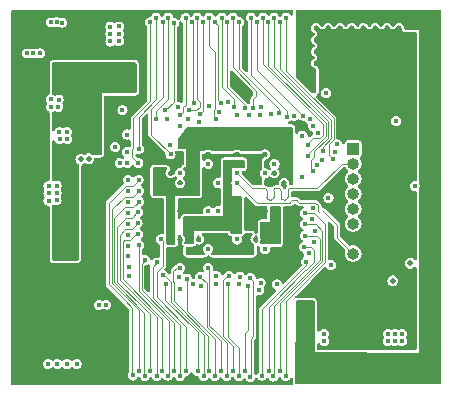
<source format=gbr>
%TF.GenerationSoftware,KiCad,Pcbnew,8.0.4-8.0.4-0~ubuntu20.04.1*%
%TF.CreationDate,2024-10-25T22:34:00+02:00*%
%TF.ProjectId,home_auto,686f6d65-5f61-4757-946f-2e6b69636164,rev?*%
%TF.SameCoordinates,Original*%
%TF.FileFunction,Copper,L4,Inr*%
%TF.FilePolarity,Positive*%
%FSLAX46Y46*%
G04 Gerber Fmt 4.6, Leading zero omitted, Abs format (unit mm)*
G04 Created by KiCad (PCBNEW 8.0.4-8.0.4-0~ubuntu20.04.1) date 2024-10-25 22:34:00*
%MOMM*%
%LPD*%
G01*
G04 APERTURE LIST*
%TA.AperFunction,ComponentPad*%
%ADD10O,1.000000X1.000000*%
%TD*%
%TA.AperFunction,ComponentPad*%
%ADD11R,1.000000X1.000000*%
%TD*%
%TA.AperFunction,ViaPad*%
%ADD12C,0.450000*%
%TD*%
%TA.AperFunction,ViaPad*%
%ADD13C,0.500000*%
%TD*%
%TA.AperFunction,Conductor*%
%ADD14C,0.090000*%
%TD*%
G04 APERTURE END LIST*
D10*
%TO.N,/FPGA_machX05/FTDI/NX_TCK*%
%TO.C,J13*%
X102650000Y-103540000D03*
%TO.N,GND*%
X102650000Y-102270000D03*
%TO.N,/FPGA_machX05/FTDI/NX_TMS*%
X102650000Y-101000000D03*
%TO.N,/FPGA_machX05/FTDI/JTAG_EN*%
X102650000Y-99730000D03*
%TO.N,unconnected-(J13-Pin_4-Pad4)*%
X102650000Y-98460000D03*
%TO.N,/FPGA_machX05/FTDI/NX_TDI*%
X102650000Y-97190000D03*
%TO.N,/FPGA_machX05/FTDI/NX_TDO*%
X102650000Y-95920000D03*
D11*
%TO.N,+3V3_BANK*%
X102650000Y-94650000D03*
%TD*%
D12*
%TO.N,+3V3_BANK*%
X83110000Y-91400000D03*
%TO.N,GND*%
X98670000Y-106750000D03*
X106510000Y-89430000D03*
X106510000Y-88430000D03*
X106510000Y-87430000D03*
X106510000Y-86430000D03*
X106510000Y-85430000D03*
X106510000Y-84430000D03*
X105510000Y-89430000D03*
X105510000Y-88430000D03*
X105510000Y-87430000D03*
X105510000Y-86430000D03*
X105510000Y-85430000D03*
X105510000Y-84430000D03*
X104510000Y-108430000D03*
X104510000Y-89430000D03*
X104510000Y-88430000D03*
X104510000Y-87430000D03*
X104510000Y-86430000D03*
X104510000Y-85430000D03*
X104510000Y-84430000D03*
X103510000Y-89430000D03*
X103510000Y-88430000D03*
X103510000Y-87430000D03*
X103510000Y-86430000D03*
X103510000Y-85430000D03*
X103510000Y-84430000D03*
X102510000Y-88430000D03*
X102510000Y-87430000D03*
X102510000Y-86430000D03*
X102510000Y-85430000D03*
X102510000Y-84430000D03*
X101510000Y-87430000D03*
X101510000Y-86430000D03*
X101510000Y-85430000D03*
X101510000Y-84430000D03*
X100510000Y-86430000D03*
X100510000Y-85430000D03*
X100510000Y-84430000D03*
X99510000Y-87430000D03*
X99510000Y-86430000D03*
X99510000Y-85430000D03*
X99510000Y-84430000D03*
X82510000Y-109430000D03*
X82510000Y-90430000D03*
X81510000Y-109430000D03*
X81510000Y-108430000D03*
%TO.N,+3V3_BANK*%
X100370000Y-89950000D03*
%TO.N,GND*%
X82650000Y-96660000D03*
X75350000Y-98260000D03*
X87960000Y-89660000D03*
X88930000Y-113920000D03*
%TO.N,/FPGA_machX05/FPGA_GPIO/PWM38*%
X96940000Y-113890000D03*
%TO.N,/FPGA_machX05/FPGA_GPIO/PWM32*%
X95490000Y-113460000D03*
%TO.N,/FPGA_machX05/FPGA_GPIO/PWM30*%
X94950000Y-113860000D03*
%TO.N,GND*%
X94470000Y-113450000D03*
%TO.N,+1V8*%
X82736153Y-88016743D03*
X82030000Y-89286743D03*
X82030000Y-88030000D03*
X82030000Y-88658480D03*
X82736153Y-89273486D03*
X82736153Y-88645223D03*
X78640000Y-103180667D03*
X78640000Y-102551798D03*
X78640000Y-101930000D03*
X78640000Y-101302435D03*
X78640000Y-100673564D03*
%TO.N,+3V3*%
X82090000Y-84313257D03*
X82090000Y-85570000D03*
X82090000Y-84941737D03*
X82796153Y-85556743D03*
X82796153Y-84928480D03*
X82796153Y-84300000D03*
X77698940Y-90488872D03*
X77685330Y-91110180D03*
X77056329Y-91108854D03*
X77070000Y-90480000D03*
%TO.N,+1V8_BANK*%
X76850000Y-97793236D03*
X76850000Y-99050000D03*
X76850000Y-98421618D03*
X77537928Y-99028382D03*
X77537928Y-98400000D03*
X77537928Y-97771618D03*
%TO.N,VCC_AUX*%
X81690000Y-107870000D03*
X81110000Y-107870000D03*
D13*
%TO.N,VCC_AUXA*%
X80250000Y-95510000D03*
X79590000Y-95540000D03*
D12*
%TO.N,+5V*%
X108790000Y-101550000D03*
X108790000Y-102290000D03*
X108790000Y-102940000D03*
X108790000Y-107040000D03*
X108790000Y-107600000D03*
X98830000Y-86250000D03*
X98830000Y-88470000D03*
X98830000Y-86990000D03*
X98830000Y-85510000D03*
X98830000Y-87730000D03*
X98830000Y-84770000D03*
X98730000Y-112480000D03*
X98730000Y-111740000D03*
X98730000Y-111000000D03*
X98730000Y-110260000D03*
X98730000Y-109520000D03*
X98730000Y-108780000D03*
%TO.N,+1V0*%
X106750000Y-110950000D03*
X106760000Y-110330000D03*
X106170000Y-110330000D03*
X106160000Y-110950000D03*
X105570000Y-110950000D03*
X105580000Y-110330000D03*
X100200000Y-110950000D03*
X100180000Y-110330000D03*
%TO.N,GND*%
X94000000Y-90000000D03*
X95180000Y-95140000D03*
X104975385Y-102325000D03*
X92780000Y-102340000D03*
X97579998Y-104735000D03*
X87980000Y-99930000D03*
X105900000Y-102930000D03*
X87180000Y-96730000D03*
X104975385Y-101720000D03*
X105900000Y-101720000D03*
X90380000Y-95140000D03*
X95180000Y-99930000D03*
X106824615Y-101115000D03*
X107749230Y-100510000D03*
X107749230Y-102325000D03*
X87980000Y-97530000D03*
X106824615Y-101720000D03*
X95980000Y-96740000D03*
X98015188Y-92389120D03*
X85225000Y-105250000D03*
X104975385Y-100510000D03*
X107749230Y-101115000D03*
X104050770Y-102325000D03*
X104050770Y-100510000D03*
X92780000Y-95135000D03*
X94380000Y-102330000D03*
X91180000Y-99140000D03*
X105900000Y-101115000D03*
X106824615Y-102930000D03*
X96780000Y-97530000D03*
X105900000Y-100510000D03*
X104050770Y-101720000D03*
X90380000Y-99130000D03*
X107749230Y-101720000D03*
X91180000Y-98340000D03*
X105900000Y-102325000D03*
X85075000Y-92375000D03*
X106824615Y-102325000D03*
X104050770Y-102930000D03*
X106824615Y-100510000D03*
X107749230Y-102930000D03*
X104050770Y-101115000D03*
X87980000Y-95130000D03*
X104975385Y-102930000D03*
X89580000Y-102340000D03*
X90380000Y-103130000D03*
X104975385Y-101115000D03*
X95134525Y-105256969D03*
X87980000Y-102340000D03*
%TO.N,+5V*%
X76130000Y-86580000D03*
X77050000Y-83960000D03*
X75570000Y-86580000D03*
X78010000Y-83970000D03*
X75020000Y-86580000D03*
X77530000Y-83950000D03*
X77610000Y-112869998D03*
X78420000Y-112869998D03*
X76800000Y-112869998D03*
X79230000Y-112869998D03*
D13*
%TO.N,Net-(PS1-BOOT)*%
X107474000Y-104362024D03*
%TO.N,Net-(PS1-SW)*%
X106000000Y-105825000D03*
D12*
%TO.N,+1V0*%
X106280000Y-92310000D03*
X95180000Y-96740000D03*
X91180000Y-99930000D03*
X82873860Y-95858413D03*
X82501000Y-94490000D03*
X90380000Y-99930000D03*
X87980000Y-96730000D03*
%TO.N,VCC_AUXA*%
X90380000Y-95940000D03*
X91180000Y-97530000D03*
%TO.N,VCC_AUX*%
X92780000Y-101530000D03*
X91980000Y-99130000D03*
X88780000Y-102340000D03*
X92780000Y-95930000D03*
X100550000Y-98800000D03*
%TO.N,VCC_ADC*%
X100740000Y-104500000D03*
X95180000Y-103140000D03*
%TO.N,Net-(PS1-EN)*%
X107850000Y-97800000D03*
%TO.N,/FPGA_machX05/FPGA_GPIO/PWM73*%
X96975000Y-83550000D03*
X100958608Y-95526399D03*
%TO.N,/FPGA_machX05/FPGA_GPIO/PWM22*%
X83490000Y-94950000D03*
%TO.N,/FPGA_machX05/FPGA_GPIO/PWM7*%
X86945122Y-113867887D03*
X84500000Y-102810000D03*
%TO.N,/FPGA_machX05/FPGA_GPIO/PWM35*%
X99400000Y-101600000D03*
%TO.N,/FPGA_machX05/FPGA_GPIO/PWM50*%
X97660000Y-91870000D03*
%TO.N,/FPGA_machX05/FPGA_GPIO/PWM48*%
X98981000Y-92133843D03*
%TO.N,/FPGA_machX05/FPGA_GPIO/PWM64*%
X88700000Y-92100000D03*
%TO.N,/FPGA_machX05/FPGA_GPIO/PWM30*%
X98650000Y-104220000D03*
%TO.N,/FPGA_machX05/FPGA_GPIO/PWM28*%
X87175000Y-94325000D03*
%TO.N,/FPGA_machX05/FPGA_GPIO/PWM58*%
X91310736Y-91523861D03*
%TO.N,/FPGA_machX05/FPGA_GPIO/PWM54*%
X92777033Y-91822015D03*
%TO.N,/FPGA_machX05/FPGA_GPIO/PWM0*%
X83625000Y-105450000D03*
%TO.N,/FPGA_machX05/FPGA_GPIO/PWM29*%
X86525000Y-83950000D03*
X87180000Y-95135000D03*
%TO.N,/FPGA_machX05/FPGA_GPIO/PWM6*%
X83590000Y-102860000D03*
%TO.N,/FPGA_machX05/FPGA_GPIO/PWM55*%
X93479892Y-91178240D03*
X91975000Y-83950000D03*
%TO.N,/FPGA_machX05/FPGA_GPIO/PWM53*%
X94175000Y-91250000D03*
X92442769Y-83550000D03*
%TO.N,/FPGA_machX05/FPGA_GPIO/PWM37*%
X99180000Y-100580000D03*
%TO.N,/FPGA_machX05/FPGA_GPIO/PWM66*%
X87975000Y-92725000D03*
%TO.N,/FPGA_machX05/FPGA_GPIO/PWM32*%
X98490000Y-102970000D03*
%TO.N,/FPGA_machX05/FPGA_GPIO/PWM39*%
X99234871Y-99681178D03*
%TO.N,/FPGA_machX05/FPGA_GPIO/PWM5*%
X88475006Y-113475000D03*
X86370000Y-102330000D03*
%TO.N,/FPGA_machX05/FPGA_GPIO/PWM20*%
X83502755Y-95870000D03*
%TO.N,/FPGA_machX05/FPGA_GPIO/PWM67*%
X88975000Y-83950000D03*
X89130415Y-90825247D03*
%TO.N,/FPGA_machX05/FPGA_GPIO/PWM3*%
X87475000Y-113500002D03*
X85024000Y-104080539D03*
%TO.N,/FPGA_machX05/FPGA_GPIO/PWM43*%
X95475000Y-83950000D03*
X98828237Y-95236495D03*
%TO.N,/FPGA_machX05/FPGA_GPIO/PWM27*%
X86738241Y-91397193D03*
X87475000Y-84010000D03*
%TO.N,/FPGA_machX05/FPGA_GPIO/PWM21*%
X84460000Y-95870000D03*
X85450000Y-83950000D03*
%TO.N,/FPGA_machX05/FPGA_GPIO/PWM8*%
X83550000Y-101920000D03*
%TO.N,/FPGA_machX05/FPGA_GPIO/PWM47*%
X98366642Y-91849944D03*
X94500000Y-83950000D03*
%TO.N,/FPGA_machX05/FPGA_GPIO/PWM25*%
X87000000Y-83550000D03*
X85975000Y-92150000D03*
%TO.N,/FPGA_machX05/FPGA_GPIO/PWM24*%
X83492410Y-93457402D03*
%TO.N,/FPGA_machX05/FPGA_GPIO/PWM26*%
X86908673Y-92115266D03*
%TO.N,/FPGA_machX05/FPGA_GPIO/PWM60*%
X90475000Y-91000000D03*
%TO.N,/FPGA_machX05/FPGA_GPIO/PWM61*%
X91014789Y-92100630D03*
X90475000Y-83550000D03*
%TO.N,/FPGA_machX05/FPGA_GPIO/PWM68*%
X87825000Y-91150000D03*
%TO.N,/FPGA_machX05/FPGA_GPIO/PWM33*%
X99350000Y-102530000D03*
%TO.N,/FPGA_machX05/FPGA_GPIO/PWM70*%
X101130818Y-94904183D03*
%TO.N,/FPGA_machX05/FPGA_GPIO/PWM23*%
X84488295Y-94682784D03*
X85975000Y-83550000D03*
%TO.N,/FPGA_machX05/FPGA_GPIO/PWM49*%
X93981676Y-83550000D03*
X97020916Y-91960334D03*
%TO.N,/FPGA_machX05/FPGA_GPIO/PWM40*%
X99977577Y-95572179D03*
%TO.N,/FPGA_machX05/FPGA_GPIO/PWM69*%
X88450001Y-83599998D03*
X87952216Y-91830019D03*
%TO.N,/FPGA_machX05/FPGA_GPIO/PWM51*%
X96368785Y-91657535D03*
X92950000Y-83950000D03*
%TO.N,/FPGA_machX05/FPGA_GPIO/PWM11*%
X84387504Y-100970000D03*
X86000000Y-113875000D03*
%TO.N,/FPGA_machX05/FTDI/NX_TDO*%
X92790000Y-96730000D03*
%TO.N,/FPGA_machX05/FPGA_GPIO/PWM9*%
X84438230Y-101890000D03*
X86475002Y-113449998D03*
%TO.N,/FPGA_machX05/FPGA_GPIO/PWM36*%
X96470000Y-113470000D03*
X98584127Y-101044021D03*
%TO.N,/FPGA_machX05/FTDI/NX_TCK*%
X92770000Y-97530000D03*
%TO.N,/FPGA_machX05/FPGA_GPIO/PWM31*%
X98870000Y-103490000D03*
%TO.N,/FPGA_machX05/FPGA_GPIO/PWM65*%
X89450000Y-83550000D03*
X88749000Y-91416976D03*
%TO.N,/FPGA_machX05/FPGA_GPIO/PWM45*%
X95000000Y-83550000D03*
X98824996Y-94335000D03*
%TO.N,/FPGA_machX05/FPGA_GPIO/PWM52*%
X94800000Y-91150000D03*
%TO.N,/FPGA_machX05/FPGA_GPIO/PWM44*%
X99650000Y-93300000D03*
%TO.N,/FPGA_machX05/FPGA_GPIO/PWM57*%
X92534779Y-91161006D03*
X91500000Y-83550000D03*
%TO.N,/FPGA_machX05/FPGA_GPIO/PWM46*%
X99225000Y-92725000D03*
%TO.N,/FPGA_machX05/FPGA_GPIO/PWM62*%
X89605292Y-92398296D03*
%TO.N,/FPGA_machX05/FPGA_GPIO/PWM34*%
X98580000Y-102010000D03*
X95896767Y-113939776D03*
%TO.N,/FPGA_machX05/FPGA_GPIO/PWM56*%
X92060369Y-90682088D03*
%TO.N,/FPGA_machX05/FPGA_GPIO/PWM63*%
X89938284Y-83950000D03*
X89683452Y-91698645D03*
%TO.N,/FPGA_machX05/FPGA_GPIO/PWM59*%
X91421864Y-90773459D03*
X90975000Y-83950000D03*
%TO.N,/FPGA_machX05/FPGA_GPIO/PWM38*%
X98560000Y-100110000D03*
%TO.N,/FPGA_machX05/FPGA_GPIO/PWM12*%
X83570000Y-100080000D03*
%TO.N,/FPGA_machX05/FPGA_GPIO/PWM42*%
X99553371Y-96036607D03*
%TO.N,/FPGA_machX05/FPGA_GPIO/PWM4*%
X83580000Y-103780000D03*
%TO.N,/FPGA_machX05/FPGA_GPIO/PWM41*%
X95950000Y-83550000D03*
X99220000Y-96570000D03*
%TO.N,/FPGA_machX05/FPGA_GPIO/PWM1*%
X86032495Y-104282505D03*
X87978808Y-113876595D03*
%TO.N,/FPGA_machX05/FPGA_GPIO/PWM2*%
X83650000Y-104705270D03*
%TO.N,/FPGA_machX05/FPGA_GPIO/PWM15*%
X84490000Y-99130000D03*
X85000000Y-113875000D03*
%TO.N,/FPGA_machX05/FPGA_GPIO/PWM16*%
X83599404Y-98235000D03*
%TO.N,/FPGA_machX05/FPGA_GPIO/PWM17*%
X84500000Y-113475000D03*
X84529277Y-98210000D03*
%TO.N,+1V8_BANK*%
X93580000Y-102340000D03*
X92780000Y-103140000D03*
X89580000Y-103140000D03*
X90380000Y-102340000D03*
X96190000Y-106150000D03*
%TO.N,/FPGA_machX05/FPGA_GPIO/PWM18*%
X83975000Y-113850000D03*
X84470000Y-97290000D03*
%TO.N,/FPGA_machX05/FPGA_GPIO/PWM19*%
X83571256Y-97284448D03*
%TO.N,/FPGA_machX05/FPGA_GPIO/PWM13*%
X85475000Y-113450000D03*
X84419463Y-100050000D03*
%TO.N,/FPGA_machX05/FPGA_GPIO/PWM14*%
X83540000Y-99155000D03*
%TO.N,/FPGA_machX05/FPGA_GPIO/PWM10*%
X83610000Y-101000000D03*
%TO.N,+3V3_BANK*%
X89980000Y-93940000D03*
X95180000Y-102330000D03*
X95980000Y-99930000D03*
X94810000Y-93970000D03*
X77780000Y-93220000D03*
X87180000Y-102330000D03*
X95980000Y-97540000D03*
X87180000Y-97540000D03*
X78440000Y-93860000D03*
X86380000Y-96740000D03*
X96780000Y-96740000D03*
X78440000Y-93210000D03*
X88380000Y-93940000D03*
X87180000Y-99930000D03*
X77790000Y-93850000D03*
X93170000Y-93950000D03*
%TO.N,/FPGA_machX05/FPGA_GPIO/PWM72*%
X101296169Y-94297303D03*
%TO.N,/FPGA_machX05/FPGA_GPIO/dim_sw8_P*%
X93950000Y-105575000D03*
X93950000Y-113975000D03*
%TO.N,/FPGA_machX05/FPGA_GPIO/dim_sw5_N*%
X91068000Y-105431332D03*
%TO.N,/FPGA_machX05/FPGA_GPIO/dim_sw7_N*%
X93000000Y-106125000D03*
%TO.N,/FPGA_machX05/FPGA_GPIO/dim_sw6_N*%
X92975000Y-113900000D03*
X92070308Y-106072676D03*
%TO.N,/FPGA_machX05/FPGA_GPIO/dim_sw8_N*%
X93475000Y-113500000D03*
X93752879Y-106250843D03*
%TO.N,/FPGA_machX05/FPGA_GPIO/dim_sw9_N*%
X94700000Y-106625000D03*
%TO.N,/FPGA_machX05/FPGA_GPIO/dim_sw4_N*%
X91925000Y-113900000D03*
X90375000Y-104725000D03*
%TO.N,/FPGA_machX05/FPGA_GPIO/dim_sw7_P*%
X93025000Y-105475000D03*
%TO.N,/FPGA_machX05/FPGA_GPIO/dim_sw9_P*%
X94800000Y-106000000D03*
%TO.N,/FPGA_machX05/FPGA_GPIO/dim_sw6_P*%
X92500000Y-113475000D03*
X92120911Y-105440835D03*
%TO.N,/FPGA_machX05/FPGA_GPIO/dim_sw1_N*%
X88000000Y-106500000D03*
%TO.N,/FPGA_machX05/FPGA_GPIO/dim_sw0_P*%
X86523560Y-105333567D03*
X89975000Y-113875000D03*
%TO.N,/FPGA_machX05/FPGA_GPIO/dim_sw0_N*%
X87875000Y-105500000D03*
%TO.N,/FPGA_machX05/FPGA_GPIO/dim_sw3_N*%
X89786262Y-106302312D03*
%TO.N,/FPGA_machX05/FPGA_GPIO/dim_sw3_P*%
X89101298Y-106139697D03*
%TO.N,/FPGA_machX05/FPGA_GPIO/dim_sw2_P*%
X90475000Y-113450000D03*
X87980009Y-104735018D03*
%TO.N,/FPGA_machX05/FPGA_GPIO/dim_sw1_P*%
X86775000Y-106149998D03*
X89475000Y-113475000D03*
%TO.N,/FPGA_machX05/FPGA_GPIO/dim_sw2_N*%
X88592474Y-105653160D03*
X90925000Y-113900000D03*
%TO.N,/FPGA_machX05/FPGA_GPIO/dim_sw5_P*%
X91050000Y-106100000D03*
%TO.N,/FPGA_machX05/FPGA_GPIO/dim_sw4_P*%
X89700928Y-105508024D03*
X91475000Y-113450000D03*
%TO.N,/FPGA_machX05/FPGA_GPIO/PWM71*%
X96475000Y-83950000D03*
X100050000Y-94875000D03*
%TO.N,/FPGA_machX05/FTDI/NX_TDI*%
X98310000Y-97060000D03*
%TO.N,/FPGA_machX05/FTDI/JTAG_EN*%
X98350000Y-93540000D03*
%TO.N,/FPGA_machX05/FTDI/NX_TMS*%
X95980000Y-95935000D03*
%TO.N,/FPGA_machX05/FTDI/PROGRAMN*%
X94765973Y-91841368D03*
%TO.N,/FPGA_machX05/FTDI/DONE*%
X93825033Y-91805948D03*
%TO.N,/FPGA_machX05/FTDI/INIT*%
X95698360Y-91693096D03*
%TD*%
D14*
%TO.N,/FPGA_machX05/FPGA_GPIO/PWM47*%
X94500000Y-87983302D02*
X98366642Y-91849944D01*
X94500000Y-83900000D02*
X94500000Y-87983302D01*
%TO.N,/FPGA_machX05/FPGA_GPIO/PWM27*%
X87475000Y-84010000D02*
X87475000Y-90660434D01*
X87475000Y-90660434D02*
X86738241Y-91397193D01*
%TO.N,/FPGA_machX05/FPGA_GPIO/PWM38*%
X96950000Y-113425000D02*
X96950000Y-113880000D01*
X96950000Y-113880000D02*
X96940000Y-113890000D01*
%TO.N,/FPGA_machX05/FPGA_GPIO/PWM36*%
X96470000Y-107730000D02*
X96470000Y-113470000D01*
X100025000Y-104175000D02*
X96470000Y-107730000D01*
X100025000Y-101590018D02*
X100025000Y-104175000D01*
X98584127Y-101044021D02*
X99479003Y-101044021D01*
%TO.N,/FPGA_machX05/FPGA_GPIO/PWM34*%
X95896767Y-113939776D02*
X95940000Y-113896543D01*
X95940000Y-113896543D02*
X95940000Y-107948874D01*
X95940000Y-107948874D02*
X99799000Y-104089874D01*
X99799000Y-104089874D02*
X99799000Y-102324000D01*
X99556000Y-102081000D02*
X98651000Y-102081000D01*
X98651000Y-102081000D02*
X98580000Y-102010000D01*
%TO.N,/FPGA_machX05/FPGA_GPIO/PWM32*%
X95490000Y-113460000D02*
X95490000Y-108060000D01*
X95490000Y-108060000D02*
X98600000Y-104950000D01*
X98625000Y-104950000D02*
X99319000Y-104256000D01*
X99319000Y-104256000D02*
X99319000Y-103194000D01*
X99095000Y-102970000D02*
X98490000Y-102970000D01*
%TO.N,/FPGA_machX05/FPGA_GPIO/PWM30*%
X98650000Y-104220000D02*
X98650000Y-104521048D01*
X98650000Y-104521048D02*
X94950000Y-108221048D01*
X94950000Y-108221048D02*
X94950000Y-113860000D01*
%TO.N,VCC_AUX*%
X92780000Y-101530000D02*
X92780000Y-101540000D01*
%TO.N,/FPGA_machX05/FPGA_GPIO/PWM51*%
X96368785Y-91318785D02*
X96368785Y-91657535D01*
X92950000Y-87900000D02*
X96368785Y-91318785D01*
X92950000Y-83925000D02*
X92950000Y-87900000D01*
%TO.N,/FPGA_machX05/FPGA_GPIO/PWM73*%
X100600000Y-95167791D02*
X100600000Y-94229487D01*
X96975000Y-88088874D02*
X96975000Y-83650000D01*
X100978999Y-93500000D02*
X100978999Y-92092873D01*
X100978999Y-92092873D02*
X98505563Y-89619437D01*
X100958608Y-95526399D02*
X100600000Y-95167791D01*
X96975000Y-83650000D02*
X96975000Y-83550000D01*
X100600000Y-94229487D02*
X100978999Y-93850488D01*
%TO.N,/FPGA_machX05/FPGA_GPIO/PWM7*%
X86945122Y-113867887D02*
X87025005Y-113788004D01*
X87025005Y-113788004D02*
X87025005Y-109250005D01*
X84500000Y-106725000D02*
X84500000Y-102810000D01*
%TO.N,/FPGA_machX05/FPGA_GPIO/PWM29*%
X85526000Y-93481000D02*
X85526000Y-91274000D01*
X87180000Y-95135000D02*
X85526000Y-93481000D01*
X86525000Y-90275000D02*
X86525000Y-83950000D01*
%TO.N,/FPGA_machX05/FPGA_GPIO/PWM55*%
X93479892Y-90954892D02*
X93479892Y-91178240D01*
X91975000Y-84000000D02*
X91975000Y-89450000D01*
X91975000Y-89450000D02*
X93479892Y-90954892D01*
%TO.N,/FPGA_machX05/FPGA_GPIO/PWM53*%
X94175000Y-90459982D02*
X94175000Y-91250000D01*
X92442769Y-87742769D02*
X94449000Y-89749000D01*
X92442769Y-83553031D02*
X92442769Y-87742769D01*
X94449000Y-89749000D02*
X94449000Y-90185982D01*
%TO.N,/FPGA_machX05/FPGA_GPIO/PWM5*%
X86370000Y-102330000D02*
X86550000Y-102510000D01*
X88475006Y-109725006D02*
X88475006Y-113475000D01*
X85999560Y-107249560D02*
X88475006Y-109725006D01*
X86550000Y-102510000D02*
X86550000Y-104566079D01*
X85999560Y-105116519D02*
X85999560Y-107249560D01*
%TO.N,/FPGA_machX05/FPGA_GPIO/PWM67*%
X89050002Y-90744834D02*
X89130415Y-90825247D01*
X88975000Y-83950000D02*
X89050002Y-84025002D01*
X89050002Y-84025002D02*
X89050002Y-90744834D01*
%TO.N,/FPGA_machX05/FPGA_GPIO/PWM3*%
X84726000Y-104378539D02*
X85024000Y-104080539D01*
X84726000Y-106639874D02*
X84726000Y-104378539D01*
X87475000Y-113500002D02*
X87475000Y-109388874D01*
X87475000Y-109388874D02*
X84726000Y-106639874D01*
%TO.N,/FPGA_machX05/FPGA_GPIO/PWM43*%
X98828237Y-95236495D02*
X98828237Y-95067871D01*
X98828237Y-95067871D02*
X100273054Y-93623054D01*
X95475000Y-87625000D02*
X95475000Y-83925000D01*
X100319000Y-93577109D02*
X100319000Y-92469000D01*
X100319000Y-92469000D02*
X95475000Y-87625000D01*
%TO.N,/FPGA_machX05/FPGA_GPIO/PWM21*%
X85475000Y-90650000D02*
X85475000Y-83975000D01*
X84460000Y-95870000D02*
X83939000Y-95349000D01*
X85475000Y-83975000D02*
X85450000Y-83950000D01*
X84039295Y-94585705D02*
X84039295Y-92085705D01*
X83939000Y-95349000D02*
X83939000Y-94686000D01*
%TO.N,/FPGA_machX05/FPGA_GPIO/PWM25*%
X85975000Y-91461126D02*
X87000000Y-90436126D01*
X85975000Y-92150000D02*
X85975000Y-91461126D01*
X87000000Y-90436126D02*
X87000000Y-83525000D01*
%TO.N,/FPGA_machX05/FPGA_GPIO/PWM61*%
X90861736Y-91947577D02*
X91014789Y-92100630D01*
X90861736Y-91337879D02*
X90861736Y-91947577D01*
X90475000Y-83575000D02*
X90475000Y-85975000D01*
X90925000Y-86425000D02*
X90925000Y-91274615D01*
%TO.N,/FPGA_machX05/FPGA_GPIO/PWM23*%
X84488295Y-94682784D02*
X84488295Y-91961705D01*
X85975000Y-90475000D02*
X85975000Y-83600000D01*
%TO.N,/FPGA_machX05/FPGA_GPIO/PWM49*%
X97020916Y-91470916D02*
X97020916Y-91960334D01*
X93981676Y-83543652D02*
X93981676Y-88431676D01*
X93981676Y-88431676D02*
X97020916Y-91470916D01*
%TO.N,/FPGA_machX05/FPGA_GPIO/PWM69*%
X88274000Y-91508235D02*
X88274000Y-91126000D01*
X87952216Y-91830019D02*
X88274000Y-91508235D01*
X88450000Y-90950000D02*
X88450000Y-83600000D01*
%TO.N,/FPGA_machX05/FPGA_GPIO/PWM11*%
X82900000Y-101925000D02*
X82900000Y-105800000D01*
X82900000Y-105800000D02*
X86000000Y-108900000D01*
X84387504Y-100970000D02*
X83886504Y-101471000D01*
X86000000Y-108900000D02*
X86000000Y-113875000D01*
X83354000Y-101471000D02*
X82900000Y-101925000D01*
%TO.N,/FPGA_machX05/FTDI/NX_TDO*%
X92810000Y-96730000D02*
X92790000Y-96730000D01*
X95920000Y-98229000D02*
X95920000Y-98749000D01*
X99611000Y-97989000D02*
X97360000Y-97989000D01*
X94840000Y-97989000D02*
X94069000Y-97989000D01*
X97120000Y-98229000D02*
X97120000Y-98749000D01*
X94069000Y-97989000D02*
X92810000Y-96730000D01*
X96280000Y-97989000D02*
X96160000Y-97989000D01*
X96520000Y-98749000D02*
X96520000Y-98229000D01*
X96880000Y-98989000D02*
X96760000Y-98989000D01*
X95680000Y-98989000D02*
X95560000Y-98989000D01*
X95320000Y-98749000D02*
X95320000Y-98229000D01*
X95080000Y-97989000D02*
X94960000Y-97989000D01*
X101680000Y-95920000D02*
X99611000Y-97989000D01*
X102650000Y-95920000D02*
X101680000Y-95920000D01*
X96760000Y-98989000D02*
G75*
G02*
X96520000Y-98749000I0J240000D01*
G01*
X96520000Y-98229000D02*
G75*
G03*
X96280000Y-97989000I-240000J0D01*
G01*
X96160000Y-97989000D02*
G75*
G03*
X95920000Y-98229000I0J-240000D01*
G01*
X95560000Y-98989000D02*
G75*
G02*
X95320000Y-98749000I0J240000D01*
G01*
X95920000Y-98749000D02*
G75*
G02*
X95680000Y-98989000I-240000J0D01*
G01*
X97120000Y-98749000D02*
G75*
G02*
X96880000Y-98989000I-240000J0D01*
G01*
X95320000Y-98229000D02*
G75*
G03*
X95080000Y-97989000I-240000J0D01*
G01*
X97360000Y-97989000D02*
G75*
G03*
X97120000Y-98229000I0J-240000D01*
G01*
%TO.N,/FPGA_machX05/FPGA_GPIO/PWM9*%
X83756000Y-102369000D02*
X83281000Y-102369000D01*
X86475002Y-109063876D02*
X86475002Y-113449998D01*
X84438230Y-101890000D02*
X84235000Y-101890000D01*
X83131000Y-105719874D02*
X86475002Y-109063876D01*
X84235000Y-101890000D02*
X83756000Y-102369000D01*
X83131000Y-102519000D02*
X83131000Y-105719874D01*
%TO.N,/FPGA_machX05/FTDI/NX_TCK*%
X92770000Y-97530000D02*
X94472178Y-99232178D01*
X99770071Y-100005662D02*
X99706431Y-99942022D01*
X101300000Y-101111325D02*
X100194337Y-100005662D01*
X97535000Y-99022178D02*
X97865000Y-99022178D01*
X98405000Y-99232178D02*
X98604034Y-99232178D01*
X99642793Y-99454118D02*
X99420853Y-99232178D01*
X102650000Y-103540000D02*
X101300000Y-102190000D01*
X99706430Y-99517756D02*
X99642793Y-99454118D01*
X99420853Y-99232178D02*
X98620530Y-99232178D01*
X98075000Y-99232178D02*
X98405000Y-99232178D01*
X94472178Y-99232178D02*
X97325000Y-99232178D01*
X97970000Y-99127178D02*
G75*
G03*
X98075000Y-99232200I105000J-22D01*
G01*
X97325000Y-99232178D02*
G75*
G03*
X97429978Y-99127178I0J104978D01*
G01*
X99982203Y-100005661D02*
G75*
G02*
X99770035Y-100005699I-106103J106061D01*
G01*
X97430000Y-99127178D02*
G75*
G02*
X97535000Y-99022200I105000J-22D01*
G01*
X100194337Y-100005662D02*
G75*
G03*
X99982234Y-100005691I-106037J-106038D01*
G01*
X97865000Y-99022178D02*
G75*
G02*
X97970022Y-99127178I0J-105022D01*
G01*
X99706431Y-99942022D02*
G75*
G02*
X99706475Y-99729934I106069J106022D01*
G01*
X99706431Y-99729890D02*
G75*
G03*
X99706454Y-99517732I-106031J106090D01*
G01*
%TO.N,/FPGA_machX05/FPGA_GPIO/PWM65*%
X89450000Y-83500000D02*
X89450000Y-90483952D01*
X89330139Y-91416976D02*
X88749000Y-91416976D01*
X89649000Y-90682952D02*
X89649000Y-91098115D01*
X89649000Y-91098115D02*
X89330139Y-91416976D01*
%TO.N,/FPGA_machX05/FPGA_GPIO/PWM45*%
X99226000Y-93749000D02*
X98824996Y-94150004D01*
X99835982Y-93749000D02*
X99226000Y-93749000D01*
X98824996Y-94150004D02*
X98824996Y-94335000D01*
X95000000Y-83450000D02*
X95000000Y-87500000D01*
X95000000Y-87500000D02*
X100099000Y-92599000D01*
X100099000Y-92599000D02*
X100099000Y-93485982D01*
%TO.N,/FPGA_machX05/FPGA_GPIO/PWM57*%
X91500000Y-89400000D02*
X92534779Y-90434779D01*
X92534779Y-90434779D02*
X92534779Y-91161006D01*
X91500000Y-83575000D02*
X91500000Y-89400000D01*
%TO.N,/FPGA_machX05/FPGA_GPIO/PWM63*%
X89938284Y-91443813D02*
X89683452Y-91698645D01*
X89938284Y-83902993D02*
X89938284Y-91443813D01*
%TO.N,/FPGA_machX05/FPGA_GPIO/PWM59*%
X91220000Y-90571595D02*
X91421864Y-90773459D01*
X90975000Y-83975000D02*
X91220000Y-84220000D01*
X91220000Y-84220000D02*
X91220000Y-90571595D01*
%TO.N,/FPGA_machX05/FPGA_GPIO/PWM38*%
X96950000Y-107561126D02*
X96950000Y-112100000D01*
X98560000Y-100110000D02*
X98581000Y-100131000D01*
X96950000Y-112100000D02*
X96950000Y-113425000D01*
X99365982Y-100131000D02*
X100250000Y-101015018D01*
X100250000Y-101700000D02*
X100250000Y-104261126D01*
X99193063Y-105318063D02*
X96950000Y-107561126D01*
X98581000Y-100131000D02*
X99365982Y-100131000D01*
%TO.N,/FPGA_machX05/FPGA_GPIO/PWM41*%
X99220000Y-96570000D02*
X99104371Y-96454371D01*
X95950000Y-87700000D02*
X95950000Y-83500000D01*
X100539000Y-92289000D02*
X95950000Y-87700000D01*
X100539000Y-93200000D02*
X100539000Y-92289000D01*
X100539000Y-93668236D02*
X100539000Y-93200000D01*
X100493054Y-93714180D02*
X100538999Y-93668238D01*
X99325000Y-95375000D02*
X99325000Y-94882234D01*
X99325000Y-94882234D02*
X100493054Y-93714180D01*
X100539000Y-93275000D02*
X100539000Y-93200000D01*
X99104371Y-96454371D02*
X99104371Y-95595629D01*
%TO.N,/FPGA_machX05/FPGA_GPIO/PWM1*%
X85674000Y-107276748D02*
X85674000Y-104641000D01*
X87978808Y-113876595D02*
X87976674Y-113874461D01*
X87976674Y-113874461D02*
X87976674Y-109579422D01*
X85674000Y-104641000D02*
X86032495Y-104282505D01*
X87976674Y-109579422D02*
X85674000Y-107276748D01*
%TO.N,/FPGA_machX05/FPGA_GPIO/PWM15*%
X84975000Y-113850000D02*
X85000000Y-113875000D01*
X82425000Y-101250000D02*
X82425000Y-105975000D01*
X84975000Y-111475000D02*
X84975000Y-113850000D01*
X84470000Y-99130000D02*
X84000000Y-99600000D01*
X83969000Y-99631000D02*
X83344000Y-99631000D01*
X84975000Y-108525000D02*
X84975000Y-111475000D01*
X83344000Y-99631000D02*
X82425000Y-100550000D01*
X84490000Y-99130000D02*
X84470000Y-99130000D01*
X82800000Y-106350000D02*
X84975000Y-108525000D01*
%TO.N,/FPGA_machX05/FPGA_GPIO/PWM17*%
X84529277Y-98210000D02*
X84515000Y-98210000D01*
X83294000Y-98706000D02*
X82200000Y-99800000D01*
X84475000Y-113450000D02*
X84500000Y-113475000D01*
X84475000Y-108336126D02*
X84475000Y-112350000D01*
X82200000Y-100575000D02*
X82200000Y-106061126D01*
X84475000Y-112350000D02*
X84475000Y-113450000D01*
X84019000Y-98706000D02*
X83294000Y-98706000D01*
X84515000Y-98210000D02*
X84050000Y-98675000D01*
X82200000Y-106061126D02*
X83719437Y-107580563D01*
%TO.N,/FPGA_machX05/FPGA_GPIO/PWM18*%
X84470000Y-97290000D02*
X83974000Y-97786000D01*
X83974000Y-97786000D02*
X83514000Y-97786000D01*
X81950000Y-106150000D02*
X83300000Y-107500000D01*
X83413422Y-97786000D02*
X81950000Y-99249422D01*
X83950000Y-108150000D02*
X83950000Y-111200000D01*
X83950000Y-113825000D02*
X83975000Y-113850000D01*
X81950000Y-100350000D02*
X81950000Y-106150000D01*
X83950000Y-111200000D02*
X83950000Y-113825000D01*
%TO.N,/FPGA_machX05/FPGA_GPIO/PWM13*%
X84375000Y-100050000D02*
X83900000Y-100525000D01*
X85475000Y-108686126D02*
X85475000Y-112925000D01*
X83424018Y-100551000D02*
X82675000Y-101300018D01*
X83749000Y-100551000D02*
X83424018Y-100551000D01*
X84419463Y-100050000D02*
X84375000Y-100050000D01*
X83900000Y-100525000D02*
X83775000Y-100525000D01*
X85475000Y-112925000D02*
X85475000Y-113450000D01*
X82675000Y-102325000D02*
X82675000Y-105900000D01*
X84938874Y-108150000D02*
X85456937Y-108668063D01*
X82675000Y-105900000D02*
X84925000Y-108150000D01*
%TO.N,/FPGA_machX05/FPGA_GPIO/dim_sw8_P*%
X93975000Y-113950000D02*
X93950000Y-113975000D01*
X94201879Y-105826879D02*
X94201879Y-110548121D01*
X93975000Y-110775000D02*
X93975000Y-113950000D01*
X93950000Y-105575000D02*
X94201879Y-105826879D01*
%TO.N,/FPGA_machX05/FPGA_GPIO/dim_sw6_N*%
X92975000Y-111527748D02*
X92975000Y-113900000D01*
X92070308Y-106072676D02*
X92070308Y-110623056D01*
%TO.N,/FPGA_machX05/FPGA_GPIO/dim_sw8_N*%
X93752879Y-106250843D02*
X93752879Y-110022121D01*
X93475000Y-110300000D02*
X93475000Y-113500000D01*
%TO.N,/FPGA_machX05/FPGA_GPIO/dim_sw4_N*%
X90375000Y-104725000D02*
X90455262Y-104805262D01*
X91950000Y-112400000D02*
X91950000Y-113875000D01*
X91950000Y-113875000D02*
X91925000Y-113900000D01*
X90825000Y-110000000D02*
X91950000Y-111125000D01*
X90455262Y-104805262D02*
X90455262Y-109630262D01*
%TO.N,/FPGA_machX05/FPGA_GPIO/dim_sw6_P*%
X91934165Y-105440835D02*
X91625000Y-105750000D01*
X91621308Y-110485182D02*
X92500000Y-111363874D01*
X92120911Y-105440835D02*
X91934165Y-105440835D01*
X91621308Y-105880437D02*
X91621308Y-110485182D01*
X92500000Y-111400000D02*
X92500000Y-113475000D01*
X91625000Y-105750000D02*
X91625000Y-105876745D01*
%TO.N,/FPGA_machX05/FPGA_GPIO/dim_sw0_P*%
X87224000Y-106010127D02*
X87224000Y-107649000D01*
X86593551Y-105333567D02*
X87205000Y-105945016D01*
X87224000Y-107649000D02*
X89975000Y-110400000D01*
X89975000Y-110400000D02*
X89975000Y-113875000D01*
X86523560Y-105333567D02*
X86593551Y-105333567D01*
X87205000Y-105945016D02*
X87205000Y-105991127D01*
%TO.N,/FPGA_machX05/FPGA_GPIO/dim_sw2_P*%
X90375000Y-113350000D02*
X90475000Y-113450000D01*
X87444000Y-106575000D02*
X87444000Y-107557874D01*
X87880563Y-107994437D02*
X90375000Y-110488874D01*
X90375000Y-110488874D02*
X90375000Y-113350000D01*
X87725000Y-104725000D02*
X87425000Y-105025000D01*
X87444000Y-105919000D02*
X87444000Y-106575000D01*
X87980009Y-104735018D02*
X87735018Y-104735018D01*
X87425000Y-105025000D02*
X87425000Y-105900000D01*
%TO.N,/FPGA_machX05/FPGA_GPIO/dim_sw1_P*%
X86730000Y-107466126D02*
X89475000Y-110211126D01*
X86730000Y-106194998D02*
X86730000Y-107466126D01*
X89475000Y-110211126D02*
X89475000Y-113475000D01*
X86775000Y-106149998D02*
X86730000Y-106194998D01*
%TO.N,/FPGA_machX05/FPGA_GPIO/dim_sw2_N*%
X90950000Y-113875000D02*
X90950000Y-110752748D01*
X88592474Y-108395222D02*
X88592474Y-105653160D01*
X90950000Y-110752748D02*
X88592474Y-108395222D01*
X90925000Y-113900000D02*
X90950000Y-113875000D01*
%TO.N,/FPGA_machX05/FPGA_GPIO/dim_sw4_P*%
X90235262Y-106042358D02*
X90235262Y-109721388D01*
X91475000Y-110961126D02*
X91475000Y-113450000D01*
X89700928Y-105508024D02*
X90235262Y-106042358D01*
%TO.N,/FPGA_machX05/FPGA_GPIO/PWM71*%
X96475000Y-87900000D02*
X96475000Y-83950000D01*
X100758999Y-93759361D02*
X100758999Y-92183999D01*
X100050000Y-94875000D02*
X100050000Y-94468360D01*
X100050000Y-94468360D02*
X100758999Y-93759361D01*
X100758999Y-92183999D02*
X96475000Y-87900000D01*
%TO.N,/FPGA_machX05/FPGA_GPIO/dim_sw4_P*%
X90235262Y-109721388D02*
X91475000Y-110961126D01*
%TO.N,/FPGA_machX05/FPGA_GPIO/dim_sw2_P*%
X87444000Y-107557874D02*
X87880563Y-107994437D01*
X87425000Y-105900000D02*
X87444000Y-105919000D01*
X87735018Y-104735018D02*
X87725000Y-104725000D01*
%TO.N,/FPGA_machX05/FPGA_GPIO/dim_sw0_P*%
X87205000Y-105991127D02*
X87224000Y-106010127D01*
%TO.N,/FPGA_machX05/FPGA_GPIO/dim_sw6_P*%
X91625000Y-105876745D02*
X91621308Y-105880437D01*
X92500000Y-111363874D02*
X92500000Y-111400000D01*
%TO.N,/FPGA_machX05/FPGA_GPIO/dim_sw4_N*%
X90455262Y-109630262D02*
X90825000Y-110000000D01*
X91950000Y-111125000D02*
X91950000Y-112400000D01*
%TO.N,/FPGA_machX05/FPGA_GPIO/dim_sw8_N*%
X93752879Y-110022121D02*
X93475000Y-110300000D01*
%TO.N,/FPGA_machX05/FPGA_GPIO/dim_sw6_N*%
X92070308Y-110623056D02*
X92975000Y-111527748D01*
%TO.N,/FPGA_machX05/FPGA_GPIO/dim_sw8_P*%
X94201879Y-110548121D02*
X93975000Y-110775000D01*
%TO.N,/FPGA_machX05/FPGA_GPIO/PWM13*%
X83775000Y-100525000D02*
X83749000Y-100551000D01*
X82675000Y-101300018D02*
X82675000Y-102325000D01*
X84925000Y-108150000D02*
X84938874Y-108150000D01*
X85456937Y-108668063D02*
X85475000Y-108686126D01*
%TO.N,/FPGA_machX05/FPGA_GPIO/PWM18*%
X83514000Y-97786000D02*
X83413422Y-97786000D01*
X81950000Y-99249422D02*
X81950000Y-100350000D01*
X83300000Y-107500000D02*
X83950000Y-108150000D01*
%TO.N,/FPGA_machX05/FPGA_GPIO/PWM17*%
X84050000Y-98675000D02*
X84019000Y-98706000D01*
X82200000Y-99800000D02*
X82200000Y-100575000D01*
X83719437Y-107580563D02*
X84475000Y-108336126D01*
%TO.N,/FPGA_machX05/FPGA_GPIO/PWM15*%
X84000000Y-99600000D02*
X83969000Y-99631000D01*
X82425000Y-100550000D02*
X82425000Y-101250000D01*
X82425000Y-105975000D02*
X82800000Y-106350000D01*
%TO.N,/FPGA_machX05/FPGA_GPIO/PWM41*%
X99104371Y-95595629D02*
X99325000Y-95375000D01*
X100538999Y-93668238D02*
X100539000Y-93668236D01*
%TO.N,/FPGA_machX05/FPGA_GPIO/PWM38*%
X100250000Y-101015018D02*
X100250000Y-101700000D01*
X100250000Y-104261126D02*
X99193063Y-105318063D01*
%TO.N,/FPGA_machX05/FPGA_GPIO/PWM45*%
X100099000Y-93485982D02*
X99835982Y-93749000D01*
%TO.N,/FPGA_machX05/FPGA_GPIO/PWM65*%
X89450000Y-90483952D02*
X89649000Y-90682952D01*
%TO.N,/FPGA_machX05/FTDI/NX_TCK*%
X101300000Y-102190000D02*
X101300000Y-101111325D01*
X98604034Y-99232178D02*
X98620530Y-99232178D01*
%TO.N,/FPGA_machX05/FPGA_GPIO/PWM9*%
X83281000Y-102369000D02*
X83131000Y-102519000D01*
%TO.N,/FPGA_machX05/FTDI/NX_TDO*%
X94960000Y-97989000D02*
X94840000Y-97989000D01*
%TO.N,/FPGA_machX05/FPGA_GPIO/PWM11*%
X83886504Y-101471000D02*
X83354000Y-101471000D01*
%TO.N,/FPGA_machX05/FPGA_GPIO/PWM69*%
X88274000Y-91126000D02*
X88450000Y-90950000D01*
%TO.N,/FPGA_machX05/FPGA_GPIO/PWM23*%
X84488295Y-91961705D02*
X85975000Y-90475000D01*
%TO.N,/FPGA_machX05/FPGA_GPIO/PWM61*%
X90925000Y-91274615D02*
X90861736Y-91337879D01*
X90475000Y-85975000D02*
X90925000Y-86425000D01*
%TO.N,/FPGA_machX05/FPGA_GPIO/PWM21*%
X83939000Y-94686000D02*
X84039295Y-94585705D01*
X84039295Y-92085705D02*
X85475000Y-90650000D01*
%TO.N,/FPGA_machX05/FPGA_GPIO/PWM43*%
X100273054Y-93623054D02*
X100319000Y-93577109D01*
%TO.N,/FPGA_machX05/FPGA_GPIO/PWM5*%
X86550000Y-104566079D02*
X85999560Y-105116519D01*
%TO.N,/FPGA_machX05/FPGA_GPIO/PWM53*%
X94449000Y-90185982D02*
X94175000Y-90459982D01*
%TO.N,/FPGA_machX05/FPGA_GPIO/PWM29*%
X85526000Y-91274000D02*
X86525000Y-90275000D01*
%TO.N,/FPGA_machX05/FPGA_GPIO/PWM7*%
X87025005Y-109250005D02*
X84500000Y-106725000D01*
%TO.N,/FPGA_machX05/FPGA_GPIO/PWM73*%
X100978999Y-93850488D02*
X100978999Y-93500000D01*
X98505563Y-89619437D02*
X96975000Y-88088874D01*
%TO.N,/FPGA_machX05/FPGA_GPIO/PWM32*%
X99319000Y-103194000D02*
X99095000Y-102970000D01*
X98600000Y-104950000D02*
X98625000Y-104950000D01*
%TO.N,/FPGA_machX05/FPGA_GPIO/PWM34*%
X99799000Y-102324000D02*
X99556000Y-102081000D01*
%TO.N,/FPGA_machX05/FPGA_GPIO/PWM36*%
X99479003Y-101044021D02*
X100025000Y-101590018D01*
%TD*%
%TA.AperFunction,Conductor*%
%TO.N,+1V8_BANK*%
G36*
X92028124Y-101809685D02*
G01*
X92070516Y-101855684D01*
X92078500Y-101870666D01*
X92105899Y-101922083D01*
X92105901Y-101922086D01*
X92151660Y-101974895D01*
X92167903Y-101991472D01*
X92169246Y-101992843D01*
X92169247Y-101992844D01*
X92169249Y-101992845D01*
X92241118Y-102033046D01*
X92249063Y-102037490D01*
X92281825Y-102047110D01*
X92287543Y-102048789D01*
X92346320Y-102086565D01*
X92375344Y-102150121D01*
X92371304Y-102197155D01*
X92371807Y-102197235D01*
X92370694Y-102204259D01*
X92370538Y-102206081D01*
X92370280Y-102206874D01*
X92349196Y-102339997D01*
X92349196Y-102340002D01*
X92370279Y-102473121D01*
X92370280Y-102473124D01*
X92370281Y-102473126D01*
X92431472Y-102593220D01*
X92431473Y-102593221D01*
X92431476Y-102593225D01*
X92526774Y-102688523D01*
X92526778Y-102688526D01*
X92526780Y-102688528D01*
X92646874Y-102749719D01*
X92646876Y-102749719D01*
X92646878Y-102749720D01*
X92779998Y-102770804D01*
X92780000Y-102770804D01*
X92780002Y-102770804D01*
X92913121Y-102749720D01*
X92913121Y-102749719D01*
X92913126Y-102749719D01*
X93033220Y-102688528D01*
X93128528Y-102593220D01*
X93189719Y-102473126D01*
X93192366Y-102456414D01*
X93210804Y-102340002D01*
X93210804Y-102339997D01*
X93189720Y-102206878D01*
X93189719Y-102206876D01*
X93189719Y-102206874D01*
X93185590Y-102198771D01*
X93172695Y-102130105D01*
X93198971Y-102065364D01*
X93237758Y-102033049D01*
X93292085Y-102004100D01*
X93344889Y-101958345D01*
X93362843Y-101940754D01*
X93407490Y-101860937D01*
X93407490Y-101860935D01*
X93410889Y-101854860D01*
X93413311Y-101856214D01*
X93449510Y-101811774D01*
X93515919Y-101790057D01*
X93519695Y-101790000D01*
X94018889Y-101790000D01*
X94085928Y-101809685D01*
X94131683Y-101862489D01*
X94141627Y-101931647D01*
X94112602Y-101995203D01*
X94106570Y-102001681D01*
X94031476Y-102076774D01*
X94031473Y-102076778D01*
X93970279Y-102196878D01*
X93949196Y-102329997D01*
X93949196Y-102330002D01*
X93970279Y-102463121D01*
X93970280Y-102463124D01*
X93970281Y-102463126D01*
X94002546Y-102526449D01*
X94031473Y-102583221D01*
X94031476Y-102583225D01*
X94126774Y-102678523D01*
X94126777Y-102678525D01*
X94126780Y-102678528D01*
X94197829Y-102714729D01*
X94248624Y-102762702D01*
X94265532Y-102824550D01*
X94269333Y-103535337D01*
X94250007Y-103602481D01*
X94197449Y-103648517D01*
X94145335Y-103660000D01*
X90751111Y-103660000D01*
X90684072Y-103640315D01*
X90638317Y-103587511D01*
X90628373Y-103518353D01*
X90657398Y-103454797D01*
X90663430Y-103448319D01*
X90728523Y-103383225D01*
X90728528Y-103383220D01*
X90789719Y-103263126D01*
X90810804Y-103130000D01*
X90789719Y-102996874D01*
X90728528Y-102876780D01*
X90728526Y-102876778D01*
X90728523Y-102876774D01*
X90633225Y-102781476D01*
X90633221Y-102781473D01*
X90633220Y-102781472D01*
X90513126Y-102720281D01*
X90513124Y-102720280D01*
X90513121Y-102720279D01*
X90380002Y-102699196D01*
X90379998Y-102699196D01*
X90246878Y-102720279D01*
X90126778Y-102781473D01*
X90126774Y-102781476D01*
X90031476Y-102876774D01*
X90031473Y-102876778D01*
X89970279Y-102996878D01*
X89949196Y-103129997D01*
X89949196Y-103130002D01*
X89970279Y-103263121D01*
X89970280Y-103263124D01*
X89970281Y-103263126D01*
X90031472Y-103383220D01*
X90031473Y-103383221D01*
X90031476Y-103383225D01*
X90096570Y-103448319D01*
X90130055Y-103509642D01*
X90125071Y-103579334D01*
X90083199Y-103635267D01*
X90017735Y-103659684D01*
X90008889Y-103660000D01*
X88594000Y-103660000D01*
X88526961Y-103640315D01*
X88481206Y-103587511D01*
X88470000Y-103536000D01*
X88470000Y-103059500D01*
X88489685Y-102992461D01*
X88542489Y-102946706D01*
X88594000Y-102935500D01*
X89065991Y-102935500D01*
X89066000Y-102935500D01*
X89109684Y-102930803D01*
X89138875Y-102924452D01*
X89161174Y-102919602D01*
X89161190Y-102919598D01*
X89161195Y-102919597D01*
X89171373Y-102917110D01*
X89252085Y-102874100D01*
X89304889Y-102828345D01*
X89322843Y-102810754D01*
X89322847Y-102810745D01*
X89328230Y-102803708D01*
X89329594Y-102804751D01*
X89371983Y-102763212D01*
X89440402Y-102749052D01*
X89449698Y-102750166D01*
X89503972Y-102758762D01*
X89579998Y-102770804D01*
X89580000Y-102770804D01*
X89580002Y-102770804D01*
X89713121Y-102749720D01*
X89713121Y-102749719D01*
X89713126Y-102749719D01*
X89833220Y-102688528D01*
X89928528Y-102593220D01*
X89989719Y-102473126D01*
X89992366Y-102456414D01*
X90010804Y-102340002D01*
X90010804Y-102339997D01*
X89989720Y-102206878D01*
X89989719Y-102206876D01*
X89989719Y-102206874D01*
X89928528Y-102086780D01*
X89928526Y-102086778D01*
X89928523Y-102086774D01*
X89843430Y-102001681D01*
X89809945Y-101940358D01*
X89814929Y-101870666D01*
X89856801Y-101814733D01*
X89922265Y-101790316D01*
X89931111Y-101790000D01*
X91961085Y-101790000D01*
X92028124Y-101809685D01*
G37*
%TD.AperFunction*%
%TD*%
%TA.AperFunction,Conductor*%
%TO.N,+3V3_BANK*%
G36*
X89430697Y-92800877D02*
G01*
X89468873Y-92806945D01*
X89472169Y-92808016D01*
X89605290Y-92829100D01*
X89605292Y-92829100D01*
X89605294Y-92829100D01*
X89663227Y-92819924D01*
X89738418Y-92808015D01*
X89738425Y-92808011D01*
X89740496Y-92807339D01*
X89778952Y-92801268D01*
X97426739Y-92809861D01*
X97493756Y-92829621D01*
X97539451Y-92882476D01*
X97550598Y-92933259D01*
X97559997Y-94869584D01*
X97559997Y-94870000D01*
X95511749Y-94870000D01*
X95433225Y-94791476D01*
X95433221Y-94791473D01*
X95433220Y-94791472D01*
X95313126Y-94730281D01*
X95313124Y-94730280D01*
X95313121Y-94730279D01*
X95180002Y-94709196D01*
X95179998Y-94709196D01*
X95046878Y-94730279D01*
X94926779Y-94791472D01*
X94881066Y-94837184D01*
X94819742Y-94870667D01*
X94793544Y-94873500D01*
X93173818Y-94875550D01*
X93106754Y-94855950D01*
X93085980Y-94839231D01*
X93033225Y-94786476D01*
X93033221Y-94786473D01*
X93033220Y-94786472D01*
X92913126Y-94725281D01*
X92913124Y-94725280D01*
X92913121Y-94725279D01*
X92780002Y-94704196D01*
X92779998Y-94704196D01*
X92646878Y-94725279D01*
X92526777Y-94786473D01*
X92473018Y-94840231D01*
X92411694Y-94873715D01*
X92385496Y-94876548D01*
X90771859Y-94878591D01*
X90704795Y-94858991D01*
X90684021Y-94842272D01*
X90633225Y-94791476D01*
X90633221Y-94791473D01*
X90633220Y-94791472D01*
X90513126Y-94730281D01*
X90513124Y-94730280D01*
X90513121Y-94730279D01*
X90380002Y-94709196D01*
X90379998Y-94709196D01*
X90246878Y-94730279D01*
X90126777Y-94791473D01*
X90074982Y-94843267D01*
X90013658Y-94876751D01*
X89987460Y-94879584D01*
X89660000Y-94879999D01*
X89660000Y-98506000D01*
X89640315Y-98573039D01*
X89587511Y-98618794D01*
X89536000Y-98630000D01*
X87591318Y-98630000D01*
X87590000Y-98000000D01*
X86810000Y-98000000D01*
X86811318Y-98630000D01*
X85803489Y-98630000D01*
X85736450Y-98610315D01*
X85690695Y-98557511D01*
X85679490Y-98506512D01*
X85670515Y-96334512D01*
X85689922Y-96267392D01*
X85742537Y-96221419D01*
X85794514Y-96210000D01*
X86798889Y-96210000D01*
X86865928Y-96229685D01*
X86911683Y-96282489D01*
X86921627Y-96351647D01*
X86892602Y-96415203D01*
X86886570Y-96421681D01*
X86831476Y-96476774D01*
X86831473Y-96476778D01*
X86770279Y-96596878D01*
X86749196Y-96729997D01*
X86749196Y-96730002D01*
X86770279Y-96863121D01*
X86770280Y-96863124D01*
X86770281Y-96863126D01*
X86780000Y-96882200D01*
X86831473Y-96983221D01*
X86831476Y-96983225D01*
X86926774Y-97078523D01*
X86926778Y-97078526D01*
X86926780Y-97078528D01*
X87046874Y-97139719D01*
X87046876Y-97139719D01*
X87046878Y-97139720D01*
X87179998Y-97160804D01*
X87180000Y-97160804D01*
X87180002Y-97160804D01*
X87313121Y-97139720D01*
X87313121Y-97139719D01*
X87313126Y-97139719D01*
X87433220Y-97078528D01*
X87433225Y-97078523D01*
X87492319Y-97019430D01*
X87553642Y-96985945D01*
X87623334Y-96990929D01*
X87667681Y-97019430D01*
X87690570Y-97042319D01*
X87724055Y-97103642D01*
X87719071Y-97173334D01*
X87690570Y-97217681D01*
X87631476Y-97276774D01*
X87631473Y-97276778D01*
X87570279Y-97396878D01*
X87549196Y-97529997D01*
X87549196Y-97530002D01*
X87570279Y-97663121D01*
X87570280Y-97663124D01*
X87570281Y-97663126D01*
X87631472Y-97783220D01*
X87631473Y-97783221D01*
X87631476Y-97783225D01*
X87726774Y-97878523D01*
X87726778Y-97878526D01*
X87726780Y-97878528D01*
X87846874Y-97939719D01*
X87846876Y-97939719D01*
X87846878Y-97939720D01*
X87979998Y-97960804D01*
X87980000Y-97960804D01*
X87980002Y-97960804D01*
X88113121Y-97939720D01*
X88113121Y-97939719D01*
X88113126Y-97939719D01*
X88233220Y-97878528D01*
X88328528Y-97783220D01*
X88389719Y-97663126D01*
X88410804Y-97530000D01*
X88389719Y-97396874D01*
X88328528Y-97276780D01*
X88328526Y-97276778D01*
X88328523Y-97276774D01*
X88269430Y-97217681D01*
X88235945Y-97156358D01*
X88240929Y-97086666D01*
X88269430Y-97042319D01*
X88328523Y-96983225D01*
X88328528Y-96983220D01*
X88389719Y-96863126D01*
X88410804Y-96730000D01*
X88389719Y-96596874D01*
X88328528Y-96476780D01*
X88328526Y-96476778D01*
X88328523Y-96476774D01*
X88273430Y-96421681D01*
X88239945Y-96360358D01*
X88244929Y-96290666D01*
X88286801Y-96234733D01*
X88352265Y-96210316D01*
X88361111Y-96210000D01*
X88520000Y-96210000D01*
X88520000Y-94660000D01*
X87914000Y-94660000D01*
X87846961Y-94640315D01*
X87801206Y-94587511D01*
X87790000Y-94536000D01*
X87790000Y-93913654D01*
X87809685Y-93846615D01*
X87817343Y-93835979D01*
X88612721Y-92846381D01*
X88670059Y-92806462D01*
X88709502Y-92800066D01*
X89430697Y-92800877D01*
G37*
%TD.AperFunction*%
%TD*%
%TA.AperFunction,Conductor*%
%TO.N,+3V3_BANK*%
G36*
X87591318Y-98630000D02*
G01*
X87592757Y-99318087D01*
X87593600Y-99721077D01*
X87580086Y-99777629D01*
X87570280Y-99796873D01*
X87570280Y-99796875D01*
X87549196Y-99929997D01*
X87549196Y-99930002D01*
X87570280Y-100063124D01*
X87580962Y-100084090D01*
X87594476Y-100140123D01*
X87598621Y-102121223D01*
X87585106Y-102177776D01*
X87570281Y-102206871D01*
X87570280Y-102206875D01*
X87549196Y-102339997D01*
X87549196Y-102340002D01*
X87570280Y-102473125D01*
X87586024Y-102504024D01*
X87599539Y-102560058D01*
X87599740Y-102655740D01*
X87580196Y-102722820D01*
X87527488Y-102768686D01*
X87475740Y-102780000D01*
X86943741Y-102780000D01*
X86876702Y-102760315D01*
X86830947Y-102707511D01*
X86819741Y-102656259D01*
X86819540Y-102560058D01*
X86811318Y-98630000D01*
X86810000Y-98000000D01*
X87590000Y-98000000D01*
X87591318Y-98630000D01*
G37*
%TD.AperFunction*%
%TD*%
%TA.AperFunction,Conductor*%
%TO.N,VCC_AUX*%
G36*
X93173039Y-98699685D02*
G01*
X93218794Y-98752489D01*
X93230000Y-98804000D01*
X93230000Y-101736000D01*
X93210315Y-101803039D01*
X93157511Y-101848794D01*
X93106000Y-101860000D01*
X92374000Y-101860000D01*
X92306961Y-101840315D01*
X92261206Y-101787511D01*
X92250000Y-101736000D01*
X92250000Y-101580000D01*
X89190000Y-101580000D01*
X89190000Y-102138404D01*
X89176485Y-102194698D01*
X89170279Y-102206876D01*
X89149196Y-102339997D01*
X89149196Y-102340002D01*
X89170279Y-102473123D01*
X89170280Y-102473124D01*
X89170280Y-102473125D01*
X89170281Y-102473126D01*
X89176483Y-102485299D01*
X89190000Y-102541595D01*
X89190000Y-102606000D01*
X89170315Y-102673039D01*
X89117511Y-102718794D01*
X89066000Y-102730000D01*
X88461184Y-102730000D01*
X88394145Y-102710315D01*
X88348390Y-102657511D01*
X88338446Y-102588353D01*
X88350697Y-102549710D01*
X88389719Y-102473126D01*
X88410804Y-102340000D01*
X88389719Y-102206874D01*
X88328528Y-102086780D01*
X88328526Y-102086778D01*
X88328523Y-102086774D01*
X88286319Y-102044570D01*
X88252834Y-101983247D01*
X88250000Y-101956889D01*
X88250000Y-100494000D01*
X88269685Y-100426961D01*
X88322489Y-100381206D01*
X88374000Y-100370000D01*
X91620000Y-100370000D01*
X91620000Y-98730000D01*
X92380000Y-98730000D01*
X92380000Y-98680000D01*
X93106000Y-98680000D01*
X93173039Y-98699685D01*
G37*
%TD.AperFunction*%
%TD*%
%TA.AperFunction,Conductor*%
%TO.N,+3V3_BANK*%
G36*
X97559997Y-94870602D02*
G01*
X97550803Y-97619915D01*
X97530895Y-97686888D01*
X97477938Y-97732466D01*
X97426804Y-97743500D01*
X97322174Y-97743500D01*
X97255135Y-97723815D01*
X97209380Y-97671011D01*
X97199436Y-97601853D01*
X97199701Y-97600102D01*
X97210804Y-97530001D01*
X97210804Y-97529997D01*
X97189720Y-97396878D01*
X97189719Y-97396876D01*
X97189719Y-97396874D01*
X97128528Y-97276780D01*
X97128526Y-97276778D01*
X97128523Y-97276774D01*
X97033225Y-97181476D01*
X97033221Y-97181473D01*
X97033220Y-97181472D01*
X96913126Y-97120281D01*
X96913124Y-97120280D01*
X96913121Y-97120279D01*
X96780002Y-97099196D01*
X96779998Y-97099196D01*
X96646878Y-97120279D01*
X96526778Y-97181473D01*
X96526774Y-97181476D01*
X96431476Y-97276774D01*
X96431473Y-97276778D01*
X96370279Y-97396878D01*
X96349196Y-97529997D01*
X96349196Y-97530001D01*
X96360299Y-97600102D01*
X96351345Y-97669395D01*
X96306349Y-97722847D01*
X96239597Y-97743487D01*
X96237826Y-97743500D01*
X96096083Y-97743500D01*
X95972603Y-97776586D01*
X95925326Y-97803881D01*
X95861896Y-97840504D01*
X95861894Y-97840505D01*
X95856904Y-97843387D01*
X95794903Y-97860000D01*
X95445097Y-97860000D01*
X95383096Y-97843387D01*
X95378105Y-97840505D01*
X95378104Y-97840504D01*
X95267396Y-97776586D01*
X95211904Y-97761717D01*
X95152246Y-97725353D01*
X95121717Y-97662506D01*
X95120000Y-97641943D01*
X95120000Y-97286213D01*
X95139685Y-97219174D01*
X95192489Y-97173419D01*
X95224603Y-97163740D01*
X95313121Y-97149720D01*
X95313121Y-97149719D01*
X95313126Y-97149719D01*
X95433220Y-97088528D01*
X95433225Y-97088523D01*
X95492319Y-97029430D01*
X95553642Y-96995945D01*
X95623334Y-97000929D01*
X95667681Y-97029430D01*
X95726774Y-97088523D01*
X95726778Y-97088526D01*
X95726780Y-97088528D01*
X95846874Y-97149719D01*
X95846876Y-97149719D01*
X95846878Y-97149720D01*
X95979998Y-97170804D01*
X95980000Y-97170804D01*
X95980002Y-97170804D01*
X96113121Y-97149720D01*
X96113121Y-97149719D01*
X96113126Y-97149719D01*
X96233220Y-97088528D01*
X96328528Y-96993220D01*
X96389719Y-96873126D01*
X96410804Y-96740000D01*
X96389719Y-96606874D01*
X96328528Y-96486780D01*
X96328526Y-96486778D01*
X96328523Y-96486774D01*
X96266930Y-96425181D01*
X96233445Y-96363858D01*
X96238429Y-96294166D01*
X96266930Y-96249819D01*
X96328523Y-96188225D01*
X96328528Y-96188220D01*
X96389719Y-96068126D01*
X96410804Y-95935000D01*
X96389719Y-95801874D01*
X96328528Y-95681780D01*
X96328526Y-95681778D01*
X96328523Y-95681774D01*
X96233225Y-95586476D01*
X96233221Y-95586473D01*
X96233220Y-95586472D01*
X96113126Y-95525281D01*
X96113124Y-95525280D01*
X96113121Y-95525279D01*
X95980002Y-95504196D01*
X95979998Y-95504196D01*
X95846878Y-95525279D01*
X95726778Y-95586473D01*
X95726774Y-95586476D01*
X95631476Y-95681774D01*
X95631473Y-95681778D01*
X95570279Y-95801878D01*
X95549196Y-95934997D01*
X95549196Y-95935002D01*
X95570279Y-96068121D01*
X95570280Y-96068124D01*
X95570281Y-96068126D01*
X95631472Y-96188220D01*
X95631473Y-96188221D01*
X95631476Y-96188225D01*
X95693070Y-96249819D01*
X95726555Y-96311142D01*
X95721571Y-96380834D01*
X95693070Y-96425181D01*
X95667681Y-96450570D01*
X95606358Y-96484055D01*
X95536666Y-96479071D01*
X95492319Y-96450570D01*
X95433225Y-96391476D01*
X95433221Y-96391473D01*
X95433220Y-96391472D01*
X95313126Y-96330281D01*
X95313124Y-96330280D01*
X95313121Y-96330279D01*
X95224602Y-96316259D01*
X95161467Y-96286329D01*
X95124536Y-96227018D01*
X95120000Y-96193786D01*
X95120000Y-95686213D01*
X95139685Y-95619174D01*
X95192489Y-95573419D01*
X95224603Y-95563740D01*
X95313121Y-95549720D01*
X95313121Y-95549719D01*
X95313126Y-95549719D01*
X95433220Y-95488528D01*
X95528528Y-95393220D01*
X95589719Y-95273126D01*
X95610804Y-95140000D01*
X95589719Y-95006874D01*
X95528528Y-94886780D01*
X95528526Y-94886778D01*
X95528523Y-94886774D01*
X95511749Y-94870000D01*
X97559997Y-94870000D01*
X97559997Y-94870602D01*
G37*
%TD.AperFunction*%
%TD*%
%TA.AperFunction,Conductor*%
%TO.N,+3V3_BANK*%
G36*
X96482657Y-99519685D02*
G01*
X96528412Y-99572489D01*
X96539617Y-99624382D01*
X96530380Y-102626382D01*
X96510490Y-102693360D01*
X96457545Y-102738952D01*
X96406381Y-102750000D01*
X95381596Y-102750000D01*
X95325302Y-102736485D01*
X95313123Y-102730279D01*
X95180002Y-102709196D01*
X95179998Y-102709196D01*
X95046876Y-102730279D01*
X95034698Y-102736485D01*
X94978404Y-102750000D01*
X94884000Y-102750000D01*
X94816961Y-102730315D01*
X94771206Y-102677511D01*
X94760000Y-102626000D01*
X94760000Y-102551221D01*
X94773515Y-102494927D01*
X94789719Y-102463126D01*
X94789719Y-102463123D01*
X94789720Y-102463123D01*
X94810804Y-102330002D01*
X94810804Y-102329997D01*
X94789720Y-102196877D01*
X94789719Y-102196875D01*
X94789719Y-102196874D01*
X94773513Y-102165069D01*
X94760000Y-102108777D01*
X94760000Y-100964000D01*
X94779685Y-100896961D01*
X94832489Y-100851206D01*
X94884000Y-100840000D01*
X95590000Y-100840000D01*
X95590000Y-100071108D01*
X95591527Y-100051710D01*
X95610804Y-99930001D01*
X95610804Y-99929997D01*
X95591527Y-99808289D01*
X95590000Y-99788891D01*
X95590000Y-99624000D01*
X95609685Y-99556961D01*
X95662489Y-99511206D01*
X95714000Y-99500000D01*
X96415618Y-99500000D01*
X96482657Y-99519685D01*
G37*
%TD.AperFunction*%
%TD*%
%TA.AperFunction,Conductor*%
%TO.N,VCC_AUX*%
G36*
X93423039Y-95609685D02*
G01*
X93468794Y-95662489D01*
X93480000Y-95714000D01*
X93480000Y-96206000D01*
X93460315Y-96273039D01*
X93407511Y-96318794D01*
X93356000Y-96330000D01*
X92971971Y-96330000D01*
X92933252Y-96320702D01*
X92932410Y-96323297D01*
X92923124Y-96320280D01*
X92790002Y-96299196D01*
X92789998Y-96299196D01*
X92656875Y-96320280D01*
X92647590Y-96323297D01*
X92646747Y-96320702D01*
X92608029Y-96330000D01*
X92380000Y-96330000D01*
X92380000Y-96588891D01*
X92378473Y-96608289D01*
X92359196Y-96729997D01*
X92359196Y-96730001D01*
X92378473Y-96851710D01*
X92380000Y-96871108D01*
X92380000Y-97328404D01*
X92366485Y-97384698D01*
X92360279Y-97396876D01*
X92339196Y-97529997D01*
X92339196Y-97530002D01*
X92360279Y-97663123D01*
X92360280Y-97663124D01*
X92360280Y-97663125D01*
X92360281Y-97663126D01*
X92366483Y-97675299D01*
X92380000Y-97731595D01*
X92380000Y-98730000D01*
X91620000Y-98730000D01*
X91620000Y-95714000D01*
X91639685Y-95646961D01*
X91692489Y-95601206D01*
X91744000Y-95590000D01*
X93356000Y-95590000D01*
X93423039Y-95609685D01*
G37*
%TD.AperFunction*%
%TD*%
%TA.AperFunction,Conductor*%
%TO.N,+5V*%
G36*
X109975603Y-82909891D02*
G01*
X110042624Y-82929629D01*
X110088336Y-82982470D01*
X110099500Y-83033890D01*
X110099500Y-114426147D01*
X110079815Y-114493186D01*
X110027011Y-114538941D01*
X109975600Y-114550147D01*
X97874452Y-114559899D01*
X97807397Y-114540268D01*
X97761599Y-114487501D01*
X97750352Y-114435550D01*
X97769651Y-107622885D01*
X97789526Y-107555904D01*
X97842459Y-107510299D01*
X97892883Y-107499241D01*
X99265235Y-107490770D01*
X99332394Y-107510041D01*
X99378474Y-107562561D01*
X99390000Y-107614768D01*
X99390000Y-111900000D01*
X99389999Y-111900000D01*
X99399999Y-111900011D01*
X108220000Y-111910000D01*
X108235251Y-98010777D01*
X108248767Y-97954620D01*
X108256131Y-97940167D01*
X108259719Y-97933126D01*
X108259719Y-97933124D01*
X108259720Y-97933123D01*
X108280804Y-97800002D01*
X108280804Y-97799997D01*
X108259720Y-97666876D01*
X108259719Y-97666875D01*
X108259719Y-97666874D01*
X108249228Y-97646284D01*
X108235713Y-97589859D01*
X108250000Y-84570000D01*
X108249999Y-84570000D01*
X107063742Y-84571366D01*
X106996680Y-84551759D01*
X106950864Y-84499007D01*
X106942276Y-84439759D01*
X106940804Y-84439759D01*
X106940804Y-84429997D01*
X106919720Y-84296878D01*
X106919719Y-84296876D01*
X106919719Y-84296874D01*
X106858528Y-84176780D01*
X106858526Y-84176778D01*
X106858523Y-84176774D01*
X106763225Y-84081476D01*
X106763221Y-84081473D01*
X106763220Y-84081472D01*
X106643126Y-84020281D01*
X106643124Y-84020280D01*
X106643121Y-84020279D01*
X106510002Y-83999196D01*
X106509998Y-83999196D01*
X106376878Y-84020279D01*
X106256778Y-84081473D01*
X106256774Y-84081476D01*
X106161476Y-84176774D01*
X106161473Y-84176779D01*
X106120485Y-84257222D01*
X106072510Y-84308018D01*
X106004689Y-84324813D01*
X105938554Y-84302275D01*
X105899515Y-84257222D01*
X105858528Y-84176780D01*
X105858524Y-84176776D01*
X105858523Y-84176774D01*
X105763225Y-84081476D01*
X105763221Y-84081473D01*
X105763220Y-84081472D01*
X105643126Y-84020281D01*
X105643124Y-84020280D01*
X105643121Y-84020279D01*
X105510002Y-83999196D01*
X105509998Y-83999196D01*
X105376878Y-84020279D01*
X105256778Y-84081473D01*
X105256774Y-84081476D01*
X105161476Y-84176774D01*
X105161473Y-84176779D01*
X105120485Y-84257222D01*
X105072510Y-84308018D01*
X105004689Y-84324813D01*
X104938554Y-84302275D01*
X104899515Y-84257222D01*
X104858528Y-84176780D01*
X104858524Y-84176776D01*
X104858523Y-84176774D01*
X104763225Y-84081476D01*
X104763221Y-84081473D01*
X104763220Y-84081472D01*
X104643126Y-84020281D01*
X104643124Y-84020280D01*
X104643121Y-84020279D01*
X104510002Y-83999196D01*
X104509998Y-83999196D01*
X104376878Y-84020279D01*
X104256778Y-84081473D01*
X104256774Y-84081476D01*
X104161476Y-84176774D01*
X104161473Y-84176779D01*
X104120485Y-84257222D01*
X104072510Y-84308018D01*
X104004689Y-84324813D01*
X103938554Y-84302275D01*
X103899515Y-84257222D01*
X103858528Y-84176780D01*
X103858524Y-84176776D01*
X103858523Y-84176774D01*
X103763225Y-84081476D01*
X103763221Y-84081473D01*
X103763220Y-84081472D01*
X103643126Y-84020281D01*
X103643124Y-84020280D01*
X103643121Y-84020279D01*
X103510002Y-83999196D01*
X103509998Y-83999196D01*
X103376878Y-84020279D01*
X103256778Y-84081473D01*
X103256774Y-84081476D01*
X103161476Y-84176774D01*
X103161473Y-84176779D01*
X103120485Y-84257222D01*
X103072510Y-84308018D01*
X103004689Y-84324813D01*
X102938554Y-84302275D01*
X102899515Y-84257222D01*
X102858528Y-84176780D01*
X102858524Y-84176776D01*
X102858523Y-84176774D01*
X102763225Y-84081476D01*
X102763221Y-84081473D01*
X102763220Y-84081472D01*
X102643126Y-84020281D01*
X102643124Y-84020280D01*
X102643121Y-84020279D01*
X102510002Y-83999196D01*
X102509998Y-83999196D01*
X102376878Y-84020279D01*
X102256778Y-84081473D01*
X102256774Y-84081476D01*
X102161476Y-84176774D01*
X102161473Y-84176779D01*
X102120485Y-84257222D01*
X102072510Y-84308018D01*
X102004689Y-84324813D01*
X101938554Y-84302275D01*
X101899515Y-84257222D01*
X101858528Y-84176780D01*
X101858524Y-84176776D01*
X101858523Y-84176774D01*
X101763225Y-84081476D01*
X101763221Y-84081473D01*
X101763220Y-84081472D01*
X101643126Y-84020281D01*
X101643124Y-84020280D01*
X101643121Y-84020279D01*
X101510002Y-83999196D01*
X101509998Y-83999196D01*
X101376878Y-84020279D01*
X101256778Y-84081473D01*
X101256774Y-84081476D01*
X101161476Y-84176774D01*
X101161473Y-84176779D01*
X101120485Y-84257222D01*
X101072510Y-84308018D01*
X101004689Y-84324813D01*
X100938554Y-84302275D01*
X100899515Y-84257222D01*
X100858528Y-84176780D01*
X100858524Y-84176776D01*
X100858523Y-84176774D01*
X100763225Y-84081476D01*
X100763221Y-84081473D01*
X100763220Y-84081472D01*
X100643126Y-84020281D01*
X100643124Y-84020280D01*
X100643121Y-84020279D01*
X100510002Y-83999196D01*
X100509998Y-83999196D01*
X100376878Y-84020279D01*
X100256778Y-84081473D01*
X100256774Y-84081476D01*
X100161476Y-84176774D01*
X100161473Y-84176779D01*
X100120485Y-84257222D01*
X100072510Y-84308018D01*
X100004689Y-84324813D01*
X99938554Y-84302275D01*
X99899515Y-84257222D01*
X99858528Y-84176780D01*
X99858524Y-84176776D01*
X99858523Y-84176774D01*
X99763225Y-84081476D01*
X99763221Y-84081473D01*
X99763220Y-84081472D01*
X99643126Y-84020281D01*
X99643124Y-84020280D01*
X99643121Y-84020279D01*
X99510002Y-83999196D01*
X99509998Y-83999196D01*
X99376878Y-84020279D01*
X99256778Y-84081473D01*
X99256774Y-84081476D01*
X99161476Y-84176774D01*
X99161473Y-84176778D01*
X99100279Y-84296878D01*
X99079196Y-84429997D01*
X99079196Y-84430002D01*
X99100279Y-84563121D01*
X99100280Y-84563124D01*
X99100281Y-84563126D01*
X99161472Y-84683220D01*
X99161473Y-84683221D01*
X99161476Y-84683225D01*
X99256774Y-84778523D01*
X99256776Y-84778524D01*
X99256780Y-84778528D01*
X99337222Y-84819515D01*
X99388018Y-84867490D01*
X99404813Y-84935311D01*
X99382275Y-85001446D01*
X99337222Y-85040484D01*
X99256780Y-85081472D01*
X99256779Y-85081473D01*
X99256774Y-85081476D01*
X99161476Y-85176774D01*
X99161473Y-85176778D01*
X99100279Y-85296878D01*
X99079196Y-85429997D01*
X99079196Y-85430002D01*
X99100279Y-85563121D01*
X99100280Y-85563124D01*
X99100281Y-85563126D01*
X99161472Y-85683220D01*
X99161473Y-85683221D01*
X99161476Y-85683225D01*
X99256774Y-85778523D01*
X99256776Y-85778524D01*
X99256780Y-85778528D01*
X99337222Y-85819515D01*
X99388018Y-85867490D01*
X99404813Y-85935311D01*
X99382275Y-86001446D01*
X99337222Y-86040484D01*
X99256780Y-86081472D01*
X99256779Y-86081473D01*
X99256774Y-86081476D01*
X99161476Y-86176774D01*
X99161473Y-86176778D01*
X99100279Y-86296878D01*
X99079196Y-86429997D01*
X99079196Y-86430002D01*
X99100279Y-86563121D01*
X99100280Y-86563124D01*
X99100281Y-86563126D01*
X99161472Y-86683220D01*
X99161473Y-86683221D01*
X99161476Y-86683225D01*
X99256774Y-86778523D01*
X99256776Y-86778524D01*
X99256780Y-86778528D01*
X99337222Y-86819515D01*
X99388018Y-86867490D01*
X99404813Y-86935311D01*
X99382275Y-87001446D01*
X99337222Y-87040484D01*
X99256780Y-87081472D01*
X99256779Y-87081473D01*
X99256774Y-87081476D01*
X99161476Y-87176774D01*
X99161473Y-87176778D01*
X99100279Y-87296878D01*
X99079196Y-87429997D01*
X99079196Y-87430002D01*
X99100279Y-87563121D01*
X99100280Y-87563124D01*
X99100281Y-87563126D01*
X99161472Y-87683220D01*
X99161473Y-87683221D01*
X99161476Y-87683225D01*
X99256774Y-87778523D01*
X99256778Y-87778526D01*
X99256780Y-87778528D01*
X99376874Y-87839719D01*
X99427511Y-87847739D01*
X99490644Y-87877667D01*
X99527576Y-87936978D01*
X99532104Y-87971597D01*
X99511370Y-89827385D01*
X99490938Y-89894201D01*
X99437626Y-89939363D01*
X99387378Y-89950000D01*
X99234678Y-89950000D01*
X99167639Y-89930315D01*
X99146997Y-89913681D01*
X97814252Y-88580936D01*
X97780767Y-88519613D01*
X97777933Y-88493439D01*
X97770176Y-83024275D01*
X97789766Y-82957209D01*
X97842505Y-82911379D01*
X97894272Y-82900100D01*
X109975603Y-82909891D01*
G37*
%TD.AperFunction*%
%TD*%
%TA.AperFunction,Conductor*%
%TO.N,+1V8*%
G36*
X84243039Y-87359685D02*
G01*
X84288794Y-87412489D01*
X84300000Y-87464000D01*
X84300000Y-89826000D01*
X84280315Y-89893039D01*
X84227511Y-89938794D01*
X84176000Y-89950000D01*
X81340000Y-89950000D01*
X81349765Y-95086406D01*
X81330208Y-95153483D01*
X81277491Y-95199338D01*
X81226407Y-95210640D01*
X80646577Y-95213644D01*
X80579437Y-95194307D01*
X80552220Y-95170847D01*
X80548049Y-95166033D01*
X80439069Y-95095996D01*
X80439065Y-95095994D01*
X80439064Y-95095994D01*
X80314774Y-95059500D01*
X80314772Y-95059500D01*
X80185228Y-95059500D01*
X80185226Y-95059500D01*
X80060933Y-95095994D01*
X80060932Y-95095994D01*
X79963697Y-95158483D01*
X79896658Y-95178167D01*
X79829621Y-95158483D01*
X79779066Y-95125994D01*
X79654774Y-95089500D01*
X79654772Y-95089500D01*
X79525228Y-95089500D01*
X79525226Y-95089500D01*
X79400935Y-95125994D01*
X79400932Y-95125995D01*
X79400931Y-95125996D01*
X79358160Y-95153483D01*
X79291950Y-95196033D01*
X79207118Y-95293937D01*
X79207117Y-95293938D01*
X79153302Y-95411774D01*
X79134867Y-95540000D01*
X79153302Y-95668225D01*
X79179362Y-95725287D01*
X79207118Y-95786063D01*
X79291951Y-95883967D01*
X79354250Y-95924004D01*
X79361212Y-95928478D01*
X79406967Y-95981282D01*
X79418173Y-96033072D01*
X79402588Y-102976692D01*
X79400279Y-104006000D01*
X79400278Y-104006278D01*
X79380443Y-104073273D01*
X79327536Y-104118910D01*
X79276278Y-104130000D01*
X77264000Y-104130000D01*
X77196961Y-104110315D01*
X77151206Y-104057511D01*
X77140000Y-104006000D01*
X77140000Y-99505526D01*
X77159685Y-99438487D01*
X77212489Y-99392732D01*
X77281647Y-99382788D01*
X77320292Y-99395041D01*
X77404802Y-99438101D01*
X77449177Y-99445129D01*
X77537926Y-99459186D01*
X77537928Y-99459186D01*
X77537930Y-99459186D01*
X77671049Y-99438102D01*
X77671049Y-99438101D01*
X77671054Y-99438101D01*
X77791148Y-99376910D01*
X77886456Y-99281602D01*
X77947647Y-99161508D01*
X77948678Y-99155000D01*
X77968732Y-99028384D01*
X77968732Y-99028379D01*
X77947648Y-98895260D01*
X77947647Y-98895258D01*
X77947647Y-98895256D01*
X77886456Y-98775162D01*
X77886453Y-98775159D01*
X77884072Y-98770486D01*
X77871176Y-98701817D01*
X77884072Y-98657896D01*
X77886453Y-98653222D01*
X77886456Y-98653220D01*
X77947647Y-98533126D01*
X77968732Y-98400000D01*
X77962152Y-98358458D01*
X77947648Y-98266878D01*
X77947647Y-98266876D01*
X77947647Y-98266874D01*
X77886456Y-98146780D01*
X77886453Y-98146777D01*
X77884072Y-98142104D01*
X77871176Y-98073435D01*
X77884072Y-98029514D01*
X77886453Y-98024840D01*
X77886456Y-98024838D01*
X77947647Y-97904744D01*
X77954501Y-97861472D01*
X77968732Y-97771620D01*
X77968732Y-97771615D01*
X77947648Y-97638496D01*
X77947647Y-97638494D01*
X77947647Y-97638492D01*
X77886456Y-97518398D01*
X77886454Y-97518396D01*
X77886451Y-97518392D01*
X77791153Y-97423094D01*
X77791149Y-97423091D01*
X77791148Y-97423090D01*
X77671054Y-97361899D01*
X77671052Y-97361898D01*
X77671049Y-97361897D01*
X77537930Y-97340814D01*
X77537926Y-97340814D01*
X77404806Y-97361897D01*
X77404802Y-97361898D01*
X77404802Y-97361899D01*
X77320293Y-97404958D01*
X77251625Y-97417854D01*
X77186885Y-97391577D01*
X77146628Y-97334471D01*
X77140000Y-97294473D01*
X77140000Y-94026521D01*
X77159685Y-93959482D01*
X77212489Y-93913727D01*
X77281647Y-93903783D01*
X77345203Y-93932808D01*
X77373570Y-93975592D01*
X77375851Y-93974430D01*
X77380280Y-93983123D01*
X77380281Y-93983126D01*
X77441472Y-94103220D01*
X77441473Y-94103221D01*
X77441476Y-94103225D01*
X77536774Y-94198523D01*
X77536778Y-94198526D01*
X77536780Y-94198528D01*
X77656874Y-94259719D01*
X77656876Y-94259719D01*
X77656878Y-94259720D01*
X77789998Y-94280804D01*
X77790000Y-94280804D01*
X77790002Y-94280804D01*
X77923121Y-94259720D01*
X77923121Y-94259719D01*
X77923126Y-94259719D01*
X78043220Y-94198528D01*
X78043222Y-94198525D01*
X78051806Y-94194152D01*
X78120475Y-94181256D01*
X78180983Y-94204317D01*
X78186774Y-94208524D01*
X78186778Y-94208526D01*
X78186780Y-94208528D01*
X78306874Y-94269719D01*
X78306876Y-94269719D01*
X78306878Y-94269720D01*
X78439998Y-94290804D01*
X78440000Y-94290804D01*
X78440002Y-94290804D01*
X78573121Y-94269720D01*
X78573121Y-94269719D01*
X78573126Y-94269719D01*
X78693220Y-94208528D01*
X78788528Y-94113220D01*
X78849719Y-93993126D01*
X78855048Y-93959482D01*
X78870804Y-93860002D01*
X78870804Y-93859997D01*
X78849720Y-93726878D01*
X78849719Y-93726876D01*
X78849719Y-93726874D01*
X78788528Y-93606780D01*
X78788526Y-93606778D01*
X78784097Y-93598085D01*
X78785566Y-93597336D01*
X78765851Y-93542076D01*
X78781678Y-93474023D01*
X78788171Y-93463917D01*
X78788524Y-93463223D01*
X78788528Y-93463220D01*
X78849719Y-93343126D01*
X78870804Y-93210000D01*
X78860701Y-93146215D01*
X78849720Y-93076878D01*
X78849719Y-93076876D01*
X78849719Y-93076874D01*
X78788528Y-92956780D01*
X78788526Y-92956778D01*
X78788523Y-92956774D01*
X78693225Y-92861476D01*
X78693221Y-92861473D01*
X78693220Y-92861472D01*
X78573126Y-92800281D01*
X78573124Y-92800280D01*
X78573121Y-92800279D01*
X78440002Y-92779196D01*
X78439998Y-92779196D01*
X78306878Y-92800279D01*
X78186778Y-92861473D01*
X78178881Y-92867211D01*
X78177084Y-92864737D01*
X78129907Y-92890486D01*
X78060216Y-92885487D01*
X78042011Y-92875713D01*
X78041915Y-92875903D01*
X78033221Y-92871473D01*
X78033220Y-92871472D01*
X77913126Y-92810281D01*
X77913124Y-92810280D01*
X77913121Y-92810279D01*
X77780002Y-92789196D01*
X77779998Y-92789196D01*
X77646878Y-92810279D01*
X77526778Y-92871473D01*
X77526774Y-92871476D01*
X77431476Y-92966774D01*
X77431473Y-92966779D01*
X77431472Y-92966780D01*
X77374485Y-93078624D01*
X77326510Y-93129420D01*
X77258689Y-93146215D01*
X77192554Y-93123677D01*
X77149103Y-93068962D01*
X77140000Y-93022329D01*
X77140000Y-91619759D01*
X77159685Y-91552720D01*
X77207705Y-91509275D01*
X77313233Y-91455505D01*
X77381902Y-91442608D01*
X77425823Y-91455504D01*
X77432108Y-91458706D01*
X77432110Y-91458708D01*
X77552204Y-91519899D01*
X77552206Y-91519899D01*
X77552208Y-91519900D01*
X77685328Y-91540984D01*
X77685330Y-91540984D01*
X77685332Y-91540984D01*
X77818451Y-91519900D01*
X77818451Y-91519899D01*
X77818456Y-91519899D01*
X77938550Y-91458708D01*
X78033858Y-91363400D01*
X78095049Y-91243306D01*
X78116134Y-91110180D01*
X78095049Y-90977054D01*
X78039562Y-90868155D01*
X78026667Y-90799489D01*
X78044873Y-90751722D01*
X78043037Y-90750787D01*
X78047466Y-90742093D01*
X78047468Y-90742092D01*
X78108659Y-90621998D01*
X78108660Y-90621993D01*
X78129744Y-90488874D01*
X78129744Y-90488869D01*
X78108660Y-90355750D01*
X78108659Y-90355748D01*
X78108659Y-90355746D01*
X78047468Y-90235652D01*
X78047466Y-90235650D01*
X78047463Y-90235646D01*
X77952165Y-90140348D01*
X77952161Y-90140345D01*
X77952160Y-90140344D01*
X77832066Y-90079153D01*
X77832064Y-90079152D01*
X77832061Y-90079151D01*
X77698942Y-90058068D01*
X77698938Y-90058068D01*
X77565816Y-90079151D01*
X77448598Y-90138877D01*
X77379929Y-90151773D01*
X77332950Y-90133870D01*
X77331915Y-90135903D01*
X77323221Y-90131473D01*
X77323220Y-90131472D01*
X77207705Y-90072614D01*
X77156909Y-90024639D01*
X77140000Y-89962129D01*
X77140000Y-87464000D01*
X77159685Y-87396961D01*
X77212489Y-87351206D01*
X77264000Y-87340000D01*
X84176000Y-87340000D01*
X84243039Y-87359685D01*
G37*
%TD.AperFunction*%
%TD*%
%TA.AperFunction,Conductor*%
%TO.N,GND*%
G36*
X85974217Y-82886115D02*
G01*
X85996041Y-82876523D01*
X86011934Y-82875500D01*
X86963066Y-82875500D01*
X86999217Y-82886115D01*
X87021041Y-82876523D01*
X87036934Y-82875500D01*
X89413066Y-82875500D01*
X89449217Y-82886115D01*
X89471041Y-82876523D01*
X89486934Y-82875500D01*
X90438066Y-82875500D01*
X90474217Y-82886115D01*
X90496041Y-82876523D01*
X90511934Y-82875500D01*
X91463066Y-82875500D01*
X91499217Y-82886115D01*
X91521041Y-82876523D01*
X91536934Y-82875500D01*
X92405835Y-82875500D01*
X92441986Y-82886115D01*
X92463810Y-82876523D01*
X92479703Y-82875500D01*
X93944742Y-82875500D01*
X93980893Y-82886115D01*
X94002717Y-82876523D01*
X94018610Y-82875500D01*
X94963066Y-82875500D01*
X94999217Y-82886115D01*
X95021041Y-82876523D01*
X95036934Y-82875500D01*
X95913066Y-82875500D01*
X95949217Y-82886115D01*
X95971041Y-82876523D01*
X95986934Y-82875500D01*
X96938066Y-82875500D01*
X96974217Y-82886115D01*
X96996041Y-82876523D01*
X97011934Y-82875500D01*
X97442994Y-82875500D01*
X97510033Y-82895185D01*
X97555788Y-82947989D01*
X97565756Y-83016976D01*
X97564676Y-83024558D01*
X97564676Y-83024563D01*
X97565001Y-83254027D01*
X97545411Y-83321094D01*
X97492672Y-83366923D01*
X97423528Y-83376965D01*
X97359931Y-83348030D01*
X97330518Y-83310499D01*
X97323528Y-83296780D01*
X97323526Y-83296778D01*
X97323523Y-83296774D01*
X97228225Y-83201476D01*
X97228221Y-83201473D01*
X97228220Y-83201472D01*
X97108126Y-83140281D01*
X97108124Y-83140280D01*
X97108121Y-83140279D01*
X96992536Y-83121973D01*
X96978163Y-83115159D01*
X96973001Y-83118477D01*
X96957464Y-83121973D01*
X96841878Y-83140279D01*
X96721778Y-83201473D01*
X96721774Y-83201476D01*
X96626476Y-83296774D01*
X96626471Y-83296781D01*
X96572983Y-83401756D01*
X96525009Y-83452551D01*
X96457187Y-83469346D01*
X96391053Y-83446808D01*
X96352016Y-83401756D01*
X96298528Y-83296780D01*
X96298525Y-83296777D01*
X96298523Y-83296774D01*
X96203225Y-83201476D01*
X96203221Y-83201473D01*
X96203220Y-83201472D01*
X96083126Y-83140281D01*
X96083124Y-83140280D01*
X96083121Y-83140279D01*
X95967536Y-83121973D01*
X95953163Y-83115159D01*
X95948001Y-83118477D01*
X95932464Y-83121973D01*
X95816878Y-83140279D01*
X95696778Y-83201473D01*
X95696774Y-83201476D01*
X95601476Y-83296774D01*
X95601470Y-83296782D01*
X95585482Y-83328160D01*
X95537507Y-83378954D01*
X95469685Y-83395748D01*
X95403551Y-83373209D01*
X95364516Y-83328158D01*
X95348528Y-83296780D01*
X95348526Y-83296778D01*
X95348523Y-83296774D01*
X95253225Y-83201476D01*
X95253221Y-83201473D01*
X95253220Y-83201472D01*
X95133126Y-83140281D01*
X95133124Y-83140280D01*
X95133121Y-83140279D01*
X95017536Y-83121973D01*
X95003163Y-83115159D01*
X94998001Y-83118477D01*
X94982464Y-83121973D01*
X94866878Y-83140279D01*
X94746778Y-83201473D01*
X94746774Y-83201476D01*
X94651476Y-83296774D01*
X94651471Y-83296781D01*
X94601321Y-83395205D01*
X94553347Y-83446000D01*
X94485525Y-83462795D01*
X94419391Y-83440257D01*
X94380354Y-83395205D01*
X94330204Y-83296780D01*
X94330201Y-83296777D01*
X94330199Y-83296774D01*
X94234901Y-83201476D01*
X94234897Y-83201473D01*
X94234896Y-83201472D01*
X94114802Y-83140281D01*
X94114800Y-83140280D01*
X94114797Y-83140279D01*
X93999212Y-83121973D01*
X93984839Y-83115159D01*
X93979677Y-83118477D01*
X93964140Y-83121973D01*
X93848554Y-83140279D01*
X93728454Y-83201473D01*
X93728450Y-83201476D01*
X93633152Y-83296774D01*
X93633149Y-83296778D01*
X93571955Y-83416878D01*
X93550872Y-83549997D01*
X93550872Y-83550002D01*
X93571955Y-83683121D01*
X93571956Y-83683124D01*
X93571957Y-83683126D01*
X93633148Y-83803220D01*
X93699858Y-83869930D01*
X93733342Y-83931251D01*
X93736176Y-83957610D01*
X93736176Y-88039624D01*
X93716491Y-88106663D01*
X93663687Y-88152418D01*
X93594529Y-88162362D01*
X93530973Y-88133337D01*
X93524495Y-88127305D01*
X93231819Y-87834629D01*
X93198334Y-87773306D01*
X93195500Y-87746948D01*
X93195500Y-84357610D01*
X93215185Y-84290571D01*
X93231814Y-84269933D01*
X93298528Y-84203220D01*
X93359719Y-84083126D01*
X93371301Y-84010000D01*
X93380804Y-83950002D01*
X93380804Y-83949997D01*
X93359720Y-83816878D01*
X93359719Y-83816876D01*
X93359719Y-83816874D01*
X93298528Y-83696780D01*
X93298526Y-83696778D01*
X93298523Y-83696774D01*
X93203225Y-83601476D01*
X93203221Y-83601473D01*
X93203220Y-83601472D01*
X93083126Y-83540281D01*
X93083124Y-83540280D01*
X93083121Y-83540279D01*
X92955584Y-83520080D01*
X92892450Y-83490151D01*
X92855518Y-83430840D01*
X92852508Y-83417002D01*
X92852488Y-83416874D01*
X92791297Y-83296780D01*
X92791295Y-83296778D01*
X92791292Y-83296774D01*
X92695994Y-83201476D01*
X92695990Y-83201473D01*
X92695989Y-83201472D01*
X92575895Y-83140281D01*
X92575893Y-83140280D01*
X92575890Y-83140279D01*
X92460305Y-83121973D01*
X92445932Y-83115159D01*
X92440770Y-83118477D01*
X92425233Y-83121973D01*
X92309647Y-83140279D01*
X92189547Y-83201473D01*
X92189543Y-83201476D01*
X92094245Y-83296774D01*
X92094241Y-83296779D01*
X92081868Y-83321063D01*
X92033892Y-83371858D01*
X91966071Y-83388652D01*
X91899936Y-83366113D01*
X91860900Y-83321063D01*
X91848528Y-83296780D01*
X91848526Y-83296778D01*
X91848523Y-83296774D01*
X91753225Y-83201476D01*
X91753221Y-83201473D01*
X91753220Y-83201472D01*
X91633126Y-83140281D01*
X91633124Y-83140280D01*
X91633121Y-83140279D01*
X91517536Y-83121973D01*
X91503163Y-83115159D01*
X91498001Y-83118477D01*
X91482464Y-83121973D01*
X91366878Y-83140279D01*
X91246778Y-83201473D01*
X91246774Y-83201476D01*
X91151476Y-83296774D01*
X91151471Y-83296781D01*
X91097983Y-83401756D01*
X91050009Y-83452551D01*
X90982187Y-83469346D01*
X90916053Y-83446808D01*
X90877016Y-83401756D01*
X90823528Y-83296780D01*
X90823525Y-83296777D01*
X90823523Y-83296774D01*
X90728225Y-83201476D01*
X90728221Y-83201473D01*
X90728220Y-83201472D01*
X90608126Y-83140281D01*
X90608124Y-83140280D01*
X90608121Y-83140279D01*
X90492536Y-83121973D01*
X90478163Y-83115159D01*
X90473001Y-83118477D01*
X90457464Y-83121973D01*
X90341878Y-83140279D01*
X90221778Y-83201473D01*
X90221774Y-83201476D01*
X90126476Y-83296774D01*
X90126471Y-83296781D01*
X90072983Y-83401756D01*
X90025009Y-83452551D01*
X89957187Y-83469346D01*
X89891053Y-83446808D01*
X89852016Y-83401756D01*
X89798528Y-83296780D01*
X89798525Y-83296777D01*
X89798523Y-83296774D01*
X89703225Y-83201476D01*
X89703221Y-83201473D01*
X89703220Y-83201472D01*
X89583126Y-83140281D01*
X89583124Y-83140280D01*
X89583121Y-83140279D01*
X89467536Y-83121973D01*
X89453163Y-83115159D01*
X89448001Y-83118477D01*
X89432464Y-83121973D01*
X89316878Y-83140279D01*
X89196778Y-83201473D01*
X89196774Y-83201476D01*
X89101476Y-83296774D01*
X89101471Y-83296781D01*
X89047746Y-83402221D01*
X88999771Y-83453016D01*
X88931950Y-83469811D01*
X88865816Y-83447273D01*
X88826778Y-83402220D01*
X88798529Y-83346778D01*
X88798526Y-83346775D01*
X88798524Y-83346772D01*
X88703226Y-83251474D01*
X88703222Y-83251471D01*
X88703221Y-83251470D01*
X88583127Y-83190279D01*
X88583125Y-83190278D01*
X88583122Y-83190277D01*
X88450003Y-83169194D01*
X88449999Y-83169194D01*
X88316879Y-83190277D01*
X88196779Y-83251471D01*
X88196775Y-83251474D01*
X88101477Y-83346772D01*
X88101474Y-83346776D01*
X88040280Y-83466876D01*
X88020947Y-83588948D01*
X88019197Y-83599998D01*
X88021015Y-83611476D01*
X88025824Y-83641843D01*
X88016868Y-83711137D01*
X87971870Y-83764588D01*
X87905118Y-83785226D01*
X87837805Y-83766500D01*
X87815669Y-83748920D01*
X87728225Y-83661476D01*
X87728221Y-83661473D01*
X87728220Y-83661472D01*
X87608126Y-83600281D01*
X87608124Y-83600280D01*
X87608121Y-83600279D01*
X87523392Y-83586860D01*
X87460258Y-83556931D01*
X87423326Y-83497620D01*
X87420317Y-83483784D01*
X87409720Y-83416878D01*
X87409719Y-83416876D01*
X87409719Y-83416874D01*
X87348528Y-83296780D01*
X87348526Y-83296778D01*
X87348523Y-83296774D01*
X87253225Y-83201476D01*
X87253221Y-83201473D01*
X87253220Y-83201472D01*
X87133126Y-83140281D01*
X87133124Y-83140280D01*
X87133121Y-83140279D01*
X87017536Y-83121973D01*
X87003163Y-83115159D01*
X86998001Y-83118477D01*
X86982464Y-83121973D01*
X86866878Y-83140279D01*
X86746778Y-83201473D01*
X86746774Y-83201476D01*
X86651476Y-83296774D01*
X86651471Y-83296781D01*
X86597983Y-83401756D01*
X86550009Y-83452551D01*
X86482187Y-83469346D01*
X86416053Y-83446808D01*
X86377016Y-83401756D01*
X86323528Y-83296780D01*
X86323525Y-83296777D01*
X86323523Y-83296774D01*
X86228225Y-83201476D01*
X86228221Y-83201473D01*
X86228220Y-83201472D01*
X86108126Y-83140281D01*
X86108124Y-83140280D01*
X86108121Y-83140279D01*
X85992536Y-83121973D01*
X85978163Y-83115159D01*
X85973001Y-83118477D01*
X85957464Y-83121973D01*
X85841878Y-83140279D01*
X85721778Y-83201473D01*
X85721774Y-83201476D01*
X85626476Y-83296774D01*
X85626474Y-83296778D01*
X85626472Y-83296780D01*
X85610486Y-83328155D01*
X85565279Y-83416876D01*
X85562264Y-83426158D01*
X85560441Y-83425565D01*
X85535707Y-83477734D01*
X85476393Y-83514662D01*
X85459527Y-83516963D01*
X85459639Y-83517669D01*
X85316878Y-83540279D01*
X85316874Y-83540280D01*
X85316874Y-83540281D01*
X85297252Y-83550279D01*
X85196778Y-83601473D01*
X85196774Y-83601476D01*
X85101476Y-83696774D01*
X85101473Y-83696778D01*
X85040279Y-83816878D01*
X85019196Y-83949997D01*
X85019196Y-83950002D01*
X85040279Y-84083121D01*
X85040280Y-84083124D01*
X85040281Y-84083126D01*
X85101472Y-84203220D01*
X85193182Y-84294930D01*
X85226666Y-84356251D01*
X85229500Y-84382610D01*
X85229500Y-90496948D01*
X85209815Y-90563987D01*
X85193181Y-90584629D01*
X83831169Y-91946640D01*
X83831167Y-91946642D01*
X83793796Y-92036868D01*
X83793795Y-92036873D01*
X83793795Y-92931682D01*
X83774110Y-92998721D01*
X83721306Y-93044476D01*
X83652148Y-93054420D01*
X83631476Y-93049613D01*
X83625532Y-93047681D01*
X83492412Y-93026598D01*
X83492408Y-93026598D01*
X83359288Y-93047681D01*
X83239188Y-93108875D01*
X83239184Y-93108878D01*
X83143886Y-93204176D01*
X83143883Y-93204180D01*
X83143882Y-93204182D01*
X83098764Y-93292732D01*
X83082689Y-93324280D01*
X83061606Y-93457399D01*
X83061606Y-93457404D01*
X83082689Y-93590523D01*
X83082690Y-93590526D01*
X83082691Y-93590528D01*
X83143882Y-93710622D01*
X83143883Y-93710623D01*
X83143886Y-93710627D01*
X83239184Y-93805925D01*
X83239188Y-93805928D01*
X83239190Y-93805930D01*
X83359284Y-93867121D01*
X83359286Y-93867121D01*
X83359288Y-93867122D01*
X83492408Y-93888206D01*
X83492410Y-93888206D01*
X83492412Y-93888206D01*
X83625527Y-93867123D01*
X83625530Y-93867121D01*
X83625536Y-93867121D01*
X83625541Y-93867118D01*
X83631469Y-93865192D01*
X83701310Y-93863193D01*
X83761146Y-93899269D01*
X83791978Y-93961968D01*
X83793795Y-93983121D01*
X83793795Y-94425062D01*
X83774110Y-94492101D01*
X83721306Y-94537856D01*
X83652148Y-94547800D01*
X83631485Y-94542996D01*
X83623125Y-94540280D01*
X83490002Y-94519196D01*
X83489998Y-94519196D01*
X83356878Y-94540279D01*
X83236778Y-94601473D01*
X83236774Y-94601476D01*
X83141476Y-94696774D01*
X83135739Y-94704672D01*
X83132870Y-94702587D01*
X83097094Y-94740418D01*
X83062428Y-94748978D01*
X83071235Y-94760065D01*
X83078817Y-94826111D01*
X83059196Y-94949996D01*
X83059196Y-94950002D01*
X83080279Y-95083121D01*
X83080280Y-95083124D01*
X83080281Y-95083126D01*
X83139405Y-95199163D01*
X83141473Y-95203221D01*
X83141476Y-95203225D01*
X83228066Y-95289815D01*
X83261551Y-95351138D01*
X83256567Y-95420830D01*
X83214695Y-95476763D01*
X83149231Y-95501180D01*
X83084091Y-95487981D01*
X83006986Y-95448694D01*
X83006984Y-95448693D01*
X83006981Y-95448692D01*
X82873862Y-95427609D01*
X82873858Y-95427609D01*
X82740738Y-95448692D01*
X82740734Y-95448693D01*
X82740734Y-95448694D01*
X82688888Y-95475111D01*
X82620638Y-95509886D01*
X82620634Y-95509889D01*
X82525336Y-95605187D01*
X82525333Y-95605191D01*
X82525332Y-95605193D01*
X82469891Y-95714003D01*
X82464139Y-95725291D01*
X82443056Y-95858410D01*
X82443056Y-95858415D01*
X82464139Y-95991534D01*
X82464140Y-95991537D01*
X82464141Y-95991539D01*
X82525306Y-96111581D01*
X82525333Y-96111634D01*
X82525336Y-96111638D01*
X82620634Y-96206936D01*
X82620638Y-96206939D01*
X82620640Y-96206941D01*
X82740734Y-96268132D01*
X82740736Y-96268132D01*
X82740738Y-96268133D01*
X82873858Y-96289217D01*
X82873860Y-96289217D01*
X82873862Y-96289217D01*
X83006981Y-96268133D01*
X83006981Y-96268132D01*
X83006986Y-96268132D01*
X83121980Y-96209539D01*
X83190646Y-96196644D01*
X83240125Y-96215500D01*
X83240840Y-96214097D01*
X83249533Y-96218526D01*
X83249535Y-96218528D01*
X83369629Y-96279719D01*
X83369631Y-96279719D01*
X83369633Y-96279720D01*
X83502753Y-96300804D01*
X83502755Y-96300804D01*
X83502757Y-96300804D01*
X83635876Y-96279720D01*
X83635876Y-96279719D01*
X83635881Y-96279719D01*
X83755975Y-96218528D01*
X83851283Y-96123220D01*
X83870894Y-96084730D01*
X83918865Y-96033937D01*
X83986686Y-96017141D01*
X84052821Y-96039677D01*
X84091860Y-96084730D01*
X84111472Y-96123220D01*
X84111474Y-96123222D01*
X84111476Y-96123225D01*
X84206774Y-96218523D01*
X84206778Y-96218526D01*
X84206780Y-96218528D01*
X84326874Y-96279719D01*
X84326876Y-96279719D01*
X84326878Y-96279720D01*
X84459998Y-96300804D01*
X84460000Y-96300804D01*
X84460002Y-96300804D01*
X84593121Y-96279720D01*
X84593121Y-96279719D01*
X84593126Y-96279719D01*
X84713220Y-96218528D01*
X84808528Y-96123220D01*
X84869719Y-96003126D01*
X84873081Y-95981898D01*
X84890804Y-95870002D01*
X84890804Y-95869997D01*
X84869720Y-95736878D01*
X84869719Y-95736876D01*
X84869719Y-95736874D01*
X84808528Y-95616780D01*
X84808526Y-95616778D01*
X84808523Y-95616774D01*
X84713225Y-95521476D01*
X84713221Y-95521473D01*
X84713220Y-95521472D01*
X84593126Y-95460281D01*
X84593124Y-95460280D01*
X84593121Y-95460279D01*
X84460002Y-95439196D01*
X84459999Y-95439196D01*
X84450217Y-95440745D01*
X84380924Y-95431788D01*
X84343142Y-95405952D01*
X84238258Y-95301068D01*
X84204773Y-95239745D01*
X84209757Y-95170053D01*
X84251629Y-95114120D01*
X84317093Y-95089703D01*
X84345185Y-95093148D01*
X84345530Y-95090977D01*
X84488293Y-95113588D01*
X84488295Y-95113588D01*
X84488297Y-95113588D01*
X84621416Y-95092504D01*
X84621416Y-95092503D01*
X84621421Y-95092503D01*
X84741515Y-95031312D01*
X84836823Y-94936004D01*
X84898014Y-94815910D01*
X84898706Y-94811542D01*
X84919099Y-94682786D01*
X84919099Y-94682781D01*
X84898015Y-94549662D01*
X84898014Y-94549660D01*
X84898014Y-94549658D01*
X84836823Y-94429564D01*
X84836821Y-94429562D01*
X84836818Y-94429558D01*
X84770114Y-94362854D01*
X84736629Y-94301531D01*
X84733795Y-94275173D01*
X84733795Y-92114757D01*
X84753480Y-92047718D01*
X84770114Y-92027076D01*
X85068819Y-91728371D01*
X85130142Y-91694886D01*
X85199834Y-91699870D01*
X85255767Y-91741742D01*
X85280184Y-91807206D01*
X85280500Y-91816052D01*
X85280500Y-93529831D01*
X85280501Y-93529836D01*
X85317872Y-93620062D01*
X86715952Y-95018142D01*
X86749437Y-95079465D01*
X86750745Y-95125217D01*
X86749196Y-95134999D01*
X86749196Y-95135002D01*
X86770279Y-95268121D01*
X86770280Y-95268124D01*
X86770281Y-95268126D01*
X86831472Y-95388220D01*
X86831473Y-95388221D01*
X86831476Y-95388225D01*
X86926774Y-95483523D01*
X86926778Y-95483526D01*
X86926780Y-95483528D01*
X87046874Y-95544719D01*
X87046876Y-95544719D01*
X87046878Y-95544720D01*
X87179998Y-95565804D01*
X87180000Y-95565804D01*
X87180002Y-95565804D01*
X87313121Y-95544720D01*
X87313121Y-95544719D01*
X87313126Y-95544719D01*
X87433220Y-95483528D01*
X87528528Y-95388220D01*
X87589719Y-95268126D01*
X87592047Y-95253427D01*
X87610804Y-95135002D01*
X87610804Y-95134997D01*
X87589720Y-95001876D01*
X87580885Y-94984536D01*
X87578519Y-94979894D01*
X87565624Y-94911226D01*
X87591901Y-94846486D01*
X87649007Y-94806229D01*
X87718813Y-94803237D01*
X87749533Y-94815378D01*
X87789063Y-94837490D01*
X87856102Y-94857175D01*
X87914000Y-94865500D01*
X88190500Y-94865500D01*
X88257539Y-94885185D01*
X88303294Y-94937989D01*
X88314500Y-94989500D01*
X88314500Y-95918978D01*
X88294815Y-95986017D01*
X88242011Y-96031772D01*
X88233835Y-96035159D01*
X88214997Y-96042185D01*
X88214992Y-96042187D01*
X88192018Y-96052395D01*
X88192015Y-96052397D01*
X88122295Y-96111575D01*
X88122289Y-96111581D01*
X88080428Y-96167499D01*
X88080424Y-96167505D01*
X88066610Y-96188525D01*
X88066609Y-96188527D01*
X88058176Y-96216202D01*
X88019803Y-96274592D01*
X87958961Y-96302527D01*
X87846877Y-96320279D01*
X87726778Y-96381473D01*
X87726774Y-96381476D01*
X87631476Y-96476774D01*
X87631473Y-96476778D01*
X87631472Y-96476780D01*
X87570788Y-96595880D01*
X87570279Y-96596878D01*
X87553480Y-96702947D01*
X87523551Y-96766082D01*
X87464732Y-96802875D01*
X87455160Y-96805580D01*
X87393836Y-96839065D01*
X87347009Y-96874118D01*
X87324812Y-96896315D01*
X87293428Y-96919116D01*
X87266331Y-96932923D01*
X87229432Y-96944913D01*
X87199396Y-96949670D01*
X87160599Y-96949669D01*
X87130562Y-96944911D01*
X87093668Y-96932923D01*
X87066570Y-96919116D01*
X87035183Y-96896312D01*
X87013688Y-96874817D01*
X86990884Y-96843430D01*
X86977072Y-96816322D01*
X86965084Y-96779425D01*
X86960328Y-96749396D01*
X86960327Y-96710609D01*
X86965085Y-96680561D01*
X86977069Y-96643680D01*
X86990885Y-96616565D01*
X87013683Y-96585188D01*
X87031879Y-96566993D01*
X87036965Y-96561722D01*
X87042997Y-96555244D01*
X87079531Y-96500571D01*
X87108556Y-96437015D01*
X87117581Y-96413551D01*
X87117581Y-96413548D01*
X87117582Y-96413546D01*
X87125035Y-96322403D01*
X87125035Y-96322401D01*
X87123011Y-96308325D01*
X87115091Y-96253242D01*
X87109999Y-96228627D01*
X87066989Y-96147915D01*
X87021234Y-96095111D01*
X87021228Y-96095104D01*
X87003646Y-96077160D01*
X87003645Y-96077159D01*
X87003643Y-96077157D01*
X87003641Y-96077156D01*
X87003639Y-96077154D01*
X86923829Y-96032511D01*
X86923824Y-96032509D01*
X86856792Y-96012826D01*
X86856788Y-96012825D01*
X86856787Y-96012825D01*
X86798889Y-96004500D01*
X85794514Y-96004500D01*
X85750420Y-96009286D01*
X85750419Y-96009287D01*
X85698454Y-96020703D01*
X85687855Y-96023327D01*
X85687854Y-96023327D01*
X85612662Y-96063796D01*
X85607323Y-96066670D01*
X85586651Y-96084732D01*
X85554701Y-96112648D01*
X85536824Y-96130310D01*
X85492508Y-96210311D01*
X85492507Y-96210313D01*
X85473101Y-96277428D01*
X85465017Y-96335357D01*
X85465017Y-96335361D01*
X85473992Y-98507366D01*
X85477979Y-98543402D01*
X85478777Y-98550611D01*
X85481696Y-98563898D01*
X85489986Y-98601631D01*
X85492378Y-98611372D01*
X85535388Y-98692083D01*
X85535390Y-98692086D01*
X85581149Y-98744895D01*
X85590434Y-98754371D01*
X85598735Y-98762843D01*
X85598736Y-98762844D01*
X85598738Y-98762845D01*
X85678548Y-98807488D01*
X85678552Y-98807490D01*
X85745591Y-98827175D01*
X85803489Y-98835500D01*
X86482506Y-98835500D01*
X86549545Y-98855185D01*
X86595300Y-98907989D01*
X86606505Y-98959240D01*
X86610579Y-100906102D01*
X86612432Y-101792148D01*
X86592887Y-101859228D01*
X86540179Y-101905093D01*
X86471042Y-101915182D01*
X86469035Y-101914881D01*
X86407232Y-101905093D01*
X86370000Y-101899196D01*
X86369998Y-101899196D01*
X86369997Y-101899196D01*
X86236878Y-101920279D01*
X86116778Y-101981473D01*
X86116774Y-101981476D01*
X86021476Y-102076774D01*
X86021473Y-102076778D01*
X86021472Y-102076780D01*
X85965629Y-102186379D01*
X85960279Y-102196878D01*
X85939196Y-102329997D01*
X85939196Y-102330002D01*
X85960279Y-102463121D01*
X85960280Y-102463124D01*
X85960281Y-102463126D01*
X86014849Y-102570221D01*
X86021473Y-102583221D01*
X86021476Y-102583225D01*
X86116774Y-102678523D01*
X86116777Y-102678525D01*
X86116780Y-102678528D01*
X86236796Y-102739679D01*
X86287590Y-102787651D01*
X86304500Y-102850162D01*
X86304500Y-103749596D01*
X86284815Y-103816635D01*
X86232011Y-103862390D01*
X86162853Y-103872334D01*
X86161103Y-103872069D01*
X86032499Y-103851701D01*
X86032493Y-103851701D01*
X85899373Y-103872784D01*
X85779273Y-103933978D01*
X85779269Y-103933981D01*
X85683971Y-104029279D01*
X85683966Y-104029285D01*
X85676209Y-104044510D01*
X85628232Y-104095304D01*
X85560411Y-104112097D01*
X85494277Y-104089557D01*
X85450827Y-104034840D01*
X85443254Y-104007615D01*
X85433719Y-103947413D01*
X85372528Y-103827319D01*
X85372526Y-103827317D01*
X85372523Y-103827313D01*
X85277225Y-103732015D01*
X85277221Y-103732012D01*
X85277220Y-103732011D01*
X85157126Y-103670820D01*
X85157124Y-103670819D01*
X85157121Y-103670818D01*
X85024002Y-103649735D01*
X85023997Y-103649735D01*
X84888897Y-103671132D01*
X84819604Y-103662177D01*
X84766152Y-103617181D01*
X84745513Y-103550429D01*
X84745500Y-103548659D01*
X84745500Y-103217610D01*
X84765185Y-103150571D01*
X84781814Y-103129933D01*
X84848528Y-103063220D01*
X84909719Y-102943126D01*
X84909720Y-102943121D01*
X84930804Y-102810002D01*
X84930804Y-102809997D01*
X84909720Y-102676878D01*
X84909719Y-102676876D01*
X84909719Y-102676874D01*
X84848528Y-102556780D01*
X84848526Y-102556778D01*
X84848523Y-102556774D01*
X84753225Y-102461476D01*
X84753222Y-102461474D01*
X84753220Y-102461472D01*
X84716675Y-102442851D01*
X84665881Y-102394878D01*
X84649086Y-102327057D01*
X84671623Y-102260922D01*
X84685291Y-102244686D01*
X84691447Y-102238529D01*
X84691450Y-102238528D01*
X84786758Y-102143220D01*
X84847949Y-102023126D01*
X84850028Y-102010000D01*
X84869034Y-101890002D01*
X84869034Y-101889997D01*
X84847950Y-101756878D01*
X84847949Y-101756876D01*
X84847949Y-101756874D01*
X84786758Y-101636780D01*
X84786756Y-101636778D01*
X84786753Y-101636774D01*
X84691455Y-101541476D01*
X84691451Y-101541473D01*
X84691450Y-101541472D01*
X84661560Y-101526242D01*
X84610766Y-101478270D01*
X84593971Y-101410449D01*
X84616508Y-101344314D01*
X84634481Y-101326086D01*
X84633824Y-101325429D01*
X84736027Y-101223225D01*
X84736032Y-101223220D01*
X84797223Y-101103126D01*
X84797224Y-101103121D01*
X84818308Y-100970002D01*
X84818308Y-100969997D01*
X84797224Y-100836878D01*
X84797223Y-100836876D01*
X84797223Y-100836874D01*
X84736032Y-100716780D01*
X84736030Y-100716778D01*
X84736027Y-100716774D01*
X84640728Y-100621475D01*
X84637241Y-100618942D01*
X84634025Y-100614772D01*
X84633824Y-100614571D01*
X84633849Y-100614545D01*
X84594572Y-100563615D01*
X84588589Y-100494001D01*
X84621192Y-100432205D01*
X84653823Y-100408137D01*
X84672683Y-100398528D01*
X84767991Y-100303220D01*
X84829182Y-100183126D01*
X84829219Y-100182891D01*
X84850267Y-100050002D01*
X84850267Y-100049997D01*
X84829183Y-99916878D01*
X84829182Y-99916876D01*
X84829182Y-99916874D01*
X84767991Y-99796780D01*
X84767989Y-99796778D01*
X84767986Y-99796774D01*
X84669483Y-99698271D01*
X84635998Y-99636948D01*
X84640982Y-99567256D01*
X84682854Y-99511323D01*
X84700854Y-99500114D01*
X84743220Y-99478528D01*
X84838528Y-99383220D01*
X84899719Y-99263126D01*
X84899886Y-99262071D01*
X84920804Y-99130002D01*
X84920804Y-99129997D01*
X84899720Y-98996878D01*
X84899719Y-98996876D01*
X84899719Y-98996874D01*
X84838528Y-98876780D01*
X84838526Y-98876778D01*
X84838523Y-98876774D01*
X84743223Y-98781474D01*
X84742748Y-98781129D01*
X84742310Y-98780561D01*
X84736320Y-98774571D01*
X84737094Y-98773796D01*
X84700083Y-98725799D01*
X84694104Y-98656186D01*
X84726710Y-98594391D01*
X84759337Y-98570328D01*
X84782497Y-98558528D01*
X84877805Y-98463220D01*
X84938996Y-98343126D01*
X84942003Y-98324142D01*
X84960081Y-98210002D01*
X84960081Y-98209997D01*
X84938997Y-98076878D01*
X84938996Y-98076876D01*
X84938996Y-98076874D01*
X84877805Y-97956780D01*
X84877803Y-97956778D01*
X84877800Y-97956774D01*
X84782502Y-97861476D01*
X84782499Y-97861474D01*
X84782497Y-97861472D01*
X84747581Y-97843681D01*
X84696787Y-97795708D01*
X84679992Y-97727887D01*
X84702529Y-97661752D01*
X84717533Y-97646642D01*
X84716320Y-97645429D01*
X84818523Y-97543225D01*
X84818528Y-97543220D01*
X84879719Y-97423126D01*
X84879720Y-97423121D01*
X84900804Y-97290002D01*
X84900804Y-97289997D01*
X84879720Y-97156878D01*
X84879719Y-97156876D01*
X84879719Y-97156874D01*
X84818528Y-97036780D01*
X84818526Y-97036778D01*
X84818523Y-97036774D01*
X84723225Y-96941476D01*
X84723221Y-96941473D01*
X84723220Y-96941472D01*
X84603126Y-96880281D01*
X84603124Y-96880280D01*
X84603121Y-96880279D01*
X84470002Y-96859196D01*
X84469998Y-96859196D01*
X84336878Y-96880279D01*
X84336874Y-96880280D01*
X84336874Y-96880281D01*
X84311407Y-96893257D01*
X84216778Y-96941473D01*
X84216774Y-96941476D01*
X84114571Y-97043680D01*
X84113170Y-97042279D01*
X84067622Y-97077397D01*
X83998008Y-97083370D01*
X83936216Y-97050758D01*
X83922322Y-97034722D01*
X83919780Y-97031223D01*
X83824481Y-96935924D01*
X83824477Y-96935921D01*
X83824476Y-96935920D01*
X83704382Y-96874729D01*
X83704380Y-96874728D01*
X83704377Y-96874727D01*
X83571258Y-96853644D01*
X83571254Y-96853644D01*
X83438134Y-96874727D01*
X83318034Y-96935921D01*
X83318030Y-96935924D01*
X83222732Y-97031222D01*
X83222729Y-97031226D01*
X83161535Y-97151326D01*
X83140452Y-97284445D01*
X83140452Y-97284450D01*
X83161535Y-97417569D01*
X83161536Y-97417572D01*
X83161537Y-97417574D01*
X83212826Y-97518234D01*
X83225722Y-97586903D01*
X83199446Y-97651643D01*
X83190022Y-97662209D01*
X81810935Y-99041297D01*
X81741874Y-99110357D01*
X81741872Y-99110359D01*
X81704501Y-99200585D01*
X81704500Y-99200590D01*
X81704500Y-106198831D01*
X81704501Y-106198836D01*
X81741872Y-106289062D01*
X81741875Y-106289065D01*
X83091875Y-107639065D01*
X83389844Y-107937034D01*
X83668181Y-108215370D01*
X83701666Y-108276693D01*
X83704500Y-108303051D01*
X83704500Y-113467389D01*
X83684815Y-113534428D01*
X83668181Y-113555070D01*
X83626476Y-113596774D01*
X83626473Y-113596778D01*
X83565279Y-113716878D01*
X83544196Y-113849997D01*
X83544196Y-113850002D01*
X83565279Y-113983121D01*
X83565280Y-113983124D01*
X83565281Y-113983126D01*
X83626472Y-114103220D01*
X83626473Y-114103221D01*
X83626476Y-114103225D01*
X83721774Y-114198523D01*
X83721778Y-114198526D01*
X83721780Y-114198528D01*
X83841874Y-114259719D01*
X83841876Y-114259719D01*
X83841878Y-114259720D01*
X83974998Y-114280804D01*
X83975000Y-114280804D01*
X83975002Y-114280804D01*
X84108121Y-114259720D01*
X84108121Y-114259719D01*
X84108126Y-114259719D01*
X84228220Y-114198528D01*
X84323528Y-114103220D01*
X84370648Y-114010741D01*
X84418619Y-113959949D01*
X84486439Y-113943153D01*
X84552574Y-113965690D01*
X84591614Y-114010743D01*
X84651472Y-114128220D01*
X84651474Y-114128222D01*
X84651476Y-114128225D01*
X84746774Y-114223523D01*
X84746778Y-114223526D01*
X84746780Y-114223528D01*
X84866874Y-114284719D01*
X84866876Y-114284719D01*
X84866878Y-114284720D01*
X84999998Y-114305804D01*
X85000000Y-114305804D01*
X85000002Y-114305804D01*
X85133121Y-114284720D01*
X85133121Y-114284719D01*
X85133126Y-114284719D01*
X85253220Y-114223528D01*
X85348528Y-114128220D01*
X85389516Y-114047775D01*
X85437489Y-113996981D01*
X85505310Y-113980186D01*
X85571445Y-114002723D01*
X85610483Y-114047774D01*
X85651472Y-114128220D01*
X85651473Y-114128221D01*
X85651476Y-114128225D01*
X85746774Y-114223523D01*
X85746778Y-114223526D01*
X85746780Y-114223528D01*
X85866874Y-114284719D01*
X85866876Y-114284719D01*
X85866878Y-114284720D01*
X85999998Y-114305804D01*
X86000000Y-114305804D01*
X86000002Y-114305804D01*
X86133121Y-114284720D01*
X86133121Y-114284719D01*
X86133126Y-114284719D01*
X86253220Y-114223528D01*
X86348528Y-114128220D01*
X86363889Y-114098071D01*
X86411861Y-114047277D01*
X86479682Y-114030481D01*
X86545817Y-114053018D01*
X86584856Y-114098071D01*
X86596593Y-114121105D01*
X86596598Y-114121112D01*
X86691896Y-114216410D01*
X86691900Y-114216413D01*
X86691902Y-114216415D01*
X86811996Y-114277606D01*
X86811998Y-114277606D01*
X86812000Y-114277607D01*
X86945120Y-114298691D01*
X86945122Y-114298691D01*
X86945124Y-114298691D01*
X87078243Y-114277607D01*
X87078243Y-114277606D01*
X87078248Y-114277606D01*
X87198342Y-114216415D01*
X87293650Y-114121107D01*
X87349262Y-114011961D01*
X87397235Y-113961166D01*
X87465056Y-113944371D01*
X87531191Y-113966908D01*
X87570230Y-114011961D01*
X87630280Y-114129815D01*
X87630282Y-114129817D01*
X87630284Y-114129820D01*
X87725582Y-114225118D01*
X87725586Y-114225121D01*
X87725588Y-114225123D01*
X87845682Y-114286314D01*
X87845684Y-114286314D01*
X87845686Y-114286315D01*
X87978806Y-114307399D01*
X87978808Y-114307399D01*
X87978810Y-114307399D01*
X88111929Y-114286315D01*
X88111929Y-114286314D01*
X88111934Y-114286314D01*
X88232028Y-114225123D01*
X88327336Y-114129815D01*
X88388527Y-114009721D01*
X88389090Y-114006162D01*
X88390974Y-114002188D01*
X88391544Y-114000436D01*
X88391770Y-114000509D01*
X88419018Y-113943029D01*
X88478328Y-113906096D01*
X88492167Y-113903086D01*
X88608127Y-113884720D01*
X88608127Y-113884719D01*
X88608132Y-113884719D01*
X88728226Y-113823528D01*
X88823534Y-113728220D01*
X88864519Y-113647781D01*
X88912492Y-113596986D01*
X88980313Y-113580191D01*
X89046448Y-113602728D01*
X89085486Y-113647780D01*
X89109633Y-113695171D01*
X89126471Y-113728218D01*
X89126476Y-113728225D01*
X89221774Y-113823523D01*
X89221778Y-113823526D01*
X89221780Y-113823528D01*
X89341874Y-113884719D01*
X89341876Y-113884719D01*
X89341878Y-113884720D01*
X89461997Y-113903745D01*
X89525132Y-113933674D01*
X89562064Y-113992985D01*
X89565073Y-114006815D01*
X89565281Y-114008126D01*
X89626472Y-114128220D01*
X89626473Y-114128221D01*
X89626476Y-114128225D01*
X89721774Y-114223523D01*
X89721778Y-114223526D01*
X89721780Y-114223528D01*
X89841874Y-114284719D01*
X89841876Y-114284719D01*
X89841878Y-114284720D01*
X89974998Y-114305804D01*
X89975000Y-114305804D01*
X89975002Y-114305804D01*
X90108121Y-114284720D01*
X90108121Y-114284719D01*
X90108126Y-114284719D01*
X90228220Y-114223528D01*
X90323528Y-114128220D01*
X90333146Y-114109341D01*
X90381116Y-114058548D01*
X90448936Y-114041751D01*
X90515072Y-114064286D01*
X90554114Y-114109341D01*
X90576471Y-114153218D01*
X90576476Y-114153225D01*
X90671774Y-114248523D01*
X90671778Y-114248526D01*
X90671780Y-114248528D01*
X90791874Y-114309719D01*
X90791876Y-114309719D01*
X90791878Y-114309720D01*
X90924998Y-114330804D01*
X90925000Y-114330804D01*
X90925002Y-114330804D01*
X91058121Y-114309720D01*
X91058121Y-114309719D01*
X91058126Y-114309719D01*
X91178220Y-114248528D01*
X91273528Y-114153220D01*
X91314516Y-114072775D01*
X91362489Y-114021981D01*
X91430310Y-114005186D01*
X91496445Y-114027723D01*
X91535483Y-114072774D01*
X91576471Y-114153218D01*
X91576473Y-114153221D01*
X91576476Y-114153225D01*
X91671774Y-114248523D01*
X91671778Y-114248526D01*
X91671780Y-114248528D01*
X91791874Y-114309719D01*
X91791876Y-114309719D01*
X91791878Y-114309720D01*
X91924998Y-114330804D01*
X91925000Y-114330804D01*
X91925002Y-114330804D01*
X92058121Y-114309720D01*
X92058121Y-114309719D01*
X92058126Y-114309719D01*
X92178220Y-114248528D01*
X92273528Y-114153220D01*
X92334719Y-114033126D01*
X92334719Y-114033123D01*
X92339149Y-114024430D01*
X92342444Y-114026109D01*
X92371492Y-113983616D01*
X92435847Y-113956408D01*
X92504695Y-113968312D01*
X92556178Y-114015549D01*
X92560350Y-114024685D01*
X92560851Y-114024430D01*
X92565280Y-114033123D01*
X92565281Y-114033126D01*
X92626471Y-114153218D01*
X92626473Y-114153221D01*
X92626476Y-114153225D01*
X92721774Y-114248523D01*
X92721778Y-114248526D01*
X92721780Y-114248528D01*
X92841874Y-114309719D01*
X92841876Y-114309719D01*
X92841878Y-114309720D01*
X92974998Y-114330804D01*
X92975000Y-114330804D01*
X92975002Y-114330804D01*
X93108121Y-114309720D01*
X93108121Y-114309719D01*
X93108126Y-114309719D01*
X93228220Y-114248528D01*
X93323528Y-114153220D01*
X93332909Y-114134808D01*
X93380878Y-114084015D01*
X93448698Y-114067218D01*
X93514834Y-114089753D01*
X93553876Y-114134808D01*
X93601472Y-114228220D01*
X93601474Y-114228222D01*
X93601476Y-114228225D01*
X93696774Y-114323523D01*
X93696778Y-114323526D01*
X93696780Y-114323528D01*
X93816874Y-114384719D01*
X93816876Y-114384719D01*
X93816878Y-114384720D01*
X93949998Y-114405804D01*
X93950000Y-114405804D01*
X93950002Y-114405804D01*
X94083121Y-114384720D01*
X94083121Y-114384719D01*
X94083126Y-114384719D01*
X94203220Y-114323528D01*
X94298528Y-114228220D01*
X94359719Y-114108126D01*
X94359720Y-114108118D01*
X94360335Y-114106228D01*
X94361709Y-114104218D01*
X94364149Y-114099430D01*
X94364767Y-114099745D01*
X94399773Y-114048553D01*
X94464132Y-114021355D01*
X94532978Y-114033270D01*
X94584454Y-114080514D01*
X94588746Y-114088245D01*
X94599047Y-114108461D01*
X94601471Y-114113218D01*
X94601476Y-114113225D01*
X94696774Y-114208523D01*
X94696778Y-114208526D01*
X94696780Y-114208528D01*
X94816874Y-114269719D01*
X94816876Y-114269719D01*
X94816878Y-114269720D01*
X94949998Y-114290804D01*
X94950000Y-114290804D01*
X94950002Y-114290804D01*
X95083121Y-114269720D01*
X95083121Y-114269719D01*
X95083126Y-114269719D01*
X95203220Y-114208528D01*
X95298528Y-114113220D01*
X95298531Y-114113212D01*
X95302469Y-114107794D01*
X95357796Y-114065125D01*
X95427409Y-114059141D01*
X95489206Y-114091743D01*
X95513274Y-114124375D01*
X95548239Y-114192996D01*
X95548241Y-114192998D01*
X95548243Y-114193001D01*
X95643541Y-114288299D01*
X95643545Y-114288302D01*
X95643547Y-114288304D01*
X95763641Y-114349495D01*
X95763643Y-114349495D01*
X95763645Y-114349496D01*
X95896765Y-114370580D01*
X95896767Y-114370580D01*
X95896769Y-114370580D01*
X96029888Y-114349496D01*
X96029888Y-114349495D01*
X96029893Y-114349495D01*
X96149987Y-114288304D01*
X96245295Y-114192996D01*
X96306486Y-114072902D01*
X96306486Y-114072897D01*
X96306488Y-114072895D01*
X96309504Y-114063616D01*
X96311771Y-114064352D01*
X96335783Y-114013677D01*
X96395088Y-113976735D01*
X96464951Y-113977720D01*
X96523190Y-114016319D01*
X96538825Y-114039896D01*
X96591472Y-114143220D01*
X96591474Y-114143222D01*
X96591476Y-114143225D01*
X96686774Y-114238523D01*
X96686778Y-114238526D01*
X96686780Y-114238528D01*
X96806874Y-114299719D01*
X96806876Y-114299719D01*
X96806878Y-114299720D01*
X96939998Y-114320804D01*
X96940000Y-114320804D01*
X96940002Y-114320804D01*
X97073121Y-114299720D01*
X97073121Y-114299719D01*
X97073126Y-114299719D01*
X97193220Y-114238528D01*
X97288528Y-114143220D01*
X97311161Y-114098799D01*
X97359134Y-114048005D01*
X97426955Y-114031209D01*
X97493090Y-114053746D01*
X97536542Y-114108461D01*
X97545644Y-114155445D01*
X97545261Y-114290804D01*
X97544853Y-114434967D01*
X97549505Y-114479030D01*
X97549506Y-114479041D01*
X97557132Y-114514262D01*
X97552079Y-114583949D01*
X97510152Y-114639841D01*
X97444663Y-114664193D01*
X97435940Y-114664500D01*
X73824500Y-114664500D01*
X73757461Y-114644815D01*
X73711706Y-114592011D01*
X73700500Y-114540500D01*
X73700500Y-112869995D01*
X76369196Y-112869995D01*
X76369196Y-112870000D01*
X76390279Y-113003119D01*
X76390280Y-113003122D01*
X76390281Y-113003124D01*
X76451126Y-113122538D01*
X76451473Y-113123219D01*
X76451476Y-113123223D01*
X76546774Y-113218521D01*
X76546778Y-113218524D01*
X76546780Y-113218526D01*
X76666874Y-113279717D01*
X76666876Y-113279717D01*
X76666878Y-113279718D01*
X76799998Y-113300802D01*
X76800000Y-113300802D01*
X76800002Y-113300802D01*
X76933121Y-113279718D01*
X76933121Y-113279717D01*
X76933126Y-113279717D01*
X77053220Y-113218526D01*
X77053225Y-113218521D01*
X77117319Y-113154428D01*
X77178642Y-113120943D01*
X77248334Y-113125927D01*
X77292681Y-113154428D01*
X77356774Y-113218521D01*
X77356778Y-113218524D01*
X77356780Y-113218526D01*
X77476874Y-113279717D01*
X77476876Y-113279717D01*
X77476878Y-113279718D01*
X77609998Y-113300802D01*
X77610000Y-113300802D01*
X77610002Y-113300802D01*
X77743121Y-113279718D01*
X77743121Y-113279717D01*
X77743126Y-113279717D01*
X77863220Y-113218526D01*
X77863225Y-113218521D01*
X77927319Y-113154428D01*
X77988642Y-113120943D01*
X78058334Y-113125927D01*
X78102681Y-113154428D01*
X78166774Y-113218521D01*
X78166778Y-113218524D01*
X78166780Y-113218526D01*
X78286874Y-113279717D01*
X78286876Y-113279717D01*
X78286878Y-113279718D01*
X78419998Y-113300802D01*
X78420000Y-113300802D01*
X78420002Y-113300802D01*
X78553121Y-113279718D01*
X78553121Y-113279717D01*
X78553126Y-113279717D01*
X78673220Y-113218526D01*
X78673225Y-113218521D01*
X78737319Y-113154428D01*
X78798642Y-113120943D01*
X78868334Y-113125927D01*
X78912681Y-113154428D01*
X78976774Y-113218521D01*
X78976778Y-113218524D01*
X78976780Y-113218526D01*
X79096874Y-113279717D01*
X79096876Y-113279717D01*
X79096878Y-113279718D01*
X79229998Y-113300802D01*
X79230000Y-113300802D01*
X79230002Y-113300802D01*
X79363121Y-113279718D01*
X79363121Y-113279717D01*
X79363126Y-113279717D01*
X79483220Y-113218526D01*
X79578528Y-113123218D01*
X79639719Y-113003124D01*
X79660804Y-112869998D01*
X79639719Y-112736872D01*
X79578528Y-112616778D01*
X79578526Y-112616776D01*
X79578523Y-112616772D01*
X79483225Y-112521474D01*
X79483221Y-112521471D01*
X79483220Y-112521470D01*
X79363126Y-112460279D01*
X79363124Y-112460278D01*
X79363121Y-112460277D01*
X79230002Y-112439194D01*
X79229998Y-112439194D01*
X79096878Y-112460277D01*
X78976778Y-112521471D01*
X78976774Y-112521474D01*
X78912681Y-112585568D01*
X78851358Y-112619053D01*
X78781666Y-112614069D01*
X78737319Y-112585568D01*
X78673225Y-112521474D01*
X78673221Y-112521471D01*
X78673220Y-112521470D01*
X78553126Y-112460279D01*
X78553124Y-112460278D01*
X78553121Y-112460277D01*
X78420002Y-112439194D01*
X78419998Y-112439194D01*
X78286878Y-112460277D01*
X78166778Y-112521471D01*
X78166774Y-112521474D01*
X78102681Y-112585568D01*
X78041358Y-112619053D01*
X77971666Y-112614069D01*
X77927319Y-112585568D01*
X77863225Y-112521474D01*
X77863221Y-112521471D01*
X77863220Y-112521470D01*
X77743126Y-112460279D01*
X77743124Y-112460278D01*
X77743121Y-112460277D01*
X77610002Y-112439194D01*
X77609998Y-112439194D01*
X77476878Y-112460277D01*
X77356778Y-112521471D01*
X77356774Y-112521474D01*
X77292681Y-112585568D01*
X77231358Y-112619053D01*
X77161666Y-112614069D01*
X77117319Y-112585568D01*
X77053225Y-112521474D01*
X77053221Y-112521471D01*
X77053220Y-112521470D01*
X76933126Y-112460279D01*
X76933124Y-112460278D01*
X76933121Y-112460277D01*
X76800002Y-112439194D01*
X76799998Y-112439194D01*
X76666878Y-112460277D01*
X76546778Y-112521471D01*
X76546774Y-112521474D01*
X76451476Y-112616772D01*
X76451473Y-112616776D01*
X76390279Y-112736876D01*
X76369196Y-112869995D01*
X73700500Y-112869995D01*
X73700500Y-107869997D01*
X80679196Y-107869997D01*
X80679196Y-107870002D01*
X80700279Y-108003121D01*
X80700280Y-108003124D01*
X80700281Y-108003126D01*
X80705273Y-108012923D01*
X80761473Y-108123221D01*
X80761476Y-108123225D01*
X80856774Y-108218523D01*
X80856778Y-108218526D01*
X80856780Y-108218528D01*
X80976874Y-108279719D01*
X80976876Y-108279719D01*
X80976878Y-108279720D01*
X81109998Y-108300804D01*
X81110000Y-108300804D01*
X81110002Y-108300804D01*
X81243121Y-108279720D01*
X81243121Y-108279719D01*
X81243126Y-108279719D01*
X81343709Y-108228469D01*
X81412374Y-108215574D01*
X81456288Y-108228468D01*
X81556874Y-108279719D01*
X81556876Y-108279719D01*
X81556878Y-108279720D01*
X81689998Y-108300804D01*
X81690000Y-108300804D01*
X81690002Y-108300804D01*
X81823121Y-108279720D01*
X81823121Y-108279719D01*
X81823126Y-108279719D01*
X81943220Y-108218528D01*
X82038528Y-108123220D01*
X82099719Y-108003126D01*
X82114784Y-107908009D01*
X82120804Y-107870002D01*
X82120804Y-107869997D01*
X82099720Y-107736878D01*
X82099719Y-107736876D01*
X82099719Y-107736874D01*
X82038528Y-107616780D01*
X82038526Y-107616778D01*
X82038523Y-107616774D01*
X81943225Y-107521476D01*
X81943221Y-107521473D01*
X81943220Y-107521472D01*
X81823126Y-107460281D01*
X81823124Y-107460280D01*
X81823121Y-107460279D01*
X81690002Y-107439196D01*
X81689998Y-107439196D01*
X81556878Y-107460279D01*
X81556874Y-107460280D01*
X81556874Y-107460281D01*
X81456293Y-107511529D01*
X81387625Y-107524425D01*
X81343706Y-107511529D01*
X81243126Y-107460281D01*
X81243124Y-107460280D01*
X81243121Y-107460279D01*
X81110002Y-107439196D01*
X81109998Y-107439196D01*
X80976878Y-107460279D01*
X80856778Y-107521473D01*
X80856774Y-107521476D01*
X80761476Y-107616774D01*
X80761473Y-107616778D01*
X80700279Y-107736878D01*
X80679196Y-107869997D01*
X73700500Y-107869997D01*
X73700500Y-97793233D01*
X76419196Y-97793233D01*
X76419196Y-97793238D01*
X76440279Y-97926357D01*
X76440280Y-97926360D01*
X76440281Y-97926362D01*
X76501472Y-98046456D01*
X76503855Y-98051132D01*
X76516751Y-98119802D01*
X76503855Y-98163722D01*
X76501472Y-98168397D01*
X76501472Y-98168398D01*
X76467537Y-98235000D01*
X76440279Y-98288496D01*
X76419196Y-98421615D01*
X76419196Y-98421620D01*
X76440279Y-98554739D01*
X76440280Y-98554742D01*
X76440281Y-98554744D01*
X76501472Y-98674838D01*
X76503855Y-98679514D01*
X76516751Y-98748184D01*
X76503855Y-98792104D01*
X76501472Y-98796779D01*
X76501472Y-98796780D01*
X76471713Y-98855185D01*
X76440279Y-98916878D01*
X76419196Y-99049997D01*
X76419196Y-99050002D01*
X76440279Y-99183121D01*
X76440280Y-99183124D01*
X76440281Y-99183126D01*
X76500868Y-99302034D01*
X76501473Y-99303221D01*
X76501476Y-99303225D01*
X76596774Y-99398523D01*
X76596778Y-99398526D01*
X76596780Y-99398528D01*
X76716874Y-99459719D01*
X76716876Y-99459719D01*
X76716878Y-99459720D01*
X76829897Y-99477620D01*
X76893032Y-99507549D01*
X76929964Y-99566860D01*
X76934500Y-99600093D01*
X76934500Y-104006007D01*
X76939197Y-104049686D01*
X76950397Y-104101174D01*
X76952342Y-104109133D01*
X76952890Y-104111373D01*
X76995900Y-104192085D01*
X77012120Y-104210804D01*
X77041660Y-104244895D01*
X77059242Y-104262839D01*
X77059246Y-104262843D01*
X77059247Y-104262844D01*
X77059249Y-104262845D01*
X77117719Y-104295551D01*
X77139063Y-104307490D01*
X77206102Y-104327175D01*
X77264000Y-104335500D01*
X77264004Y-104335500D01*
X79276272Y-104335500D01*
X79276278Y-104335500D01*
X79319734Y-104330853D01*
X79370992Y-104319763D01*
X79380953Y-104317346D01*
X79461762Y-104274518D01*
X79514669Y-104228881D01*
X79532663Y-104211329D01*
X79544814Y-104189719D01*
X79577487Y-104131615D01*
X79577489Y-104131608D01*
X79580708Y-104120736D01*
X79597323Y-104064617D01*
X79605777Y-104007017D01*
X79605778Y-104006739D01*
X79605778Y-104006461D01*
X79608087Y-102977153D01*
X79623540Y-96092213D01*
X79643374Y-96025223D01*
X79696281Y-95979586D01*
X79712595Y-95973521D01*
X79779069Y-95954004D01*
X79876301Y-95891517D01*
X79943340Y-95871832D01*
X80010378Y-95891515D01*
X80060931Y-95924004D01*
X80185225Y-95960499D01*
X80185227Y-95960500D01*
X80185228Y-95960500D01*
X80314773Y-95960500D01*
X80314773Y-95960499D01*
X80439069Y-95924004D01*
X80548049Y-95853967D01*
X80632882Y-95756063D01*
X80686697Y-95638226D01*
X80703038Y-95524569D01*
X80732061Y-95461016D01*
X80790839Y-95423241D01*
X80825128Y-95418220D01*
X81227472Y-95416137D01*
X81270799Y-95411288D01*
X81321883Y-95399986D01*
X81331729Y-95397551D01*
X81412359Y-95354389D01*
X81465076Y-95308534D01*
X81482999Y-95290906D01*
X81527494Y-95211004D01*
X81547051Y-95143927D01*
X81555265Y-95086015D01*
X81554132Y-94489997D01*
X82070196Y-94489997D01*
X82070196Y-94490002D01*
X82091279Y-94623121D01*
X82091280Y-94623124D01*
X82091281Y-94623126D01*
X82152472Y-94743220D01*
X82152473Y-94743221D01*
X82152476Y-94743225D01*
X82247774Y-94838523D01*
X82247778Y-94838526D01*
X82247780Y-94838528D01*
X82367874Y-94899719D01*
X82367876Y-94899719D01*
X82367878Y-94899720D01*
X82500998Y-94920804D01*
X82501000Y-94920804D01*
X82501002Y-94920804D01*
X82634121Y-94899720D01*
X82634121Y-94899719D01*
X82634126Y-94899719D01*
X82754220Y-94838528D01*
X82849528Y-94743220D01*
X82849531Y-94743213D01*
X82855261Y-94735328D01*
X82858139Y-94737419D01*
X82893819Y-94699631D01*
X82928588Y-94691015D01*
X82919727Y-94679842D01*
X82912182Y-94613887D01*
X82914149Y-94601472D01*
X82931804Y-94490000D01*
X82930856Y-94484015D01*
X82910720Y-94356878D01*
X82910719Y-94356876D01*
X82910719Y-94356874D01*
X82849528Y-94236780D01*
X82849526Y-94236778D01*
X82849523Y-94236774D01*
X82754225Y-94141476D01*
X82754221Y-94141473D01*
X82754220Y-94141472D01*
X82634126Y-94080281D01*
X82634124Y-94080280D01*
X82634121Y-94080279D01*
X82501002Y-94059196D01*
X82500998Y-94059196D01*
X82367878Y-94080279D01*
X82247778Y-94141473D01*
X82247774Y-94141476D01*
X82152476Y-94236774D01*
X82152473Y-94236778D01*
X82091279Y-94356878D01*
X82070196Y-94489997D01*
X81554132Y-94489997D01*
X81548257Y-91399997D01*
X82679196Y-91399997D01*
X82679196Y-91400002D01*
X82700279Y-91533121D01*
X82700280Y-91533124D01*
X82700281Y-91533126D01*
X82760042Y-91650413D01*
X82761473Y-91653221D01*
X82761476Y-91653225D01*
X82856774Y-91748523D01*
X82856778Y-91748526D01*
X82856780Y-91748528D01*
X82976874Y-91809719D01*
X82976876Y-91809719D01*
X82976878Y-91809720D01*
X83109998Y-91830804D01*
X83110000Y-91830804D01*
X83110002Y-91830804D01*
X83243121Y-91809720D01*
X83243121Y-91809719D01*
X83243126Y-91809719D01*
X83363220Y-91748528D01*
X83458528Y-91653220D01*
X83519719Y-91533126D01*
X83520164Y-91530319D01*
X83540804Y-91400002D01*
X83540804Y-91399997D01*
X83519720Y-91266878D01*
X83519719Y-91266876D01*
X83519719Y-91266874D01*
X83458528Y-91146780D01*
X83458526Y-91146778D01*
X83458523Y-91146774D01*
X83363225Y-91051476D01*
X83363221Y-91051473D01*
X83363220Y-91051472D01*
X83243126Y-90990281D01*
X83243124Y-90990280D01*
X83243121Y-90990279D01*
X83110002Y-90969196D01*
X83109998Y-90969196D01*
X82976878Y-90990279D01*
X82976874Y-90990280D01*
X82976874Y-90990281D01*
X82905439Y-91026679D01*
X82856778Y-91051473D01*
X82856774Y-91051476D01*
X82761476Y-91146774D01*
X82761473Y-91146778D01*
X82761472Y-91146780D01*
X82713626Y-91240684D01*
X82700279Y-91266878D01*
X82679196Y-91399997D01*
X81548257Y-91399997D01*
X81546127Y-90279735D01*
X81565684Y-90212659D01*
X81618401Y-90166804D01*
X81670127Y-90155500D01*
X84175991Y-90155500D01*
X84176000Y-90155500D01*
X84219684Y-90150803D01*
X84248875Y-90144452D01*
X84271174Y-90139602D01*
X84271190Y-90139598D01*
X84271195Y-90139597D01*
X84281373Y-90137110D01*
X84362085Y-90094100D01*
X84414889Y-90048345D01*
X84432843Y-90030754D01*
X84477490Y-89950937D01*
X84497175Y-89883898D01*
X84505500Y-89826000D01*
X84505500Y-87464000D01*
X84500803Y-87420316D01*
X84492157Y-87380572D01*
X84489602Y-87368825D01*
X84489348Y-87367789D01*
X84487110Y-87358627D01*
X84444100Y-87277915D01*
X84398345Y-87225111D01*
X84398339Y-87225104D01*
X84380757Y-87207160D01*
X84380756Y-87207159D01*
X84380754Y-87207157D01*
X84380752Y-87207156D01*
X84380750Y-87207154D01*
X84300940Y-87162511D01*
X84300935Y-87162509D01*
X84233903Y-87142826D01*
X84233899Y-87142825D01*
X84233898Y-87142825D01*
X84176000Y-87134500D01*
X77264000Y-87134500D01*
X77263992Y-87134500D01*
X77220313Y-87139197D01*
X77168825Y-87150397D01*
X77158627Y-87152890D01*
X77158624Y-87152891D01*
X77077916Y-87195899D01*
X77077913Y-87195901D01*
X77025104Y-87241660D01*
X77007160Y-87259242D01*
X77007154Y-87259249D01*
X76962511Y-87339059D01*
X76962509Y-87339064D01*
X76942826Y-87406096D01*
X76942825Y-87406101D01*
X76942825Y-87406102D01*
X76934500Y-87464000D01*
X76934500Y-89962129D01*
X76936553Y-89977581D01*
X76925866Y-90046629D01*
X76879546Y-90098937D01*
X76869928Y-90104391D01*
X76816781Y-90131471D01*
X76816774Y-90131476D01*
X76721476Y-90226774D01*
X76721473Y-90226778D01*
X76660279Y-90346878D01*
X76639196Y-90479997D01*
X76639196Y-90480002D01*
X76660279Y-90613121D01*
X76660280Y-90613124D01*
X76660281Y-90613126D01*
X76714334Y-90719211D01*
X76718001Y-90726407D01*
X76730897Y-90795077D01*
X76711311Y-90846470D01*
X76712232Y-90846939D01*
X76707871Y-90855497D01*
X76707841Y-90855577D01*
X76707806Y-90855624D01*
X76646608Y-90975732D01*
X76625525Y-91108851D01*
X76625525Y-91108856D01*
X76646608Y-91241975D01*
X76646609Y-91241978D01*
X76646610Y-91241980D01*
X76707801Y-91362074D01*
X76707802Y-91362075D01*
X76707805Y-91362079D01*
X76803103Y-91457377D01*
X76803106Y-91457379D01*
X76803109Y-91457382D01*
X76868211Y-91490553D01*
X76919007Y-91538526D01*
X76935802Y-91606347D01*
X76934656Y-91618668D01*
X76934500Y-91619747D01*
X76934500Y-93022339D01*
X76938305Y-93061692D01*
X76938307Y-93061704D01*
X76947408Y-93108329D01*
X76948662Y-93114281D01*
X76973320Y-93165752D01*
X76984531Y-93234716D01*
X76969713Y-93279855D01*
X76962510Y-93292732D01*
X76942826Y-93359766D01*
X76942825Y-93359771D01*
X76942825Y-93359772D01*
X76934794Y-93415629D01*
X76934500Y-93417673D01*
X76934500Y-93673477D01*
X76942016Y-93728548D01*
X76945939Y-93742652D01*
X76959824Y-93792571D01*
X76964330Y-93805930D01*
X76966429Y-93812152D01*
X76969203Y-93881967D01*
X76963253Y-93899814D01*
X76962513Y-93901575D01*
X76942826Y-93968617D01*
X76942825Y-93968622D01*
X76942825Y-93968623D01*
X76938191Y-94000856D01*
X76934500Y-94026524D01*
X76934500Y-97243142D01*
X76914815Y-97310181D01*
X76862011Y-97355936D01*
X76829898Y-97365615D01*
X76716878Y-97383515D01*
X76596778Y-97444709D01*
X76596774Y-97444712D01*
X76501476Y-97540010D01*
X76501473Y-97540014D01*
X76440279Y-97660114D01*
X76419196Y-97793233D01*
X73700500Y-97793233D01*
X73700500Y-86579997D01*
X74589196Y-86579997D01*
X74589196Y-86580002D01*
X74610279Y-86713121D01*
X74610280Y-86713124D01*
X74610281Y-86713126D01*
X74671472Y-86833220D01*
X74671473Y-86833221D01*
X74671476Y-86833225D01*
X74766774Y-86928523D01*
X74766778Y-86928526D01*
X74766780Y-86928528D01*
X74886874Y-86989719D01*
X74886876Y-86989719D01*
X74886878Y-86989720D01*
X75019998Y-87010804D01*
X75020000Y-87010804D01*
X75020002Y-87010804D01*
X75153121Y-86989720D01*
X75153121Y-86989719D01*
X75153126Y-86989719D01*
X75238708Y-86946112D01*
X75307374Y-86933217D01*
X75351289Y-86946111D01*
X75436874Y-86989719D01*
X75436876Y-86989719D01*
X75436878Y-86989720D01*
X75569998Y-87010804D01*
X75570000Y-87010804D01*
X75570002Y-87010804D01*
X75703122Y-86989720D01*
X75703123Y-86989719D01*
X75703126Y-86989719D01*
X75793707Y-86943565D01*
X75862374Y-86930669D01*
X75906290Y-86943564D01*
X75996874Y-86989719D01*
X75996875Y-86989719D01*
X75996877Y-86989720D01*
X76129998Y-87010804D01*
X76130000Y-87010804D01*
X76130002Y-87010804D01*
X76263121Y-86989720D01*
X76263121Y-86989719D01*
X76263126Y-86989719D01*
X76383220Y-86928528D01*
X76478528Y-86833220D01*
X76539719Y-86713126D01*
X76546531Y-86670115D01*
X76560804Y-86580002D01*
X76560804Y-86579997D01*
X76539720Y-86446878D01*
X76539719Y-86446876D01*
X76539719Y-86446874D01*
X76478528Y-86326780D01*
X76478526Y-86326778D01*
X76478523Y-86326774D01*
X76383225Y-86231476D01*
X76383221Y-86231473D01*
X76383220Y-86231472D01*
X76263126Y-86170281D01*
X76263124Y-86170280D01*
X76263121Y-86170279D01*
X76130002Y-86149196D01*
X76129998Y-86149196D01*
X75996878Y-86170279D01*
X75996874Y-86170280D01*
X75996874Y-86170281D01*
X75906292Y-86216434D01*
X75837625Y-86229330D01*
X75793708Y-86216434D01*
X75703126Y-86170281D01*
X75703124Y-86170280D01*
X75703121Y-86170279D01*
X75570002Y-86149196D01*
X75569998Y-86149196D01*
X75436876Y-86170279D01*
X75351294Y-86213886D01*
X75282625Y-86226782D01*
X75238706Y-86213886D01*
X75153123Y-86170279D01*
X75020002Y-86149196D01*
X75019998Y-86149196D01*
X74886878Y-86170279D01*
X74766778Y-86231473D01*
X74766774Y-86231476D01*
X74671476Y-86326774D01*
X74671473Y-86326778D01*
X74610279Y-86446878D01*
X74589196Y-86579997D01*
X73700500Y-86579997D01*
X73700500Y-83959997D01*
X76619196Y-83959997D01*
X76619196Y-83960002D01*
X76640279Y-84093121D01*
X76640280Y-84093124D01*
X76640281Y-84093126D01*
X76699998Y-84210327D01*
X76701473Y-84213221D01*
X76701476Y-84213225D01*
X76796774Y-84308523D01*
X76796778Y-84308526D01*
X76796780Y-84308528D01*
X76916874Y-84369719D01*
X76916876Y-84369719D01*
X76916878Y-84369720D01*
X77049998Y-84390804D01*
X77050000Y-84390804D01*
X77050002Y-84390804D01*
X77183122Y-84369720D01*
X77183123Y-84369719D01*
X77183126Y-84369719D01*
X77243520Y-84338945D01*
X77312184Y-84326050D01*
X77356106Y-84338946D01*
X77390068Y-84356251D01*
X77396874Y-84359719D01*
X77396876Y-84359720D01*
X77529998Y-84380804D01*
X77530000Y-84380804D01*
X77530002Y-84380804D01*
X77663123Y-84359720D01*
X77663124Y-84359719D01*
X77663126Y-84359719D01*
X77694078Y-84343948D01*
X77762748Y-84331051D01*
X77806665Y-84343945D01*
X77876874Y-84379719D01*
X77876876Y-84379719D01*
X77876878Y-84379720D01*
X78009998Y-84400804D01*
X78010000Y-84400804D01*
X78010002Y-84400804D01*
X78143121Y-84379720D01*
X78143121Y-84379719D01*
X78143126Y-84379719D01*
X78263220Y-84318528D01*
X78268494Y-84313254D01*
X81659196Y-84313254D01*
X81659196Y-84313259D01*
X81680279Y-84446378D01*
X81680280Y-84446381D01*
X81680281Y-84446383D01*
X81737125Y-84557945D01*
X81743880Y-84571202D01*
X81756776Y-84639872D01*
X81743880Y-84683792D01*
X81741472Y-84688516D01*
X81741472Y-84688517D01*
X81696456Y-84776866D01*
X81680279Y-84808615D01*
X81659196Y-84941734D01*
X81659196Y-84941739D01*
X81680279Y-85074860D01*
X81743824Y-85199574D01*
X81756720Y-85268243D01*
X81743824Y-85312162D01*
X81680279Y-85436876D01*
X81659196Y-85569997D01*
X81659196Y-85570002D01*
X81680279Y-85703121D01*
X81680280Y-85703124D01*
X81680281Y-85703126D01*
X81740824Y-85821948D01*
X81741473Y-85823221D01*
X81741476Y-85823225D01*
X81836774Y-85918523D01*
X81836778Y-85918526D01*
X81836780Y-85918528D01*
X81956874Y-85979719D01*
X81956876Y-85979719D01*
X81956878Y-85979720D01*
X82089998Y-86000804D01*
X82090000Y-86000804D01*
X82090002Y-86000804D01*
X82223121Y-85979720D01*
X82223121Y-85979719D01*
X82223126Y-85979719D01*
X82343220Y-85918528D01*
X82362023Y-85899724D01*
X82423341Y-85866240D01*
X82493033Y-85871222D01*
X82537385Y-85899724D01*
X82542927Y-85905266D01*
X82542931Y-85905269D01*
X82542933Y-85905271D01*
X82663027Y-85966462D01*
X82663029Y-85966462D01*
X82663031Y-85966463D01*
X82796151Y-85987547D01*
X82796153Y-85987547D01*
X82796155Y-85987547D01*
X82929274Y-85966463D01*
X82929274Y-85966462D01*
X82929279Y-85966462D01*
X83049373Y-85905271D01*
X83144681Y-85809963D01*
X83205872Y-85689869D01*
X83214339Y-85636410D01*
X83226957Y-85556745D01*
X83226957Y-85556740D01*
X83205873Y-85423621D01*
X83205872Y-85423619D01*
X83205872Y-85423617D01*
X83144681Y-85303523D01*
X83144679Y-85303521D01*
X83142328Y-85298906D01*
X83129432Y-85230236D01*
X83142328Y-85186316D01*
X83144678Y-85181702D01*
X83144681Y-85181700D01*
X83205872Y-85061606D01*
X83205873Y-85061601D01*
X83226957Y-84928482D01*
X83226957Y-84928477D01*
X83205873Y-84795358D01*
X83205872Y-84795356D01*
X83205872Y-84795354D01*
X83144681Y-84675260D01*
X83144677Y-84675256D01*
X83142272Y-84670535D01*
X83129376Y-84601866D01*
X83142272Y-84557945D01*
X83144677Y-84553223D01*
X83144681Y-84553220D01*
X83205872Y-84433126D01*
X83208166Y-84418641D01*
X83226957Y-84300002D01*
X83226957Y-84299997D01*
X83205873Y-84166878D01*
X83205872Y-84166876D01*
X83205872Y-84166874D01*
X83144681Y-84046780D01*
X83144679Y-84046778D01*
X83144676Y-84046774D01*
X83049378Y-83951476D01*
X83049374Y-83951473D01*
X83049373Y-83951472D01*
X82929279Y-83890281D01*
X82929277Y-83890280D01*
X82929274Y-83890279D01*
X82796155Y-83869196D01*
X82796151Y-83869196D01*
X82663031Y-83890279D01*
X82663027Y-83890280D01*
X82663027Y-83890281D01*
X82582964Y-83931075D01*
X82542931Y-83951473D01*
X82524127Y-83970277D01*
X82462803Y-84003761D01*
X82393111Y-83998775D01*
X82348764Y-83970273D01*
X82343220Y-83964729D01*
X82223126Y-83903538D01*
X82223124Y-83903537D01*
X82223121Y-83903536D01*
X82090002Y-83882453D01*
X82089998Y-83882453D01*
X81956878Y-83903536D01*
X81836778Y-83964730D01*
X81836774Y-83964733D01*
X81741476Y-84060031D01*
X81741473Y-84060035D01*
X81680279Y-84180135D01*
X81659196Y-84313254D01*
X78268494Y-84313254D01*
X78358528Y-84223220D01*
X78419719Y-84103126D01*
X78422887Y-84083126D01*
X78440804Y-83970002D01*
X78440804Y-83969997D01*
X78419720Y-83836878D01*
X78419719Y-83836876D01*
X78419719Y-83836874D01*
X78358528Y-83716780D01*
X78358526Y-83716778D01*
X78358523Y-83716774D01*
X78263225Y-83621476D01*
X78263221Y-83621473D01*
X78263220Y-83621472D01*
X78143126Y-83560281D01*
X78143124Y-83560280D01*
X78143121Y-83560279D01*
X78010002Y-83539196D01*
X78009998Y-83539196D01*
X77876875Y-83560280D01*
X77876873Y-83560280D01*
X77845918Y-83576053D01*
X77777249Y-83588948D01*
X77733331Y-83576052D01*
X77663123Y-83540279D01*
X77530002Y-83519196D01*
X77529998Y-83519196D01*
X77396877Y-83540279D01*
X77336479Y-83571053D01*
X77267809Y-83583948D01*
X77223891Y-83571052D01*
X77183123Y-83550279D01*
X77050002Y-83529196D01*
X77049998Y-83529196D01*
X76916878Y-83550279D01*
X76796778Y-83611473D01*
X76796774Y-83611476D01*
X76701476Y-83706774D01*
X76701473Y-83706778D01*
X76640279Y-83826878D01*
X76619196Y-83959997D01*
X73700500Y-83959997D01*
X73700500Y-82999500D01*
X73720185Y-82932461D01*
X73772989Y-82886706D01*
X73824500Y-82875500D01*
X85938066Y-82875500D01*
X85974217Y-82886115D01*
G37*
%TD.AperFunction*%
%TA.AperFunction,Conductor*%
G36*
X97788687Y-99336214D02*
G01*
X97790734Y-99338575D01*
X97794521Y-99342363D01*
X97794522Y-99342364D01*
X97823395Y-99371243D01*
X97859777Y-99407633D01*
X97939700Y-99453784D01*
X97939701Y-99453784D01*
X97939704Y-99453786D01*
X98013395Y-99473534D01*
X98024802Y-99477407D01*
X98026165Y-99477678D01*
X98026167Y-99477678D01*
X98075000Y-99477678D01*
X98118288Y-99477678D01*
X98347261Y-99477678D01*
X98414300Y-99497363D01*
X98460055Y-99550167D01*
X98469999Y-99619325D01*
X98440974Y-99682881D01*
X98403559Y-99712160D01*
X98342761Y-99743139D01*
X98306778Y-99761473D01*
X98306774Y-99761476D01*
X98211476Y-99856774D01*
X98211473Y-99856778D01*
X98150279Y-99976878D01*
X98129196Y-100109997D01*
X98129196Y-100110002D01*
X98150279Y-100243121D01*
X98150280Y-100243124D01*
X98150281Y-100243126D01*
X98211472Y-100363220D01*
X98211473Y-100363221D01*
X98211476Y-100363225D01*
X98306774Y-100458523D01*
X98306779Y-100458527D01*
X98306780Y-100458528D01*
X98334541Y-100472672D01*
X98385336Y-100520647D01*
X98402131Y-100588468D01*
X98379593Y-100654603D01*
X98334544Y-100693640D01*
X98330907Y-100695492D01*
X98330901Y-100695497D01*
X98235603Y-100790795D01*
X98235600Y-100790799D01*
X98174406Y-100910899D01*
X98153323Y-101044018D01*
X98153323Y-101044023D01*
X98174406Y-101177142D01*
X98174407Y-101177145D01*
X98174408Y-101177147D01*
X98235599Y-101297241D01*
X98235600Y-101297242D01*
X98235603Y-101297246D01*
X98330901Y-101392544D01*
X98330903Y-101392545D01*
X98330907Y-101392549D01*
X98375902Y-101415475D01*
X98426697Y-101463449D01*
X98443492Y-101531270D01*
X98420955Y-101597405D01*
X98375902Y-101636442D01*
X98326780Y-101661472D01*
X98326779Y-101661473D01*
X98326774Y-101661476D01*
X98231476Y-101756774D01*
X98231473Y-101756778D01*
X98170279Y-101876878D01*
X98149196Y-102009997D01*
X98149196Y-102010002D01*
X98170279Y-102143121D01*
X98170280Y-102143124D01*
X98170281Y-102143126D01*
X98230429Y-102261173D01*
X98231473Y-102263221D01*
X98231476Y-102263225D01*
X98326774Y-102358523D01*
X98326777Y-102358525D01*
X98326780Y-102358528D01*
X98326782Y-102358529D01*
X98334672Y-102364261D01*
X98333216Y-102366264D01*
X98373765Y-102404560D01*
X98390561Y-102472381D01*
X98368024Y-102538516D01*
X98322970Y-102577555D01*
X98236783Y-102621469D01*
X98236774Y-102621476D01*
X98141476Y-102716774D01*
X98141473Y-102716778D01*
X98080279Y-102836878D01*
X98059196Y-102969997D01*
X98059196Y-102970002D01*
X98080279Y-103103121D01*
X98080280Y-103103124D01*
X98080281Y-103103126D01*
X98135786Y-103212060D01*
X98141473Y-103223221D01*
X98141476Y-103223225D01*
X98236774Y-103318523D01*
X98236778Y-103318526D01*
X98236780Y-103318528D01*
X98356874Y-103379719D01*
X98356876Y-103379719D01*
X98365570Y-103384149D01*
X98364541Y-103386167D01*
X98411191Y-103418067D01*
X98437525Y-103480383D01*
X98437669Y-103480361D01*
X98437761Y-103480942D01*
X98438388Y-103482426D01*
X98438609Y-103486298D01*
X98460279Y-103623123D01*
X98491356Y-103684115D01*
X98504252Y-103752784D01*
X98477975Y-103817525D01*
X98437168Y-103850893D01*
X98396779Y-103871472D01*
X98396774Y-103871476D01*
X98301476Y-103966774D01*
X98301473Y-103966778D01*
X98240279Y-104086878D01*
X98219196Y-104219997D01*
X98219196Y-104220002D01*
X98240279Y-104353123D01*
X98277167Y-104425519D01*
X98290063Y-104494188D01*
X98263786Y-104558928D01*
X98254363Y-104569494D01*
X96790361Y-106033495D01*
X96729038Y-106066980D01*
X96659346Y-106061996D01*
X96603413Y-106020124D01*
X96592199Y-106002116D01*
X96538528Y-105896780D01*
X96538526Y-105896778D01*
X96538523Y-105896774D01*
X96443225Y-105801476D01*
X96443221Y-105801473D01*
X96443220Y-105801472D01*
X96323126Y-105740281D01*
X96323124Y-105740280D01*
X96323121Y-105740279D01*
X96190002Y-105719196D01*
X96189998Y-105719196D01*
X96056878Y-105740279D01*
X95936778Y-105801473D01*
X95936774Y-105801476D01*
X95841476Y-105896774D01*
X95841473Y-105896778D01*
X95780279Y-106016878D01*
X95759196Y-106149997D01*
X95759196Y-106150002D01*
X95780279Y-106283121D01*
X95780280Y-106283124D01*
X95780281Y-106283126D01*
X95836063Y-106392604D01*
X95841473Y-106403221D01*
X95841476Y-106403225D01*
X95936774Y-106498523D01*
X95936778Y-106498526D01*
X95936780Y-106498528D01*
X96042110Y-106552196D01*
X96092905Y-106600169D01*
X96109700Y-106667990D01*
X96087163Y-106734125D01*
X96073495Y-106750361D01*
X94810935Y-108012923D01*
X94741874Y-108081983D01*
X94741872Y-108081985D01*
X94704501Y-108172211D01*
X94704500Y-108172216D01*
X94704500Y-113452389D01*
X94684815Y-113519428D01*
X94668181Y-113540070D01*
X94601476Y-113606774D01*
X94601473Y-113606778D01*
X94601472Y-113606780D01*
X94540281Y-113726874D01*
X94540280Y-113726875D01*
X94540278Y-113726881D01*
X94539660Y-113728783D01*
X94538284Y-113730794D01*
X94535851Y-113735570D01*
X94535233Y-113735255D01*
X94500216Y-113786454D01*
X94435854Y-113813645D01*
X94367009Y-113801723D01*
X94315539Y-113754473D01*
X94311262Y-113746773D01*
X94298528Y-113721780D01*
X94298526Y-113721778D01*
X94298523Y-113721774D01*
X94256819Y-113680070D01*
X94223334Y-113618747D01*
X94220500Y-113592389D01*
X94220500Y-110928052D01*
X94240185Y-110861013D01*
X94256819Y-110840371D01*
X94326752Y-110770438D01*
X94410004Y-110687186D01*
X94410004Y-110687184D01*
X94410006Y-110687183D01*
X94428691Y-110642070D01*
X94447379Y-110596954D01*
X94447379Y-110499288D01*
X94447379Y-107160978D01*
X94467064Y-107093939D01*
X94519868Y-107048184D01*
X94589026Y-107038240D01*
X94590777Y-107038505D01*
X94699998Y-107055804D01*
X94700000Y-107055804D01*
X94700002Y-107055804D01*
X94833121Y-107034720D01*
X94833121Y-107034719D01*
X94833126Y-107034719D01*
X94953220Y-106973528D01*
X95048528Y-106878220D01*
X95109719Y-106758126D01*
X95110949Y-106750361D01*
X95130804Y-106625002D01*
X95130804Y-106624997D01*
X95109720Y-106491878D01*
X95109719Y-106491876D01*
X95109719Y-106491874D01*
X95083162Y-106439753D01*
X95070267Y-106371088D01*
X95096543Y-106306347D01*
X95105968Y-106295780D01*
X95148524Y-106253224D01*
X95148528Y-106253220D01*
X95209719Y-106133126D01*
X95216505Y-106090281D01*
X95230804Y-106000002D01*
X95230804Y-105999997D01*
X95209720Y-105866878D01*
X95209719Y-105866876D01*
X95209719Y-105866874D01*
X95148528Y-105746780D01*
X95148526Y-105746778D01*
X95148523Y-105746774D01*
X95053225Y-105651476D01*
X95053221Y-105651473D01*
X95053220Y-105651472D01*
X94933126Y-105590281D01*
X94933124Y-105590280D01*
X94933121Y-105590279D01*
X94800002Y-105569196D01*
X94799998Y-105569196D01*
X94666876Y-105590279D01*
X94556474Y-105646532D01*
X94487805Y-105659428D01*
X94423065Y-105633151D01*
X94382808Y-105576044D01*
X94377707Y-105555444D01*
X94359720Y-105441878D01*
X94359719Y-105441876D01*
X94359719Y-105441874D01*
X94298528Y-105321780D01*
X94298526Y-105321778D01*
X94298523Y-105321774D01*
X94203225Y-105226476D01*
X94203221Y-105226473D01*
X94203220Y-105226472D01*
X94083126Y-105165281D01*
X94083124Y-105165280D01*
X94083121Y-105165279D01*
X93950002Y-105144196D01*
X93949998Y-105144196D01*
X93816878Y-105165279D01*
X93696778Y-105226473D01*
X93604904Y-105318347D01*
X93543580Y-105351831D01*
X93473889Y-105346847D01*
X93417956Y-105304975D01*
X93406742Y-105286967D01*
X93373528Y-105221780D01*
X93373526Y-105221778D01*
X93373523Y-105221774D01*
X93278225Y-105126476D01*
X93278221Y-105126473D01*
X93278220Y-105126472D01*
X93158126Y-105065281D01*
X93158124Y-105065280D01*
X93158121Y-105065279D01*
X93025002Y-105044196D01*
X93024998Y-105044196D01*
X92891878Y-105065279D01*
X92771778Y-105126473D01*
X92671535Y-105226716D01*
X92610212Y-105260200D01*
X92540520Y-105255216D01*
X92484587Y-105213344D01*
X92473370Y-105195330D01*
X92473309Y-105195212D01*
X92469439Y-105187615D01*
X92469436Y-105187612D01*
X92469434Y-105187609D01*
X92374136Y-105092311D01*
X92374132Y-105092308D01*
X92374131Y-105092307D01*
X92254037Y-105031116D01*
X92254035Y-105031115D01*
X92254032Y-105031114D01*
X92120913Y-105010031D01*
X92120909Y-105010031D01*
X91987789Y-105031114D01*
X91987785Y-105031115D01*
X91987785Y-105031116D01*
X91943269Y-105053798D01*
X91867689Y-105092308D01*
X91867685Y-105092311D01*
X91772387Y-105187609D01*
X91772382Y-105187616D01*
X91710851Y-105308375D01*
X91688048Y-105339760D01*
X91682572Y-105345236D01*
X91621249Y-105378721D01*
X91551557Y-105373737D01*
X91495624Y-105331865D01*
X91482569Y-105306687D01*
X91482149Y-105306902D01*
X91477719Y-105298208D01*
X91477719Y-105298206D01*
X91416528Y-105178112D01*
X91416526Y-105178110D01*
X91416523Y-105178106D01*
X91321225Y-105082808D01*
X91321221Y-105082805D01*
X91321220Y-105082804D01*
X91201126Y-105021613D01*
X91201124Y-105021612D01*
X91201121Y-105021611D01*
X91068002Y-105000528D01*
X91067998Y-105000528D01*
X90925235Y-105023139D01*
X90924842Y-105020660D01*
X90869207Y-105022246D01*
X90809377Y-104986161D01*
X90778553Y-104923457D01*
X90782812Y-104863993D01*
X90784717Y-104858129D01*
X90784719Y-104858126D01*
X90786239Y-104848528D01*
X90805804Y-104725002D01*
X90805804Y-104724997D01*
X90784720Y-104591878D01*
X90784719Y-104591876D01*
X90784719Y-104591874D01*
X90723528Y-104471780D01*
X90723526Y-104471778D01*
X90723523Y-104471774D01*
X90628225Y-104376476D01*
X90628221Y-104376473D01*
X90628220Y-104376472D01*
X90508126Y-104315281D01*
X90508124Y-104315280D01*
X90508121Y-104315279D01*
X90375002Y-104294196D01*
X90374998Y-104294196D01*
X90241878Y-104315279D01*
X90121778Y-104376473D01*
X90121774Y-104376476D01*
X90026476Y-104471774D01*
X90026473Y-104471778D01*
X89965279Y-104591878D01*
X89944196Y-104724997D01*
X89944196Y-104725002D01*
X89965279Y-104858121D01*
X89965280Y-104858124D01*
X89965281Y-104858126D01*
X90003328Y-104932798D01*
X90016224Y-105001465D01*
X89989948Y-105066206D01*
X89932841Y-105106463D01*
X89863036Y-105109455D01*
X89836553Y-105099578D01*
X89834052Y-105098304D01*
X89700930Y-105077220D01*
X89700926Y-105077220D01*
X89567806Y-105098303D01*
X89567802Y-105098304D01*
X89567802Y-105098305D01*
X89565304Y-105099578D01*
X89447706Y-105159497D01*
X89447702Y-105159500D01*
X89352404Y-105254798D01*
X89352401Y-105254802D01*
X89291207Y-105374902D01*
X89270124Y-105508021D01*
X89270124Y-105508024D01*
X89274240Y-105534011D01*
X89280402Y-105572920D01*
X89271446Y-105642213D01*
X89226449Y-105695664D01*
X89159697Y-105716303D01*
X89138529Y-105714789D01*
X89119305Y-105711744D01*
X89056170Y-105681814D01*
X89019240Y-105622502D01*
X89016234Y-105608688D01*
X89002193Y-105520034D01*
X88941002Y-105399940D01*
X88941000Y-105399938D01*
X88940997Y-105399934D01*
X88845699Y-105304636D01*
X88845695Y-105304633D01*
X88845694Y-105304632D01*
X88725600Y-105243441D01*
X88725598Y-105243440D01*
X88725595Y-105243439D01*
X88592476Y-105222356D01*
X88592472Y-105222356D01*
X88459350Y-105243439D01*
X88379832Y-105283956D01*
X88311163Y-105296852D01*
X88246423Y-105270575D01*
X88223202Y-105246332D01*
X88221152Y-105243509D01*
X88197689Y-105177697D01*
X88213530Y-105109647D01*
X88233804Y-105082970D01*
X88328537Y-104988238D01*
X88389728Y-104868144D01*
X88390143Y-104865522D01*
X88410813Y-104735020D01*
X88410813Y-104735015D01*
X88389729Y-104601896D01*
X88389728Y-104601894D01*
X88389728Y-104601892D01*
X88328537Y-104481798D01*
X88328535Y-104481796D01*
X88328532Y-104481792D01*
X88233234Y-104386494D01*
X88233230Y-104386491D01*
X88233229Y-104386490D01*
X88113135Y-104325299D01*
X88113133Y-104325298D01*
X88113130Y-104325297D01*
X87980011Y-104304214D01*
X87980007Y-104304214D01*
X87846887Y-104325297D01*
X87846883Y-104325298D01*
X87846883Y-104325299D01*
X87789208Y-104354686D01*
X87726787Y-104386491D01*
X87726783Y-104386494D01*
X87624580Y-104488698D01*
X87622547Y-104486665D01*
X87594966Y-104508408D01*
X87596090Y-104510090D01*
X87585933Y-104516876D01*
X87216872Y-104885937D01*
X87179501Y-104976163D01*
X87179500Y-104976168D01*
X87179500Y-105179447D01*
X87159815Y-105246486D01*
X87107011Y-105292241D01*
X87037853Y-105302185D01*
X86974297Y-105273160D01*
X86936523Y-105214382D01*
X86933625Y-105201505D01*
X86933281Y-105200447D01*
X86933279Y-105200444D01*
X86933279Y-105200441D01*
X86872088Y-105080347D01*
X86872086Y-105080345D01*
X86872083Y-105080341D01*
X86776785Y-104985043D01*
X86776781Y-104985040D01*
X86776780Y-104985039D01*
X86752391Y-104972612D01*
X86731070Y-104961748D01*
X86680274Y-104913773D01*
X86663480Y-104845952D01*
X86686018Y-104779817D01*
X86699674Y-104763594D01*
X86758125Y-104705144D01*
X86774257Y-104666197D01*
X86789003Y-104630600D01*
X86795500Y-104614914D01*
X86795501Y-104614911D01*
X86795501Y-104507257D01*
X86795500Y-104507243D01*
X86795500Y-103107289D01*
X86815185Y-103040250D01*
X86867989Y-102994495D01*
X86937143Y-102984551D01*
X86943741Y-102985500D01*
X86943745Y-102985500D01*
X87475736Y-102985500D01*
X87475740Y-102985500D01*
X87519633Y-102980758D01*
X87571381Y-102969444D01*
X87581766Y-102966888D01*
X87662388Y-102923709D01*
X87715096Y-102877843D01*
X87733013Y-102860214D01*
X87777493Y-102780303D01*
X87797037Y-102713223D01*
X87805240Y-102655308D01*
X87805039Y-102559626D01*
X87799310Y-102511875D01*
X87785795Y-102455841D01*
X87785794Y-102455838D01*
X87785793Y-102455834D01*
X87772203Y-102419059D01*
X87766043Y-102395479D01*
X87760328Y-102359394D01*
X87760328Y-102320602D01*
X87760328Y-102320601D01*
X87766242Y-102283264D01*
X87772357Y-102259805D01*
X87772887Y-102258367D01*
X87784978Y-102225541D01*
X87798493Y-102168988D01*
X87804121Y-102120793D01*
X87803940Y-102034710D01*
X87823484Y-101967633D01*
X87876192Y-101921768D01*
X87945330Y-101911679D01*
X88008946Y-101940571D01*
X88046844Y-101999270D01*
X88047639Y-102002430D01*
X88059646Y-102040774D01*
X88072107Y-102080572D01*
X88072470Y-102081729D01*
X88072471Y-102081734D01*
X88076062Y-102088310D01*
X88105956Y-102143056D01*
X88105958Y-102143059D01*
X88105960Y-102143062D01*
X88140998Y-102189866D01*
X88141002Y-102189870D01*
X88141009Y-102189880D01*
X88141016Y-102189887D01*
X88146311Y-102195182D01*
X88169115Y-102226569D01*
X88182924Y-102253671D01*
X88194912Y-102290567D01*
X88199669Y-102320601D01*
X88199669Y-102359397D01*
X88194912Y-102389432D01*
X88182926Y-102426324D01*
X88167600Y-102456405D01*
X88167597Y-102456410D01*
X88167596Y-102456414D01*
X88155952Y-102484814D01*
X88154806Y-102487608D01*
X88154802Y-102487618D01*
X88142562Y-102526223D01*
X88142563Y-102526224D01*
X88142493Y-102526443D01*
X88142491Y-102526453D01*
X88135037Y-102617597D01*
X88135037Y-102617598D01*
X88144981Y-102686754D01*
X88147297Y-102697949D01*
X88150074Y-102711373D01*
X88186803Y-102780299D01*
X88193083Y-102792083D01*
X88193085Y-102792086D01*
X88227273Y-102831542D01*
X88238839Y-102844889D01*
X88249500Y-102855770D01*
X88282357Y-102917430D01*
X88279906Y-102977484D01*
X88272826Y-103001594D01*
X88272825Y-103001602D01*
X88265157Y-103054935D01*
X88264500Y-103059503D01*
X88264500Y-103536007D01*
X88269197Y-103579686D01*
X88280397Y-103631174D01*
X88282890Y-103641372D01*
X88282891Y-103641375D01*
X88287346Y-103649735D01*
X88325900Y-103722085D01*
X88344080Y-103743066D01*
X88371660Y-103774895D01*
X88389242Y-103792839D01*
X88389246Y-103792843D01*
X88389247Y-103792844D01*
X88389249Y-103792845D01*
X88469059Y-103837488D01*
X88469063Y-103837490D01*
X88536102Y-103857175D01*
X88594000Y-103865500D01*
X88594004Y-103865500D01*
X90008893Y-103865500D01*
X90009343Y-103865491D01*
X90016225Y-103865369D01*
X90025071Y-103865053D01*
X90089550Y-103852227D01*
X90155014Y-103827810D01*
X90177983Y-103817603D01*
X90247709Y-103758421D01*
X90279835Y-103715505D01*
X90335767Y-103673635D01*
X90405459Y-103668651D01*
X90466782Y-103702136D01*
X90481317Y-103719618D01*
X90483010Y-103722084D01*
X90528771Y-103774895D01*
X90546353Y-103792839D01*
X90546357Y-103792843D01*
X90546358Y-103792844D01*
X90546360Y-103792845D01*
X90626170Y-103837488D01*
X90626174Y-103837490D01*
X90693213Y-103857175D01*
X90751111Y-103865500D01*
X90751115Y-103865500D01*
X94145336Y-103865500D01*
X94151490Y-103864829D01*
X94189555Y-103860686D01*
X94241669Y-103849203D01*
X94252370Y-103846542D01*
X94332851Y-103803102D01*
X94365654Y-103774369D01*
X94385411Y-103757065D01*
X94399390Y-103743220D01*
X94403270Y-103739378D01*
X94447489Y-103659322D01*
X94466815Y-103592178D01*
X94474830Y-103534238D01*
X94474777Y-103524301D01*
X94471843Y-102975560D01*
X94491169Y-102908416D01*
X94543727Y-102862380D01*
X94612832Y-102852067D01*
X94671438Y-102878453D01*
X94672202Y-102877456D01*
X94676468Y-102880718D01*
X94676541Y-102880751D01*
X94676674Y-102880875D01*
X94679249Y-102882845D01*
X94694999Y-102891654D01*
X94701528Y-102895307D01*
X94705451Y-102897501D01*
X94754350Y-102947407D01*
X94768504Y-103015828D01*
X94767391Y-103025118D01*
X94749196Y-103140002D01*
X94770279Y-103273121D01*
X94770280Y-103273124D01*
X94770281Y-103273126D01*
X94831472Y-103393220D01*
X94831473Y-103393221D01*
X94831476Y-103393225D01*
X94926774Y-103488523D01*
X94926778Y-103488526D01*
X94926780Y-103488528D01*
X95046874Y-103549719D01*
X95046876Y-103549719D01*
X95046878Y-103549720D01*
X95179998Y-103570804D01*
X95180000Y-103570804D01*
X95180002Y-103570804D01*
X95313121Y-103549720D01*
X95313121Y-103549719D01*
X95313126Y-103549719D01*
X95433220Y-103488528D01*
X95528528Y-103393220D01*
X95589719Y-103273126D01*
X95591651Y-103260928D01*
X95610804Y-103140002D01*
X95610804Y-103140001D01*
X95604294Y-103098896D01*
X95613250Y-103029603D01*
X95658247Y-102976152D01*
X95724999Y-102955513D01*
X95726768Y-102955500D01*
X96406381Y-102955500D01*
X96449756Y-102950870D01*
X96500920Y-102939822D01*
X96510795Y-102937433D01*
X96591639Y-102894673D01*
X96644584Y-102849081D01*
X96662596Y-102831541D01*
X96707487Y-102751861D01*
X96727377Y-102684883D01*
X96735879Y-102627014D01*
X96742075Y-100613217D01*
X96745116Y-99625027D01*
X96745115Y-99625026D01*
X96745116Y-99625014D01*
X96744026Y-99614647D01*
X96756591Y-99545916D01*
X96804320Y-99494890D01*
X96867346Y-99477678D01*
X97273616Y-99477678D01*
X97273694Y-99477700D01*
X97325000Y-99477699D01*
X97325000Y-99477700D01*
X97368943Y-99477699D01*
X97373726Y-99477699D01*
X97373832Y-99477678D01*
X97373833Y-99477678D01*
X97373834Y-99477677D01*
X97375294Y-99477387D01*
X97386465Y-99473593D01*
X97460305Y-99453807D01*
X97540236Y-99407651D01*
X97549362Y-99398523D01*
X97611244Y-99336629D01*
X97613426Y-99338811D01*
X97658005Y-99306225D01*
X97727749Y-99302034D01*
X97788687Y-99336214D01*
G37*
%TD.AperFunction*%
%TA.AperFunction,Conductor*%
G36*
X99559433Y-84215085D02*
G01*
X99596323Y-84227072D01*
X99623429Y-84240883D01*
X99654816Y-84263687D01*
X99676311Y-84285182D01*
X99699114Y-84316567D01*
X99716411Y-84350514D01*
X99716415Y-84350520D01*
X99744209Y-84391797D01*
X99744210Y-84391798D01*
X99783249Y-84436852D01*
X99794432Y-84448765D01*
X99794433Y-84448766D01*
X99872266Y-84496790D01*
X99938382Y-84519322D01*
X99938390Y-84519324D01*
X99938401Y-84519328D01*
X99962646Y-84525966D01*
X99962649Y-84525965D01*
X99962650Y-84525966D01*
X99968695Y-84525854D01*
X100054086Y-84524288D01*
X100121907Y-84507493D01*
X100145892Y-84499969D01*
X100221910Y-84449121D01*
X100269885Y-84398325D01*
X100303587Y-84350517D01*
X100320886Y-84316564D01*
X100343686Y-84285182D01*
X100365183Y-84263685D01*
X100396565Y-84240885D01*
X100423675Y-84227071D01*
X100460563Y-84215085D01*
X100490609Y-84210327D01*
X100529389Y-84210327D01*
X100559433Y-84215085D01*
X100596323Y-84227072D01*
X100623429Y-84240883D01*
X100654816Y-84263687D01*
X100676311Y-84285182D01*
X100699114Y-84316567D01*
X100716411Y-84350514D01*
X100716415Y-84350520D01*
X100744209Y-84391797D01*
X100744210Y-84391798D01*
X100783249Y-84436852D01*
X100794432Y-84448765D01*
X100794433Y-84448766D01*
X100872266Y-84496790D01*
X100938382Y-84519322D01*
X100938390Y-84519324D01*
X100938401Y-84519328D01*
X100962646Y-84525966D01*
X100962649Y-84525965D01*
X100962650Y-84525966D01*
X100968695Y-84525854D01*
X101054086Y-84524288D01*
X101121907Y-84507493D01*
X101145892Y-84499969D01*
X101221910Y-84449121D01*
X101269885Y-84398325D01*
X101303587Y-84350517D01*
X101320886Y-84316564D01*
X101343686Y-84285182D01*
X101365183Y-84263685D01*
X101396565Y-84240885D01*
X101423675Y-84227071D01*
X101460563Y-84215085D01*
X101490609Y-84210327D01*
X101529389Y-84210327D01*
X101559433Y-84215085D01*
X101596323Y-84227072D01*
X101623429Y-84240883D01*
X101654816Y-84263687D01*
X101676311Y-84285182D01*
X101699114Y-84316567D01*
X101716411Y-84350514D01*
X101716415Y-84350520D01*
X101744209Y-84391797D01*
X101744210Y-84391798D01*
X101783249Y-84436852D01*
X101794432Y-84448765D01*
X101794433Y-84448766D01*
X101872266Y-84496790D01*
X101938382Y-84519322D01*
X101938390Y-84519324D01*
X101938401Y-84519328D01*
X101962646Y-84525966D01*
X101962649Y-84525965D01*
X101962650Y-84525966D01*
X101968695Y-84525854D01*
X102054086Y-84524288D01*
X102121907Y-84507493D01*
X102145892Y-84499969D01*
X102221910Y-84449121D01*
X102269885Y-84398325D01*
X102303587Y-84350517D01*
X102320886Y-84316564D01*
X102343686Y-84285182D01*
X102365183Y-84263685D01*
X102396565Y-84240885D01*
X102423675Y-84227071D01*
X102460563Y-84215085D01*
X102490609Y-84210327D01*
X102529389Y-84210327D01*
X102559433Y-84215085D01*
X102596323Y-84227072D01*
X102623429Y-84240883D01*
X102654816Y-84263687D01*
X102676311Y-84285182D01*
X102699114Y-84316567D01*
X102716411Y-84350514D01*
X102716415Y-84350520D01*
X102744209Y-84391797D01*
X102744210Y-84391798D01*
X102783249Y-84436852D01*
X102794432Y-84448765D01*
X102794433Y-84448766D01*
X102872266Y-84496790D01*
X102938382Y-84519322D01*
X102938390Y-84519324D01*
X102938401Y-84519328D01*
X102962646Y-84525966D01*
X102962649Y-84525965D01*
X102962650Y-84525966D01*
X102968695Y-84525854D01*
X103054086Y-84524288D01*
X103121907Y-84507493D01*
X103145892Y-84499969D01*
X103221910Y-84449121D01*
X103269885Y-84398325D01*
X103303587Y-84350517D01*
X103320886Y-84316564D01*
X103343686Y-84285182D01*
X103365183Y-84263685D01*
X103396565Y-84240885D01*
X103423675Y-84227071D01*
X103460563Y-84215085D01*
X103490609Y-84210327D01*
X103529389Y-84210327D01*
X103559433Y-84215085D01*
X103596323Y-84227072D01*
X103623429Y-84240883D01*
X103654816Y-84263687D01*
X103676311Y-84285182D01*
X103699114Y-84316567D01*
X103716411Y-84350514D01*
X103716415Y-84350520D01*
X103744209Y-84391797D01*
X103744210Y-84391798D01*
X103783249Y-84436852D01*
X103794432Y-84448765D01*
X103794433Y-84448766D01*
X103872266Y-84496790D01*
X103938382Y-84519322D01*
X103938390Y-84519324D01*
X103938401Y-84519328D01*
X103962646Y-84525966D01*
X103962649Y-84525965D01*
X103962650Y-84525966D01*
X103968695Y-84525854D01*
X104054086Y-84524288D01*
X104121907Y-84507493D01*
X104145892Y-84499969D01*
X104221910Y-84449121D01*
X104269885Y-84398325D01*
X104303587Y-84350517D01*
X104320886Y-84316564D01*
X104343686Y-84285182D01*
X104365183Y-84263685D01*
X104396565Y-84240885D01*
X104423675Y-84227071D01*
X104460563Y-84215085D01*
X104490609Y-84210327D01*
X104529389Y-84210327D01*
X104559433Y-84215085D01*
X104596323Y-84227072D01*
X104623429Y-84240883D01*
X104654816Y-84263687D01*
X104676311Y-84285182D01*
X104699114Y-84316567D01*
X104716411Y-84350514D01*
X104716415Y-84350520D01*
X104744209Y-84391797D01*
X104744210Y-84391798D01*
X104783249Y-84436852D01*
X104794432Y-84448765D01*
X104794433Y-84448766D01*
X104872266Y-84496790D01*
X104938382Y-84519322D01*
X104938390Y-84519324D01*
X104938401Y-84519328D01*
X104962646Y-84525966D01*
X104962649Y-84525965D01*
X104962650Y-84525966D01*
X104968695Y-84525854D01*
X105054086Y-84524288D01*
X105121907Y-84507493D01*
X105145892Y-84499969D01*
X105221910Y-84449121D01*
X105269885Y-84398325D01*
X105303587Y-84350517D01*
X105320886Y-84316564D01*
X105343686Y-84285182D01*
X105365183Y-84263685D01*
X105396565Y-84240885D01*
X105423675Y-84227071D01*
X105460563Y-84215085D01*
X105490609Y-84210327D01*
X105529389Y-84210327D01*
X105559433Y-84215085D01*
X105596323Y-84227072D01*
X105623429Y-84240883D01*
X105654816Y-84263687D01*
X105676311Y-84285182D01*
X105699114Y-84316567D01*
X105716411Y-84350514D01*
X105716415Y-84350520D01*
X105744209Y-84391797D01*
X105744210Y-84391798D01*
X105783249Y-84436852D01*
X105794432Y-84448765D01*
X105794433Y-84448766D01*
X105872266Y-84496790D01*
X105938382Y-84519322D01*
X105938390Y-84519324D01*
X105938401Y-84519328D01*
X105962646Y-84525966D01*
X105962649Y-84525965D01*
X105962650Y-84525966D01*
X105968695Y-84525854D01*
X106054086Y-84524288D01*
X106121907Y-84507493D01*
X106145892Y-84499969D01*
X106221910Y-84449121D01*
X106269885Y-84398325D01*
X106303587Y-84350517D01*
X106320886Y-84316564D01*
X106343686Y-84285182D01*
X106365183Y-84263685D01*
X106396565Y-84240885D01*
X106423675Y-84227071D01*
X106460563Y-84215085D01*
X106490609Y-84210327D01*
X106529389Y-84210327D01*
X106559433Y-84215085D01*
X106596323Y-84227072D01*
X106623429Y-84240883D01*
X106654816Y-84263687D01*
X106676311Y-84285182D01*
X106699115Y-84316569D01*
X106712925Y-84343673D01*
X106724913Y-84380569D01*
X106737370Y-84459218D01*
X106738117Y-84464731D01*
X106740658Y-84487286D01*
X106743281Y-84499461D01*
X106747487Y-84528475D01*
X106747488Y-84528479D01*
X106752610Y-84553099D01*
X106795711Y-84633758D01*
X106795712Y-84633759D01*
X106841528Y-84686511D01*
X106841537Y-84686520D01*
X106841544Y-84686528D01*
X106859142Y-84704447D01*
X106883599Y-84718090D01*
X106939012Y-84749002D01*
X107006074Y-84768609D01*
X107063979Y-84776866D01*
X107919993Y-84775880D01*
X107987055Y-84795487D01*
X108032871Y-84848239D01*
X108044136Y-84900016D01*
X108030582Y-97252747D01*
X108010824Y-97319765D01*
X107957970Y-97365462D01*
X107888800Y-97375329D01*
X107887187Y-97375085D01*
X107850000Y-97369196D01*
X107849998Y-97369196D01*
X107716878Y-97390279D01*
X107596778Y-97451473D01*
X107596774Y-97451476D01*
X107501476Y-97546774D01*
X107501473Y-97546778D01*
X107440279Y-97666878D01*
X107419196Y-97799997D01*
X107419196Y-97800002D01*
X107440279Y-97933121D01*
X107440280Y-97933124D01*
X107440281Y-97933126D01*
X107501472Y-98053220D01*
X107501473Y-98053221D01*
X107501476Y-98053225D01*
X107596774Y-98148523D01*
X107596778Y-98148526D01*
X107596780Y-98148528D01*
X107716874Y-98209719D01*
X107716876Y-98209719D01*
X107716878Y-98209720D01*
X107849998Y-98230804D01*
X107850000Y-98230804D01*
X107850001Y-98230804D01*
X107866220Y-98228234D01*
X107885981Y-98225105D01*
X107955275Y-98234059D01*
X108008727Y-98279055D01*
X108029367Y-98345806D01*
X108029380Y-98347714D01*
X108023205Y-103975586D01*
X108003447Y-104042604D01*
X107950593Y-104088301D01*
X107881423Y-104098168D01*
X107817899Y-104069074D01*
X107805491Y-104056652D01*
X107799453Y-104049684D01*
X107772049Y-104018057D01*
X107663069Y-103948020D01*
X107663065Y-103948018D01*
X107663064Y-103948018D01*
X107538774Y-103911524D01*
X107538772Y-103911524D01*
X107409228Y-103911524D01*
X107409226Y-103911524D01*
X107284935Y-103948018D01*
X107284932Y-103948019D01*
X107284931Y-103948020D01*
X107255743Y-103966778D01*
X107175950Y-104018057D01*
X107091118Y-104115961D01*
X107091117Y-104115962D01*
X107037302Y-104233798D01*
X107018867Y-104362024D01*
X107037302Y-104490249D01*
X107083847Y-104592167D01*
X107091118Y-104608087D01*
X107175951Y-104705991D01*
X107284931Y-104776028D01*
X107409225Y-104812523D01*
X107409227Y-104812524D01*
X107409228Y-104812524D01*
X107538773Y-104812524D01*
X107538773Y-104812523D01*
X107663069Y-104776028D01*
X107772049Y-104705991D01*
X107804642Y-104668375D01*
X107863417Y-104630602D01*
X107933287Y-104630600D01*
X107992066Y-104668373D01*
X108021092Y-104731928D01*
X108022355Y-104749714D01*
X108014861Y-111580262D01*
X107995103Y-111647280D01*
X107942249Y-111692977D01*
X107890721Y-111704126D01*
X99719360Y-111694872D01*
X99652342Y-111675111D01*
X99606647Y-111622256D01*
X99595500Y-111570872D01*
X99595500Y-111217342D01*
X99615185Y-111150303D01*
X99667989Y-111104548D01*
X99737147Y-111094604D01*
X99800703Y-111123629D01*
X99829982Y-111161045D01*
X99842801Y-111186202D01*
X99851471Y-111203219D01*
X99851476Y-111203225D01*
X99946774Y-111298523D01*
X99946778Y-111298526D01*
X99946780Y-111298528D01*
X100066874Y-111359719D01*
X100066876Y-111359719D01*
X100066878Y-111359720D01*
X100199998Y-111380804D01*
X100200000Y-111380804D01*
X100200002Y-111380804D01*
X100333121Y-111359720D01*
X100333121Y-111359719D01*
X100333126Y-111359719D01*
X100453220Y-111298528D01*
X100548528Y-111203220D01*
X100609719Y-111083126D01*
X100630804Y-110950000D01*
X100630804Y-110949997D01*
X105139196Y-110949997D01*
X105139196Y-110950002D01*
X105160279Y-111083121D01*
X105160280Y-111083124D01*
X105160281Y-111083126D01*
X105221472Y-111203220D01*
X105221473Y-111203221D01*
X105221476Y-111203225D01*
X105316774Y-111298523D01*
X105316778Y-111298526D01*
X105316780Y-111298528D01*
X105436874Y-111359719D01*
X105436876Y-111359719D01*
X105436878Y-111359720D01*
X105569998Y-111380804D01*
X105570000Y-111380804D01*
X105570002Y-111380804D01*
X105703121Y-111359720D01*
X105703121Y-111359719D01*
X105703126Y-111359719D01*
X105808707Y-111305922D01*
X105877374Y-111293027D01*
X105921291Y-111305921D01*
X106026874Y-111359719D01*
X106026876Y-111359719D01*
X106026878Y-111359720D01*
X106159998Y-111380804D01*
X106160000Y-111380804D01*
X106160002Y-111380804D01*
X106293121Y-111359720D01*
X106293121Y-111359719D01*
X106293126Y-111359719D01*
X106398707Y-111305922D01*
X106467374Y-111293027D01*
X106511291Y-111305921D01*
X106616874Y-111359719D01*
X106616876Y-111359719D01*
X106616878Y-111359720D01*
X106749998Y-111380804D01*
X106750000Y-111380804D01*
X106750002Y-111380804D01*
X106883121Y-111359720D01*
X106883121Y-111359719D01*
X106883126Y-111359719D01*
X107003220Y-111298528D01*
X107098528Y-111203220D01*
X107159719Y-111083126D01*
X107180804Y-110950000D01*
X107159719Y-110816874D01*
X107103135Y-110705822D01*
X107090240Y-110637157D01*
X107106945Y-110593366D01*
X107104097Y-110591915D01*
X107108526Y-110583221D01*
X107108528Y-110583220D01*
X107169719Y-110463126D01*
X107172363Y-110446431D01*
X107190804Y-110330002D01*
X107190804Y-110329997D01*
X107169720Y-110196878D01*
X107169719Y-110196876D01*
X107169719Y-110196874D01*
X107108528Y-110076780D01*
X107108526Y-110076778D01*
X107108523Y-110076774D01*
X107013225Y-109981476D01*
X107013221Y-109981473D01*
X107013220Y-109981472D01*
X106893126Y-109920281D01*
X106893124Y-109920280D01*
X106893121Y-109920279D01*
X106760002Y-109899196D01*
X106759998Y-109899196D01*
X106626876Y-109920279D01*
X106521294Y-109974076D01*
X106452625Y-109986972D01*
X106408706Y-109974076D01*
X106303123Y-109920279D01*
X106170002Y-109899196D01*
X106169998Y-109899196D01*
X106036876Y-109920279D01*
X105931294Y-109974076D01*
X105862625Y-109986972D01*
X105818706Y-109974076D01*
X105713123Y-109920279D01*
X105580002Y-109899196D01*
X105579998Y-109899196D01*
X105446878Y-109920279D01*
X105326778Y-109981473D01*
X105326774Y-109981476D01*
X105231476Y-110076774D01*
X105231473Y-110076778D01*
X105170279Y-110196878D01*
X105149196Y-110329997D01*
X105149196Y-110330002D01*
X105170279Y-110463121D01*
X105170280Y-110463124D01*
X105170281Y-110463126D01*
X105226863Y-110574175D01*
X105239759Y-110642842D01*
X105223071Y-110686642D01*
X105225903Y-110688085D01*
X105221473Y-110696778D01*
X105221472Y-110696780D01*
X105160281Y-110816874D01*
X105160279Y-110816878D01*
X105139196Y-110949997D01*
X100630804Y-110949997D01*
X100609719Y-110816874D01*
X100548528Y-110696780D01*
X100548526Y-110696778D01*
X100548525Y-110696776D01*
X100547421Y-110695256D01*
X100546651Y-110693097D01*
X100544097Y-110688085D01*
X100544745Y-110687754D01*
X100523946Y-110629448D01*
X100537258Y-110566086D01*
X100589719Y-110463126D01*
X100592363Y-110446431D01*
X100610804Y-110330002D01*
X100610804Y-110329997D01*
X100589720Y-110196878D01*
X100589719Y-110196876D01*
X100589719Y-110196874D01*
X100528528Y-110076780D01*
X100528526Y-110076778D01*
X100528523Y-110076774D01*
X100433225Y-109981476D01*
X100433221Y-109981473D01*
X100433220Y-109981472D01*
X100313126Y-109920281D01*
X100313124Y-109920280D01*
X100313121Y-109920279D01*
X100180002Y-109899196D01*
X100179998Y-109899196D01*
X100046878Y-109920279D01*
X99926778Y-109981473D01*
X99926774Y-109981476D01*
X99831476Y-110076774D01*
X99831470Y-110076782D01*
X99829983Y-110079702D01*
X99827239Y-110082607D01*
X99825739Y-110084672D01*
X99825472Y-110084478D01*
X99782008Y-110130496D01*
X99714186Y-110147290D01*
X99648052Y-110124751D01*
X99604602Y-110070035D01*
X99595500Y-110023404D01*
X99595500Y-107614772D01*
X99595500Y-107614768D01*
X99590668Y-107570466D01*
X99579852Y-107521473D01*
X99579140Y-107518249D01*
X99576454Y-107507477D01*
X99532946Y-107427030D01*
X99486868Y-107374512D01*
X99469165Y-107356665D01*
X99469162Y-107356663D01*
X99389078Y-107312514D01*
X99389076Y-107312513D01*
X99389074Y-107312512D01*
X99378818Y-107309569D01*
X99321918Y-107293241D01*
X99321910Y-107293240D01*
X99263974Y-107285274D01*
X99263967Y-107285274D01*
X99207797Y-107285620D01*
X97891613Y-107293744D01*
X97875059Y-107295590D01*
X97806252Y-107283452D01*
X97754930Y-107236041D01*
X97737387Y-107168410D01*
X97759193Y-107102030D01*
X97773638Y-107084677D01*
X99033316Y-105825000D01*
X105544867Y-105825000D01*
X105563302Y-105953225D01*
X105599961Y-106033495D01*
X105617118Y-106071063D01*
X105701951Y-106168967D01*
X105810931Y-106239004D01*
X105935225Y-106275499D01*
X105935227Y-106275500D01*
X105935228Y-106275500D01*
X106064773Y-106275500D01*
X106064773Y-106275499D01*
X106189069Y-106239004D01*
X106298049Y-106168967D01*
X106382882Y-106071063D01*
X106436697Y-105953226D01*
X106455133Y-105825000D01*
X106436697Y-105696774D01*
X106382882Y-105578937D01*
X106298049Y-105481033D01*
X106189069Y-105410996D01*
X106189065Y-105410994D01*
X106189064Y-105410994D01*
X106064774Y-105374500D01*
X106064772Y-105374500D01*
X105935228Y-105374500D01*
X105935226Y-105374500D01*
X105810935Y-105410994D01*
X105810932Y-105410995D01*
X105810931Y-105410996D01*
X105762884Y-105441874D01*
X105701950Y-105481033D01*
X105617118Y-105578937D01*
X105617117Y-105578938D01*
X105563302Y-105696774D01*
X105544867Y-105825000D01*
X99033316Y-105825000D01*
X99401188Y-105457128D01*
X99401188Y-105457127D01*
X100174127Y-104684186D01*
X100235448Y-104650703D01*
X100305139Y-104655687D01*
X100361073Y-104697559D01*
X100372287Y-104715568D01*
X100391472Y-104753220D01*
X100391474Y-104753222D01*
X100391476Y-104753225D01*
X100486774Y-104848523D01*
X100486778Y-104848526D01*
X100486780Y-104848528D01*
X100606874Y-104909719D01*
X100606876Y-104909719D01*
X100606878Y-104909720D01*
X100739998Y-104930804D01*
X100740000Y-104930804D01*
X100740002Y-104930804D01*
X100873121Y-104909720D01*
X100873121Y-104909719D01*
X100873126Y-104909719D01*
X100993220Y-104848528D01*
X101088528Y-104753220D01*
X101149719Y-104633126D01*
X101150917Y-104625564D01*
X101170804Y-104500002D01*
X101170804Y-104499997D01*
X101149720Y-104366878D01*
X101149719Y-104366876D01*
X101149719Y-104366874D01*
X101088528Y-104246780D01*
X101088526Y-104246778D01*
X101088523Y-104246774D01*
X100993225Y-104151476D01*
X100993221Y-104151473D01*
X100993220Y-104151472D01*
X100873126Y-104090281D01*
X100873124Y-104090280D01*
X100873121Y-104090279D01*
X100740002Y-104069196D01*
X100739997Y-104069196D01*
X100638897Y-104085208D01*
X100569604Y-104076253D01*
X100516152Y-104031257D01*
X100495513Y-103964505D01*
X100495500Y-103962735D01*
X100495500Y-100953972D01*
X100499833Y-100953972D01*
X100503962Y-100907829D01*
X100546824Y-100852651D01*
X100612714Y-100829406D01*
X100680711Y-100845473D01*
X100707033Y-100865547D01*
X101018181Y-101176695D01*
X101051666Y-101238018D01*
X101054500Y-101264376D01*
X101054500Y-102238831D01*
X101054501Y-102238836D01*
X101091872Y-102329062D01*
X101954660Y-103191850D01*
X101988145Y-103253173D01*
X101983161Y-103322865D01*
X101982922Y-103323500D01*
X101964860Y-103371126D01*
X101964859Y-103371130D01*
X101944355Y-103540000D01*
X101964859Y-103708869D01*
X101964860Y-103708874D01*
X102025182Y-103867931D01*
X102083738Y-103952762D01*
X102121817Y-104007929D01*
X102212539Y-104088301D01*
X102249150Y-104120736D01*
X102385096Y-104192086D01*
X102399775Y-104199790D01*
X102564944Y-104240500D01*
X102735056Y-104240500D01*
X102900225Y-104199790D01*
X102986879Y-104154310D01*
X103050849Y-104120736D01*
X103050850Y-104120734D01*
X103050852Y-104120734D01*
X103178183Y-104007929D01*
X103274818Y-103867930D01*
X103335140Y-103708872D01*
X103355645Y-103540000D01*
X103335140Y-103371128D01*
X103316836Y-103322865D01*
X103279047Y-103223221D01*
X103274818Y-103212070D01*
X103178183Y-103072071D01*
X103075112Y-102980758D01*
X103050849Y-102959263D01*
X102900226Y-102880210D01*
X102735056Y-102839500D01*
X102564944Y-102839500D01*
X102564942Y-102839500D01*
X102417636Y-102875807D01*
X102347834Y-102872738D01*
X102300281Y-102843091D01*
X101581819Y-102124629D01*
X101548334Y-102063306D01*
X101545500Y-102036948D01*
X101545500Y-101174600D01*
X101545501Y-101174591D01*
X101545501Y-101062494D01*
X101545501Y-101062492D01*
X101508125Y-100972261D01*
X101508125Y-100972260D01*
X101439065Y-100903200D01*
X101432000Y-100896135D01*
X101431993Y-100896129D01*
X100404714Y-99868849D01*
X100404640Y-99868714D01*
X100331137Y-99795215D01*
X100331135Y-99795213D01*
X100240931Y-99743139D01*
X100140321Y-99716191D01*
X100119872Y-99716194D01*
X100052830Y-99696516D01*
X100007070Y-99643717D01*
X99995859Y-99592180D01*
X99995862Y-99571768D01*
X99981626Y-99518627D01*
X99968913Y-99471171D01*
X99968912Y-99471169D01*
X99968911Y-99471168D01*
X99968911Y-99471166D01*
X99916836Y-99380972D01*
X99890362Y-99354499D01*
X99890362Y-99354498D01*
X99890359Y-99354496D01*
X99774799Y-99238933D01*
X99774784Y-99238920D01*
X99559918Y-99024053D01*
X99469687Y-98986678D01*
X99469686Y-98986678D01*
X98669363Y-98986678D01*
X98652867Y-98986678D01*
X98453833Y-98986678D01*
X98260205Y-98986678D01*
X98193166Y-98966993D01*
X98152827Y-98924694D01*
X98145461Y-98911940D01*
X98080201Y-98846694D01*
X98080199Y-98846692D01*
X98080196Y-98846690D01*
X98000282Y-98800558D01*
X97998188Y-98799997D01*
X100119196Y-98799997D01*
X100119196Y-98800002D01*
X100140279Y-98933121D01*
X100140280Y-98933124D01*
X100140281Y-98933126D01*
X100201472Y-99053220D01*
X100201473Y-99053221D01*
X100201476Y-99053225D01*
X100296774Y-99148523D01*
X100296778Y-99148526D01*
X100296780Y-99148528D01*
X100416874Y-99209719D01*
X100416876Y-99209719D01*
X100416878Y-99209720D01*
X100549998Y-99230804D01*
X100550000Y-99230804D01*
X100550002Y-99230804D01*
X100683121Y-99209720D01*
X100683121Y-99209719D01*
X100683126Y-99209719D01*
X100803220Y-99148528D01*
X100898528Y-99053220D01*
X100959719Y-98933126D01*
X100960542Y-98927929D01*
X100980804Y-98800002D01*
X100980804Y-98799997D01*
X100959720Y-98666878D01*
X100959719Y-98666876D01*
X100959719Y-98666874D01*
X100898528Y-98546780D01*
X100898526Y-98546778D01*
X100898523Y-98546774D01*
X100803225Y-98451476D01*
X100803221Y-98451473D01*
X100803220Y-98451472D01*
X100683126Y-98390281D01*
X100683124Y-98390280D01*
X100683121Y-98390279D01*
X100550002Y-98369196D01*
X100549998Y-98369196D01*
X100416878Y-98390279D01*
X100296778Y-98451473D01*
X100296774Y-98451476D01*
X100201476Y-98546774D01*
X100201473Y-98546778D01*
X100191202Y-98566936D01*
X100140440Y-98666563D01*
X100140279Y-98666878D01*
X100119196Y-98799997D01*
X97998188Y-98799997D01*
X97926610Y-98780821D01*
X97915210Y-98776951D01*
X97913829Y-98776677D01*
X97911141Y-98776677D01*
X97865017Y-98776677D01*
X97864999Y-98776678D01*
X97489500Y-98776678D01*
X97422461Y-98756993D01*
X97376706Y-98704189D01*
X97365500Y-98652678D01*
X97365500Y-98358500D01*
X97385185Y-98291461D01*
X97437989Y-98245706D01*
X97489500Y-98234500D01*
X99659831Y-98234500D01*
X99659833Y-98234500D01*
X99718982Y-98210000D01*
X99750062Y-98197127D01*
X99750063Y-98197125D01*
X99750065Y-98197125D01*
X101745370Y-96201818D01*
X101806693Y-96168334D01*
X101833051Y-96165500D01*
X101908330Y-96165500D01*
X101975369Y-96185185D01*
X102021124Y-96237989D01*
X102024273Y-96245532D01*
X102025182Y-96247931D01*
X102076585Y-96322400D01*
X102119888Y-96385135D01*
X102121818Y-96387930D01*
X102205634Y-96462185D01*
X102242761Y-96521374D01*
X102241993Y-96591240D01*
X102205634Y-96647815D01*
X102121818Y-96722069D01*
X102025182Y-96862068D01*
X101964860Y-97021125D01*
X101964859Y-97021130D01*
X101944355Y-97190000D01*
X101964859Y-97358869D01*
X101964860Y-97358874D01*
X102025182Y-97517931D01*
X102081024Y-97598831D01*
X102111808Y-97643429D01*
X102121818Y-97657930D01*
X102205634Y-97732185D01*
X102242761Y-97791374D01*
X102241993Y-97861240D01*
X102205634Y-97917815D01*
X102121818Y-97992069D01*
X102025182Y-98132068D01*
X101964860Y-98291125D01*
X101964859Y-98291130D01*
X101944355Y-98460000D01*
X101964859Y-98628869D01*
X101964860Y-98628874D01*
X102025182Y-98787931D01*
X102065744Y-98846694D01*
X102119583Y-98924693D01*
X102121818Y-98927930D01*
X102205634Y-99002185D01*
X102242761Y-99061374D01*
X102241993Y-99131240D01*
X102205634Y-99187815D01*
X102121818Y-99262069D01*
X102025182Y-99402068D01*
X101964860Y-99561125D01*
X101964859Y-99561130D01*
X101944355Y-99730000D01*
X101964859Y-99898869D01*
X101964860Y-99898874D01*
X102025182Y-100057931D01*
X102061125Y-100110002D01*
X102109715Y-100180397D01*
X102121818Y-100197930D01*
X102205634Y-100272185D01*
X102242761Y-100331374D01*
X102241993Y-100401240D01*
X102205634Y-100457815D01*
X102121818Y-100532069D01*
X102025182Y-100672068D01*
X101964860Y-100831125D01*
X101964859Y-100831130D01*
X101944355Y-101000000D01*
X101964859Y-101168869D01*
X101964860Y-101168874D01*
X102025182Y-101327931D01*
X102075484Y-101400804D01*
X102121817Y-101467929D01*
X102204835Y-101541476D01*
X102249150Y-101580736D01*
X102394758Y-101657157D01*
X102399775Y-101659790D01*
X102564944Y-101700500D01*
X102735056Y-101700500D01*
X102900225Y-101659790D01*
X102990309Y-101612510D01*
X103050849Y-101580736D01*
X103050850Y-101580734D01*
X103050852Y-101580734D01*
X103178183Y-101467929D01*
X103274818Y-101327930D01*
X103335140Y-101168872D01*
X103355645Y-101000000D01*
X103335140Y-100831128D01*
X103327401Y-100810723D01*
X103283855Y-100695899D01*
X103274818Y-100672070D01*
X103262761Y-100654603D01*
X103211266Y-100580000D01*
X103178183Y-100532071D01*
X103094363Y-100457813D01*
X103057238Y-100398626D01*
X103058006Y-100328761D01*
X103094363Y-100272186D01*
X103178183Y-100197929D01*
X103274818Y-100057930D01*
X103335140Y-99898872D01*
X103355645Y-99730000D01*
X103335140Y-99561128D01*
X103274818Y-99402070D01*
X103261807Y-99383221D01*
X103229647Y-99336629D01*
X103178183Y-99262071D01*
X103094363Y-99187813D01*
X103057238Y-99128626D01*
X103058006Y-99058761D01*
X103094363Y-99002186D01*
X103178183Y-98927929D01*
X103274818Y-98787930D01*
X103335140Y-98628872D01*
X103355645Y-98460000D01*
X103335140Y-98291128D01*
X103274818Y-98132070D01*
X103178183Y-97992071D01*
X103094363Y-97917813D01*
X103057238Y-97858626D01*
X103058006Y-97788761D01*
X103094363Y-97732186D01*
X103178183Y-97657929D01*
X103274818Y-97517930D01*
X103335140Y-97358872D01*
X103355645Y-97190000D01*
X103335140Y-97021128D01*
X103274818Y-96862070D01*
X103274030Y-96860929D01*
X103240476Y-96812318D01*
X103178183Y-96722071D01*
X103094363Y-96647813D01*
X103057238Y-96588626D01*
X103058006Y-96518761D01*
X103094363Y-96462186D01*
X103178183Y-96387929D01*
X103274818Y-96247930D01*
X103335140Y-96088872D01*
X103355645Y-95920000D01*
X103335140Y-95751128D01*
X103325341Y-95725291D01*
X103299102Y-95656102D01*
X103274818Y-95592070D01*
X103274817Y-95592068D01*
X103274816Y-95592066D01*
X103217648Y-95509246D01*
X103212016Y-95501087D01*
X103190133Y-95434733D01*
X103207598Y-95367082D01*
X103245175Y-95327545D01*
X103247238Y-95326167D01*
X103294552Y-95294552D01*
X103338867Y-95228231D01*
X103338867Y-95228229D01*
X103338868Y-95228229D01*
X103350499Y-95169752D01*
X103350500Y-95169750D01*
X103350500Y-94130249D01*
X103350499Y-94130247D01*
X103338868Y-94071770D01*
X103338867Y-94071769D01*
X103294552Y-94005447D01*
X103228230Y-93961132D01*
X103228229Y-93961131D01*
X103169752Y-93949500D01*
X103169748Y-93949500D01*
X102130252Y-93949500D01*
X102130247Y-93949500D01*
X102071770Y-93961131D01*
X102071769Y-93961132D01*
X102005447Y-94005447D01*
X101961132Y-94071769D01*
X101961131Y-94071770D01*
X101949500Y-94130247D01*
X101949500Y-94131031D01*
X101949384Y-94131425D01*
X101948903Y-94136312D01*
X101947976Y-94136220D01*
X101929815Y-94198070D01*
X101877011Y-94243825D01*
X101807853Y-94253769D01*
X101744297Y-94224744D01*
X101707571Y-94169356D01*
X101705889Y-94164180D01*
X101705888Y-94164178D01*
X101705888Y-94164177D01*
X101644697Y-94044083D01*
X101644695Y-94044081D01*
X101644692Y-94044077D01*
X101549394Y-93948779D01*
X101549390Y-93948776D01*
X101549389Y-93948775D01*
X101429295Y-93887584D01*
X101429293Y-93887583D01*
X101429290Y-93887582D01*
X101329101Y-93871714D01*
X101265966Y-93841785D01*
X101229035Y-93782473D01*
X101224499Y-93749241D01*
X101224499Y-92309997D01*
X105849196Y-92309997D01*
X105849196Y-92310002D01*
X105870279Y-92443121D01*
X105870280Y-92443124D01*
X105870281Y-92443126D01*
X105929689Y-92559720D01*
X105931473Y-92563221D01*
X105931476Y-92563225D01*
X106026774Y-92658523D01*
X106026778Y-92658526D01*
X106026780Y-92658528D01*
X106146874Y-92719719D01*
X106146876Y-92719719D01*
X106146878Y-92719720D01*
X106279998Y-92740804D01*
X106280000Y-92740804D01*
X106280002Y-92740804D01*
X106413121Y-92719720D01*
X106413121Y-92719719D01*
X106413126Y-92719719D01*
X106533220Y-92658528D01*
X106628528Y-92563220D01*
X106689719Y-92443126D01*
X106696039Y-92403225D01*
X106710804Y-92310002D01*
X106710804Y-92309997D01*
X106689720Y-92176878D01*
X106689719Y-92176876D01*
X106689719Y-92176874D01*
X106628528Y-92056780D01*
X106628526Y-92056778D01*
X106628523Y-92056774D01*
X106533225Y-91961476D01*
X106533221Y-91961473D01*
X106533220Y-91961472D01*
X106413126Y-91900281D01*
X106413124Y-91900280D01*
X106413121Y-91900279D01*
X106280002Y-91879196D01*
X106279998Y-91879196D01*
X106146878Y-91900279D01*
X106026778Y-91961473D01*
X106026774Y-91961476D01*
X105931476Y-92056774D01*
X105931473Y-92056778D01*
X105870279Y-92176878D01*
X105849196Y-92309997D01*
X101224499Y-92309997D01*
X101224499Y-92156148D01*
X101224500Y-92156139D01*
X101224500Y-92044041D01*
X101224500Y-92044040D01*
X101193451Y-91969084D01*
X101187124Y-91953808D01*
X101118064Y-91884748D01*
X101118062Y-91884747D01*
X101110996Y-91877680D01*
X101110992Y-91877677D01*
X99531549Y-90298233D01*
X99498064Y-90236910D01*
X99503048Y-90167218D01*
X99544920Y-90111285D01*
X99562137Y-90100477D01*
X99570456Y-90096164D01*
X99623768Y-90051002D01*
X99641920Y-90033609D01*
X99687455Y-89954295D01*
X99696704Y-89924047D01*
X99723856Y-89882817D01*
X99907227Y-89882817D01*
X99920340Y-89894438D01*
X99937756Y-89940912D01*
X99960279Y-90083121D01*
X99960280Y-90083124D01*
X99960281Y-90083126D01*
X100021472Y-90203220D01*
X100021473Y-90203221D01*
X100021476Y-90203225D01*
X100116774Y-90298523D01*
X100116778Y-90298526D01*
X100116780Y-90298528D01*
X100236874Y-90359719D01*
X100236876Y-90359719D01*
X100236878Y-90359720D01*
X100369998Y-90380804D01*
X100370000Y-90380804D01*
X100370002Y-90380804D01*
X100503121Y-90359720D01*
X100503121Y-90359719D01*
X100503126Y-90359719D01*
X100623220Y-90298528D01*
X100718528Y-90203220D01*
X100779719Y-90083126D01*
X100779720Y-90083121D01*
X100800804Y-89950002D01*
X100800804Y-89949997D01*
X100779720Y-89816878D01*
X100779719Y-89816876D01*
X100779719Y-89816874D01*
X100718528Y-89696780D01*
X100718526Y-89696778D01*
X100718523Y-89696774D01*
X100623225Y-89601476D01*
X100623221Y-89601473D01*
X100623220Y-89601472D01*
X100503126Y-89540281D01*
X100503124Y-89540280D01*
X100503121Y-89540279D01*
X100370002Y-89519196D01*
X100369998Y-89519196D01*
X100236878Y-89540279D01*
X100116778Y-89601473D01*
X100116774Y-89601476D01*
X100021476Y-89696774D01*
X100021473Y-89696778D01*
X99960276Y-89816883D01*
X99959330Y-89819797D01*
X99957221Y-89822879D01*
X99955851Y-89825570D01*
X99955503Y-89825392D01*
X99919888Y-89877469D01*
X99907227Y-89882817D01*
X99723856Y-89882817D01*
X99735131Y-89865697D01*
X99750028Y-89859093D01*
X99735210Y-89845491D01*
X99717411Y-89780083D01*
X99722515Y-89323306D01*
X99735491Y-88161872D01*
X99737591Y-87973913D01*
X99737590Y-87973908D01*
X99737591Y-87973893D01*
X99735868Y-87944946D01*
X99731340Y-87910327D01*
X99702021Y-87828354D01*
X99665089Y-87769043D01*
X99650522Y-87748558D01*
X99648478Y-87746948D01*
X99578669Y-87691973D01*
X99515540Y-87662048D01*
X99515538Y-87662047D01*
X99459658Y-87644769D01*
X99459655Y-87644768D01*
X99459644Y-87644765D01*
X99455342Y-87643765D01*
X99455459Y-87643258D01*
X99423673Y-87632925D01*
X99396570Y-87619116D01*
X99365182Y-87596311D01*
X99343687Y-87574816D01*
X99320883Y-87543429D01*
X99307072Y-87516323D01*
X99295085Y-87479433D01*
X99290327Y-87449389D01*
X99290327Y-87410609D01*
X99295085Y-87380563D01*
X99307072Y-87343675D01*
X99320885Y-87316565D01*
X99343685Y-87285183D01*
X99365184Y-87263684D01*
X99396566Y-87240884D01*
X99430518Y-87223585D01*
X99471795Y-87195792D01*
X99516848Y-87156754D01*
X99528766Y-87145567D01*
X99576790Y-87067734D01*
X99599328Y-87001599D01*
X99605966Y-86977354D01*
X99604288Y-86885914D01*
X99587493Y-86818093D01*
X99579969Y-86794108D01*
X99529121Y-86718090D01*
X99478325Y-86670115D01*
X99478324Y-86670114D01*
X99430518Y-86636413D01*
X99430512Y-86636410D01*
X99396567Y-86619114D01*
X99365182Y-86596311D01*
X99343687Y-86574816D01*
X99320883Y-86543429D01*
X99307072Y-86516323D01*
X99295085Y-86479433D01*
X99290327Y-86449389D01*
X99290327Y-86410609D01*
X99295085Y-86380563D01*
X99307072Y-86343675D01*
X99320885Y-86316565D01*
X99343685Y-86285183D01*
X99365184Y-86263684D01*
X99396566Y-86240884D01*
X99430518Y-86223585D01*
X99471795Y-86195792D01*
X99516848Y-86156754D01*
X99528766Y-86145567D01*
X99576790Y-86067734D01*
X99599328Y-86001599D01*
X99605966Y-85977354D01*
X99604288Y-85885914D01*
X99587493Y-85818093D01*
X99584221Y-85807664D01*
X99579971Y-85794114D01*
X99579970Y-85794113D01*
X99579969Y-85794108D01*
X99529121Y-85718090D01*
X99478325Y-85670115D01*
X99478324Y-85670114D01*
X99430518Y-85636413D01*
X99430512Y-85636410D01*
X99396567Y-85619114D01*
X99365182Y-85596311D01*
X99343687Y-85574816D01*
X99320883Y-85543429D01*
X99307072Y-85516323D01*
X99295085Y-85479433D01*
X99290327Y-85449389D01*
X99290327Y-85410609D01*
X99295085Y-85380563D01*
X99307072Y-85343675D01*
X99319605Y-85319078D01*
X99320885Y-85316565D01*
X99343685Y-85285183D01*
X99365184Y-85263684D01*
X99396566Y-85240884D01*
X99430518Y-85223585D01*
X99471795Y-85195792D01*
X99516848Y-85156754D01*
X99528766Y-85145567D01*
X99576790Y-85067734D01*
X99599328Y-85001599D01*
X99605966Y-84977354D01*
X99604288Y-84885914D01*
X99587493Y-84818093D01*
X99579969Y-84794108D01*
X99529121Y-84718090D01*
X99478325Y-84670115D01*
X99478324Y-84670114D01*
X99430518Y-84636413D01*
X99430512Y-84636410D01*
X99396567Y-84619114D01*
X99365182Y-84596311D01*
X99343687Y-84574816D01*
X99320883Y-84543429D01*
X99307072Y-84516323D01*
X99295085Y-84479433D01*
X99290327Y-84449389D01*
X99290327Y-84410609D01*
X99295085Y-84380563D01*
X99307072Y-84343675D01*
X99313504Y-84331051D01*
X99320885Y-84316565D01*
X99343687Y-84285182D01*
X99365183Y-84263685D01*
X99396565Y-84240885D01*
X99423675Y-84227071D01*
X99460563Y-84215085D01*
X99490609Y-84210327D01*
X99529389Y-84210327D01*
X99559433Y-84215085D01*
G37*
%TD.AperFunction*%
%TA.AperFunction,Conductor*%
G36*
X85388527Y-104453708D02*
G01*
X85428784Y-104510815D01*
X85431776Y-104580620D01*
X85429297Y-104588158D01*
X85428500Y-104592168D01*
X85428500Y-106695822D01*
X85408815Y-106762861D01*
X85356011Y-106808616D01*
X85286853Y-106818560D01*
X85223297Y-106789535D01*
X85216819Y-106783503D01*
X85007819Y-106574503D01*
X84974334Y-106513180D01*
X84971500Y-106486822D01*
X84971500Y-104625564D01*
X84991185Y-104558525D01*
X85043989Y-104512770D01*
X85076103Y-104503091D01*
X85157121Y-104490259D01*
X85157121Y-104490258D01*
X85157126Y-104490258D01*
X85255120Y-104440327D01*
X85323786Y-104427432D01*
X85388527Y-104453708D01*
G37*
%TD.AperFunction*%
%TA.AperFunction,Conductor*%
G36*
X94497539Y-101987969D02*
G01*
X94543294Y-102040773D01*
X94554500Y-102092285D01*
X94554500Y-102108777D01*
X94560177Y-102156745D01*
X94573690Y-102213037D01*
X94574319Y-102214742D01*
X94587911Y-102251588D01*
X94594047Y-102275104D01*
X94599669Y-102310597D01*
X94599670Y-102349392D01*
X94594047Y-102384898D01*
X94587909Y-102408421D01*
X94573693Y-102446954D01*
X94560177Y-102503249D01*
X94559537Y-102506838D01*
X94559325Y-102506800D01*
X94559325Y-102506801D01*
X94559311Y-102506797D01*
X94558393Y-102506633D01*
X94532863Y-102566409D01*
X94475037Y-102605625D01*
X94405189Y-102607354D01*
X94352027Y-102577697D01*
X94338935Y-102565332D01*
X94338932Y-102565329D01*
X94291122Y-102531626D01*
X94266568Y-102519115D01*
X94235183Y-102496312D01*
X94213689Y-102474818D01*
X94190886Y-102443433D01*
X94177072Y-102416322D01*
X94165084Y-102379429D01*
X94160327Y-102349389D01*
X94160327Y-102310609D01*
X94165085Y-102280561D01*
X94177069Y-102243679D01*
X94190887Y-102216561D01*
X94213681Y-102185188D01*
X94251879Y-102146992D01*
X94256965Y-102141722D01*
X94262997Y-102135244D01*
X94299531Y-102080571D01*
X94317706Y-102040772D01*
X94363460Y-101987970D01*
X94430499Y-101968285D01*
X94497539Y-101987969D01*
G37*
%TD.AperFunction*%
%TA.AperFunction,Conductor*%
G36*
X89600703Y-102002268D02*
G01*
X89628332Y-102036554D01*
X89629581Y-102038842D01*
X89629582Y-102038844D01*
X89663067Y-102100167D01*
X89663069Y-102100170D01*
X89698109Y-102146977D01*
X89698113Y-102146981D01*
X89698120Y-102146991D01*
X89698127Y-102146998D01*
X89746311Y-102195182D01*
X89769115Y-102226569D01*
X89782925Y-102253673D01*
X89794913Y-102290567D01*
X89798087Y-102310604D01*
X89799670Y-102320600D01*
X89799670Y-102359394D01*
X89794913Y-102389430D01*
X89782924Y-102426327D01*
X89769116Y-102453427D01*
X89746312Y-102484814D01*
X89724813Y-102506313D01*
X89693428Y-102529116D01*
X89666329Y-102542924D01*
X89629428Y-102554913D01*
X89618406Y-102556659D01*
X89599396Y-102559670D01*
X89560606Y-102559670D01*
X89557062Y-102559108D01*
X89536121Y-102555792D01*
X89536119Y-102555792D01*
X89531308Y-102555030D01*
X89531297Y-102555027D01*
X89481389Y-102547123D01*
X89418254Y-102517194D01*
X89381322Y-102457883D01*
X89380212Y-102453599D01*
X89380171Y-102453427D01*
X89376304Y-102437321D01*
X89374162Y-102431515D01*
X89368027Y-102408007D01*
X89360327Y-102359388D01*
X89360327Y-102320608D01*
X89368026Y-102271992D01*
X89374165Y-102248475D01*
X89375564Y-102244686D01*
X89376307Y-102242671D01*
X89389822Y-102186377D01*
X89395500Y-102138404D01*
X89395500Y-102095981D01*
X89415185Y-102028942D01*
X89467989Y-101983187D01*
X89537147Y-101973243D01*
X89600703Y-102002268D01*
G37*
%TD.AperFunction*%
%TA.AperFunction,Conductor*%
G36*
X93640703Y-98748339D02*
G01*
X93647181Y-98754371D01*
X94333115Y-99440305D01*
X94396436Y-99466532D01*
X94423345Y-99477678D01*
X95262434Y-99477678D01*
X95329473Y-99497363D01*
X95375228Y-99550167D01*
X95385173Y-99619320D01*
X95384500Y-99624002D01*
X95384500Y-99788901D01*
X95385132Y-99804999D01*
X95386661Y-99824426D01*
X95388555Y-99840424D01*
X95388557Y-99840437D01*
X95391145Y-99856778D01*
X95399670Y-99910603D01*
X95399670Y-99949395D01*
X95388555Y-100019574D01*
X95386661Y-100035572D01*
X95385132Y-100054999D01*
X95384500Y-100071097D01*
X95384500Y-100510500D01*
X95364815Y-100577539D01*
X95312011Y-100623294D01*
X95260500Y-100634500D01*
X94883992Y-100634500D01*
X94840313Y-100639197D01*
X94788825Y-100650397D01*
X94778627Y-100652890D01*
X94778624Y-100652891D01*
X94697916Y-100695899D01*
X94697913Y-100695901D01*
X94645104Y-100741660D01*
X94627160Y-100759242D01*
X94627154Y-100759249D01*
X94582511Y-100839059D01*
X94582509Y-100839064D01*
X94562826Y-100906096D01*
X94562825Y-100906101D01*
X94562825Y-100906102D01*
X94555460Y-100957328D01*
X94554500Y-100964003D01*
X94554500Y-101733552D01*
X94534815Y-101800591D01*
X94482011Y-101846346D01*
X94412853Y-101856290D01*
X94349297Y-101827265D01*
X94321068Y-101791867D01*
X94302423Y-101756878D01*
X94286989Y-101727915D01*
X94241234Y-101675111D01*
X94241228Y-101675104D01*
X94223646Y-101657160D01*
X94223645Y-101657159D01*
X94223643Y-101657157D01*
X94223641Y-101657156D01*
X94223639Y-101657154D01*
X94143829Y-101612511D01*
X94143824Y-101612509D01*
X94076792Y-101592826D01*
X94076788Y-101592825D01*
X94076787Y-101592825D01*
X94018889Y-101584500D01*
X93559500Y-101584500D01*
X93492461Y-101564815D01*
X93446706Y-101512011D01*
X93435500Y-101460500D01*
X93435500Y-98842052D01*
X93455185Y-98775013D01*
X93507989Y-98729258D01*
X93577147Y-98719314D01*
X93640703Y-98748339D01*
G37*
%TD.AperFunction*%
%TA.AperFunction,Conductor*%
G36*
X92829431Y-94920085D02*
G01*
X92866323Y-94932072D01*
X92893429Y-94945883D01*
X92924816Y-94968687D01*
X92940670Y-94984541D01*
X92957137Y-94999324D01*
X92977911Y-95016043D01*
X93049106Y-95053199D01*
X93116170Y-95072799D01*
X93174078Y-95081050D01*
X93174078Y-95081049D01*
X93174079Y-95081050D01*
X93498023Y-95080640D01*
X94793804Y-95079000D01*
X94815638Y-95077809D01*
X94841836Y-95074976D01*
X94918222Y-95051033D01*
X94979546Y-95017550D01*
X95026375Y-94982496D01*
X95035189Y-94973681D01*
X95066570Y-94950882D01*
X95093674Y-94937071D01*
X95130563Y-94925085D01*
X95160609Y-94920327D01*
X95199389Y-94920327D01*
X95229431Y-94925085D01*
X95266323Y-94937072D01*
X95293429Y-94950883D01*
X95324816Y-94973687D01*
X95346311Y-94995182D01*
X95369115Y-95026569D01*
X95382924Y-95053671D01*
X95394912Y-95090567D01*
X95399669Y-95120601D01*
X95399669Y-95159397D01*
X95394912Y-95189431D01*
X95382924Y-95226327D01*
X95369116Y-95253427D01*
X95346312Y-95284814D01*
X95324813Y-95306313D01*
X95293426Y-95329117D01*
X95266328Y-95342924D01*
X95229436Y-95354912D01*
X95192448Y-95360771D01*
X95167731Y-95366425D01*
X95165301Y-95366982D01*
X95165298Y-95366982D01*
X95165285Y-95366986D01*
X95133186Y-95376661D01*
X95057910Y-95418115D01*
X95005117Y-95463861D01*
X95005110Y-95463868D01*
X94987160Y-95481455D01*
X94987154Y-95481462D01*
X94942511Y-95561272D01*
X94942509Y-95561277D01*
X94922826Y-95628309D01*
X94922825Y-95628314D01*
X94922825Y-95628315D01*
X94914500Y-95686213D01*
X94914500Y-96193786D01*
X94915394Y-96206939D01*
X94916388Y-96221580D01*
X94920923Y-96254804D01*
X94920925Y-96254814D01*
X94931983Y-96285461D01*
X94936219Y-96355202D01*
X94903025Y-96415226D01*
X94831473Y-96486778D01*
X94770279Y-96606878D01*
X94749196Y-96739997D01*
X94749196Y-96740002D01*
X94770279Y-96873121D01*
X94770280Y-96873124D01*
X94770281Y-96873126D01*
X94831472Y-96993220D01*
X94903428Y-97065176D01*
X94936912Y-97126497D01*
X94934723Y-97187790D01*
X94922827Y-97228303D01*
X94922825Y-97228313D01*
X94922825Y-97228315D01*
X94914611Y-97285445D01*
X94914500Y-97286216D01*
X94914500Y-97619500D01*
X94894815Y-97686539D01*
X94842011Y-97732294D01*
X94790500Y-97743500D01*
X94222051Y-97743500D01*
X94155012Y-97723815D01*
X94134370Y-97707181D01*
X93256782Y-96829592D01*
X93223297Y-96768269D01*
X93222483Y-96739759D01*
X93220804Y-96739759D01*
X93220804Y-96729996D01*
X93212711Y-96678897D01*
X93221666Y-96609604D01*
X93266663Y-96556152D01*
X93333414Y-96535513D01*
X93335184Y-96535500D01*
X93355991Y-96535500D01*
X93356000Y-96535500D01*
X93399684Y-96530803D01*
X93432445Y-96523676D01*
X93451174Y-96519602D01*
X93451190Y-96519598D01*
X93451195Y-96519597D01*
X93461373Y-96517110D01*
X93542085Y-96474100D01*
X93594889Y-96428345D01*
X93612843Y-96410754D01*
X93657490Y-96330937D01*
X93677175Y-96263898D01*
X93685500Y-96206000D01*
X93685500Y-95714000D01*
X93680803Y-95670316D01*
X93671532Y-95627699D01*
X93669602Y-95618825D01*
X93669101Y-95616774D01*
X93667110Y-95608627D01*
X93624100Y-95527915D01*
X93583842Y-95481455D01*
X93578339Y-95475104D01*
X93560757Y-95457160D01*
X93560756Y-95457159D01*
X93560754Y-95457157D01*
X93560752Y-95457156D01*
X93560750Y-95457154D01*
X93480940Y-95412511D01*
X93480935Y-95412509D01*
X93413903Y-95392826D01*
X93413899Y-95392825D01*
X93413898Y-95392825D01*
X93356000Y-95384500D01*
X91744000Y-95384500D01*
X91743992Y-95384500D01*
X91700313Y-95389197D01*
X91648825Y-95400397D01*
X91638627Y-95402890D01*
X91638624Y-95402891D01*
X91557916Y-95445899D01*
X91557913Y-95445901D01*
X91505104Y-95491660D01*
X91487160Y-95509242D01*
X91487154Y-95509249D01*
X91442511Y-95589059D01*
X91442509Y-95589064D01*
X91422826Y-95656096D01*
X91422825Y-95656101D01*
X91422825Y-95656102D01*
X91414502Y-95713992D01*
X91414500Y-95714003D01*
X91414500Y-96991151D01*
X91394815Y-97058190D01*
X91342011Y-97103945D01*
X91272853Y-97113889D01*
X91271103Y-97113625D01*
X91240687Y-97108807D01*
X91180000Y-97099196D01*
X91179998Y-97099196D01*
X91179997Y-97099196D01*
X91046878Y-97120279D01*
X90926778Y-97181473D01*
X90926774Y-97181476D01*
X90831476Y-97276774D01*
X90831473Y-97276778D01*
X90770279Y-97396878D01*
X90749196Y-97529997D01*
X90749196Y-97530002D01*
X90770279Y-97663121D01*
X90770280Y-97663124D01*
X90770281Y-97663126D01*
X90831472Y-97783220D01*
X90831473Y-97783221D01*
X90831476Y-97783225D01*
X90926774Y-97878523D01*
X90926778Y-97878526D01*
X90926780Y-97878528D01*
X91046874Y-97939719D01*
X91046876Y-97939719D01*
X91046878Y-97939720D01*
X91179998Y-97960804D01*
X91180000Y-97960804D01*
X91180002Y-97960804D01*
X91271102Y-97946375D01*
X91340395Y-97955329D01*
X91393847Y-98000326D01*
X91414487Y-98067077D01*
X91414500Y-98068848D01*
X91414500Y-99391151D01*
X91394815Y-99458190D01*
X91342011Y-99503945D01*
X91272853Y-99513889D01*
X91271103Y-99513625D01*
X91232739Y-99507549D01*
X91180000Y-99499196D01*
X91179998Y-99499196D01*
X91179997Y-99499196D01*
X91046878Y-99520279D01*
X91046874Y-99520280D01*
X91046874Y-99520281D01*
X90992370Y-99548052D01*
X90926778Y-99581473D01*
X90926774Y-99581476D01*
X90867681Y-99640570D01*
X90806358Y-99674055D01*
X90736666Y-99669071D01*
X90692319Y-99640570D01*
X90633225Y-99581476D01*
X90633221Y-99581473D01*
X90633220Y-99581472D01*
X90513126Y-99520281D01*
X90513124Y-99520280D01*
X90513121Y-99520279D01*
X90380002Y-99499196D01*
X90379998Y-99499196D01*
X90246878Y-99520279D01*
X90246874Y-99520280D01*
X90246874Y-99520281D01*
X90192370Y-99548052D01*
X90126778Y-99581473D01*
X90126774Y-99581476D01*
X90031476Y-99676774D01*
X90031473Y-99676778D01*
X89970279Y-99796878D01*
X89949196Y-99929997D01*
X89949196Y-99930001D01*
X89963625Y-100021102D01*
X89954671Y-100090395D01*
X89909674Y-100143847D01*
X89842923Y-100164487D01*
X89841152Y-100164500D01*
X88373992Y-100164500D01*
X88330313Y-100169197D01*
X88278825Y-100180397D01*
X88268627Y-100182890D01*
X88268624Y-100182891D01*
X88187916Y-100225899D01*
X88187913Y-100225901D01*
X88135104Y-100271660D01*
X88117160Y-100289242D01*
X88117154Y-100289249D01*
X88072511Y-100369059D01*
X88072509Y-100369064D01*
X88052824Y-100436102D01*
X88047375Y-100473999D01*
X88018349Y-100537554D01*
X87959570Y-100575327D01*
X87889700Y-100575325D01*
X87830923Y-100537549D01*
X87801900Y-100473993D01*
X87800639Y-100456623D01*
X87799976Y-100139693D01*
X87794248Y-100091942D01*
X87780734Y-100035909D01*
X87773246Y-100015646D01*
X87767086Y-99992064D01*
X87764680Y-99976874D01*
X87760328Y-99949388D01*
X87760328Y-99910607D01*
X87767294Y-99866622D01*
X87773409Y-99843170D01*
X87777500Y-99832066D01*
X87779958Y-99825392D01*
X87793472Y-99768840D01*
X87799100Y-99720647D01*
X87798257Y-99317657D01*
X87797986Y-99187815D01*
X87797509Y-98959759D01*
X87817054Y-98892679D01*
X87869762Y-98846814D01*
X87921509Y-98835500D01*
X89535991Y-98835500D01*
X89536000Y-98835500D01*
X89579684Y-98830803D01*
X89608875Y-98824452D01*
X89631174Y-98819602D01*
X89631190Y-98819598D01*
X89631195Y-98819597D01*
X89641373Y-98817110D01*
X89722085Y-98774100D01*
X89774889Y-98728345D01*
X89792843Y-98710754D01*
X89837490Y-98630937D01*
X89857175Y-98563898D01*
X89865500Y-98506000D01*
X89865500Y-96326611D01*
X89885185Y-96259572D01*
X89937989Y-96213817D01*
X90007147Y-96203873D01*
X90070703Y-96232898D01*
X90077181Y-96238930D01*
X90126774Y-96288523D01*
X90126778Y-96288526D01*
X90126780Y-96288528D01*
X90246874Y-96349719D01*
X90246876Y-96349719D01*
X90246878Y-96349720D01*
X90379998Y-96370804D01*
X90380000Y-96370804D01*
X90380002Y-96370804D01*
X90513121Y-96349720D01*
X90513121Y-96349719D01*
X90513126Y-96349719D01*
X90633220Y-96288528D01*
X90728528Y-96193220D01*
X90789719Y-96073126D01*
X90793002Y-96052397D01*
X90810804Y-95940002D01*
X90810804Y-95939997D01*
X90789720Y-95806878D01*
X90789719Y-95806876D01*
X90789719Y-95806874D01*
X90728528Y-95686780D01*
X90728526Y-95686778D01*
X90728523Y-95686774D01*
X90633225Y-95591476D01*
X90633221Y-95591473D01*
X90633220Y-95591472D01*
X90513126Y-95530281D01*
X90513124Y-95530280D01*
X90513121Y-95530279D01*
X90380002Y-95509196D01*
X90379998Y-95509196D01*
X90246878Y-95530279D01*
X90126778Y-95591473D01*
X90126774Y-95591476D01*
X90077181Y-95641070D01*
X90015858Y-95674555D01*
X89946166Y-95669571D01*
X89890233Y-95627699D01*
X89865816Y-95562235D01*
X89865500Y-95553389D01*
X89865500Y-95209082D01*
X89885185Y-95142043D01*
X89937989Y-95096288D01*
X89986089Y-95085823D01*
X89986070Y-95085130D01*
X89987684Y-95085084D01*
X89987720Y-95085084D01*
X90009554Y-95083893D01*
X90035752Y-95081060D01*
X90112140Y-95057116D01*
X90173464Y-95023632D01*
X90220291Y-94988579D01*
X90235188Y-94973681D01*
X90266568Y-94950883D01*
X90293674Y-94937071D01*
X90330563Y-94925085D01*
X90360609Y-94920327D01*
X90399389Y-94920327D01*
X90429431Y-94925085D01*
X90466323Y-94937072D01*
X90493429Y-94950883D01*
X90524816Y-94973687D01*
X90538711Y-94987582D01*
X90547177Y-94995182D01*
X90551790Y-94999324D01*
X90555178Y-95002365D01*
X90575952Y-95019084D01*
X90647147Y-95056240D01*
X90714211Y-95075840D01*
X90772119Y-95084091D01*
X90772119Y-95084090D01*
X90772120Y-95084091D01*
X91094846Y-95083682D01*
X92385756Y-95082048D01*
X92407590Y-95080857D01*
X92433788Y-95078024D01*
X92510176Y-95054080D01*
X92571500Y-95020596D01*
X92618327Y-94985543D01*
X92635185Y-94968684D01*
X92666568Y-94945883D01*
X92693674Y-94932071D01*
X92730563Y-94920085D01*
X92760609Y-94915327D01*
X92799389Y-94915327D01*
X92829431Y-94920085D01*
G37*
%TD.AperFunction*%
%TA.AperFunction,Conductor*%
G36*
X96829433Y-97315085D02*
G01*
X96866323Y-97327072D01*
X96893429Y-97340883D01*
X96924816Y-97363687D01*
X96946311Y-97385182D01*
X96969115Y-97416569D01*
X96982925Y-97443673D01*
X96994913Y-97480570D01*
X96999669Y-97510599D01*
X96999671Y-97549385D01*
X96996728Y-97567969D01*
X96996486Y-97569541D01*
X96996251Y-97571093D01*
X96996250Y-97571104D01*
X96996027Y-97631093D01*
X96996028Y-97631098D01*
X96996028Y-97631100D01*
X97005972Y-97700258D01*
X97011064Y-97724873D01*
X97015019Y-97732294D01*
X97025741Y-97752416D01*
X97039895Y-97820837D01*
X97014812Y-97886048D01*
X97003990Y-97898409D01*
X96971507Y-97930892D01*
X96971504Y-97930896D01*
X96927387Y-98007308D01*
X96876819Y-98055523D01*
X96808212Y-98068745D01*
X96743347Y-98042777D01*
X96712613Y-98007308D01*
X96687593Y-97963973D01*
X96668496Y-97930896D01*
X96578455Y-97840855D01*
X96544971Y-97779531D01*
X96549779Y-97710315D01*
X96549821Y-97710201D01*
X96555151Y-97695731D01*
X96564105Y-97626438D01*
X96563960Y-97616327D01*
X96563269Y-97567960D01*
X96563269Y-97567954D01*
X96560328Y-97549392D01*
X96560328Y-97510603D01*
X96565085Y-97480564D01*
X96577074Y-97443671D01*
X96590886Y-97416563D01*
X96613687Y-97385182D01*
X96635183Y-97363685D01*
X96666565Y-97340885D01*
X96693675Y-97327071D01*
X96730563Y-97315085D01*
X96760609Y-97310327D01*
X96799389Y-97310327D01*
X96829433Y-97315085D01*
G37*
%TD.AperFunction*%
%TA.AperFunction,Conductor*%
G36*
X88061678Y-97282323D02*
G01*
X88086198Y-97312748D01*
X88086674Y-97312443D01*
X88089069Y-97316170D01*
X88124109Y-97362977D01*
X88124113Y-97362981D01*
X88124120Y-97362991D01*
X88124127Y-97362998D01*
X88146311Y-97385182D01*
X88169115Y-97416569D01*
X88182924Y-97443671D01*
X88194912Y-97480567D01*
X88199669Y-97510601D01*
X88199669Y-97549397D01*
X88194912Y-97579431D01*
X88182924Y-97616327D01*
X88169116Y-97643427D01*
X88146312Y-97674814D01*
X88124813Y-97696313D01*
X88093426Y-97719117D01*
X88066330Y-97732923D01*
X88029436Y-97744911D01*
X87999399Y-97749669D01*
X87960599Y-97749669D01*
X87930562Y-97744911D01*
X87893668Y-97732923D01*
X87866570Y-97719116D01*
X87835183Y-97696312D01*
X87813687Y-97674816D01*
X87790883Y-97643429D01*
X87777072Y-97616323D01*
X87765085Y-97579431D01*
X87760327Y-97549389D01*
X87760327Y-97510609D01*
X87765085Y-97480561D01*
X87777069Y-97443680D01*
X87790886Y-97416563D01*
X87813680Y-97385190D01*
X87835879Y-97362993D01*
X87863446Y-97328785D01*
X87876164Y-97308994D01*
X87928964Y-97263244D01*
X87998122Y-97253299D01*
X88061678Y-97282323D01*
G37*
%TD.AperFunction*%
%TA.AperFunction,Conductor*%
G36*
X96061511Y-96493971D02*
G01*
X96084627Y-96520647D01*
X96086560Y-96523654D01*
X96086567Y-96523667D01*
X96086574Y-96523676D01*
X96121609Y-96570477D01*
X96121613Y-96570481D01*
X96121620Y-96570491D01*
X96121627Y-96570498D01*
X96146311Y-96595182D01*
X96169115Y-96626569D01*
X96182924Y-96653671D01*
X96194912Y-96690567D01*
X96199669Y-96720601D01*
X96199669Y-96759397D01*
X96194912Y-96789431D01*
X96182924Y-96826327D01*
X96169116Y-96853427D01*
X96146312Y-96884814D01*
X96124813Y-96906313D01*
X96093426Y-96929117D01*
X96066330Y-96942923D01*
X96029436Y-96954911D01*
X95999399Y-96959669D01*
X95960599Y-96959669D01*
X95930562Y-96954911D01*
X95893668Y-96942923D01*
X95866570Y-96929116D01*
X95835183Y-96906312D01*
X95812994Y-96884123D01*
X95812984Y-96884114D01*
X95778787Y-96856555D01*
X95770338Y-96851125D01*
X95758996Y-96843836D01*
X95713243Y-96791032D01*
X95703300Y-96721873D01*
X95732326Y-96658318D01*
X95762749Y-96633802D01*
X95762443Y-96633326D01*
X95766155Y-96630939D01*
X95766167Y-96630933D01*
X95812991Y-96595880D01*
X95838380Y-96570491D01*
X95865946Y-96536285D01*
X95875995Y-96520647D01*
X95928796Y-96474893D01*
X95997954Y-96464948D01*
X96061511Y-96493971D01*
G37*
%TD.AperFunction*%
%TA.AperFunction,Conductor*%
G36*
X98066678Y-92167578D02*
G01*
X98111029Y-92196080D01*
X98113416Y-92198467D01*
X98113420Y-92198470D01*
X98113422Y-92198472D01*
X98233516Y-92259663D01*
X98233518Y-92259663D01*
X98233520Y-92259664D01*
X98366640Y-92280748D01*
X98366642Y-92280748D01*
X98366644Y-92280748D01*
X98447433Y-92267952D01*
X98473514Y-92263821D01*
X98542807Y-92272775D01*
X98596259Y-92317771D01*
X98603392Y-92329991D01*
X98632472Y-92387063D01*
X98632474Y-92387065D01*
X98632476Y-92387068D01*
X98727774Y-92482366D01*
X98727780Y-92482371D01*
X98744523Y-92490901D01*
X98795318Y-92538875D01*
X98812114Y-92606695D01*
X98810701Y-92620783D01*
X98794196Y-92724996D01*
X98794196Y-92725002D01*
X98815279Y-92858121D01*
X98815280Y-92858124D01*
X98815281Y-92858126D01*
X98876472Y-92978220D01*
X98876473Y-92978221D01*
X98876476Y-92978225D01*
X98971774Y-93073523D01*
X98971778Y-93073526D01*
X98971780Y-93073528D01*
X99091874Y-93134719D01*
X99119143Y-93139037D01*
X99182277Y-93168965D01*
X99219209Y-93228276D01*
X99222220Y-93280907D01*
X99219196Y-93299999D01*
X99231563Y-93378084D01*
X99222607Y-93447378D01*
X99177610Y-93500829D01*
X99156542Y-93512042D01*
X99086937Y-93540873D01*
X98992485Y-93635325D01*
X98931162Y-93668809D01*
X98861470Y-93663825D01*
X98805537Y-93621953D01*
X98781120Y-93556488D01*
X98780804Y-93547643D01*
X98780804Y-93539997D01*
X98759720Y-93406878D01*
X98759719Y-93406876D01*
X98759719Y-93406874D01*
X98698528Y-93286780D01*
X98698526Y-93286778D01*
X98698523Y-93286774D01*
X98603225Y-93191476D01*
X98603221Y-93191473D01*
X98603220Y-93191472D01*
X98483126Y-93130281D01*
X98483124Y-93130280D01*
X98483121Y-93130279D01*
X98350002Y-93109196D01*
X98349998Y-93109196D01*
X98216878Y-93130279D01*
X98096778Y-93191473D01*
X98096774Y-93191476D01*
X98001476Y-93286774D01*
X98001470Y-93286782D01*
X97992117Y-93305139D01*
X97944142Y-93355933D01*
X97876320Y-93372727D01*
X97810186Y-93350188D01*
X97766736Y-93295472D01*
X97757635Y-93249446D01*
X97756096Y-92932262D01*
X97751319Y-92889200D01*
X97747719Y-92872800D01*
X97740176Y-92838434D01*
X97737827Y-92828837D01*
X97694907Y-92748074D01*
X97649218Y-92695226D01*
X97649213Y-92695221D01*
X97631644Y-92677248D01*
X97551874Y-92632511D01*
X97512098Y-92620783D01*
X97484857Y-92612751D01*
X97484855Y-92612750D01*
X97484853Y-92612750D01*
X97484848Y-92612749D01*
X97436949Y-92605807D01*
X97426970Y-92604361D01*
X97426292Y-92604360D01*
X97211018Y-92604118D01*
X97144001Y-92584358D01*
X97098306Y-92531502D01*
X97088440Y-92462333D01*
X97117536Y-92398810D01*
X97154859Y-92369636D01*
X97274136Y-92308862D01*
X97315047Y-92267950D01*
X97376367Y-92234465D01*
X97446059Y-92239448D01*
X97459006Y-92245138D01*
X97526874Y-92279719D01*
X97526876Y-92279719D01*
X97526878Y-92279720D01*
X97659998Y-92300804D01*
X97660000Y-92300804D01*
X97660002Y-92300804D01*
X97793121Y-92279720D01*
X97793121Y-92279719D01*
X97793126Y-92279719D01*
X97913220Y-92218528D01*
X97935666Y-92196081D01*
X97996986Y-92162596D01*
X98066678Y-92167578D01*
G37*
%TD.AperFunction*%
%TA.AperFunction,Conductor*%
G36*
X92425703Y-88073339D02*
G01*
X92432181Y-88079371D01*
X94167181Y-89814371D01*
X94200666Y-89875694D01*
X94203500Y-89902052D01*
X94203500Y-90032928D01*
X94183815Y-90099967D01*
X94167181Y-90120609D01*
X94018502Y-90269287D01*
X94018493Y-90269299D01*
X93966872Y-90320919D01*
X93929501Y-90411145D01*
X93929500Y-90411150D01*
X93929500Y-90729032D01*
X93909815Y-90796071D01*
X93857011Y-90841826D01*
X93787853Y-90851770D01*
X93742254Y-90833263D01*
X93741807Y-90834142D01*
X93686975Y-90806203D01*
X93655590Y-90783400D01*
X93611892Y-90739702D01*
X93611885Y-90739696D01*
X92256819Y-89384629D01*
X92223334Y-89323306D01*
X92220500Y-89296948D01*
X92220500Y-88167052D01*
X92240185Y-88100013D01*
X92292989Y-88054258D01*
X92362147Y-88044314D01*
X92425703Y-88073339D01*
G37*
%TD.AperFunction*%
%TA.AperFunction,Conductor*%
G36*
X88087193Y-83843496D02*
G01*
X88109331Y-83861077D01*
X88168181Y-83919927D01*
X88201666Y-83981250D01*
X88204500Y-84007608D01*
X88204500Y-90663465D01*
X88184815Y-90730504D01*
X88132011Y-90776259D01*
X88062853Y-90786203D01*
X88024206Y-90773950D01*
X87958123Y-90740279D01*
X87825102Y-90719211D01*
X87761967Y-90689282D01*
X87725036Y-90629970D01*
X87720500Y-90596738D01*
X87720500Y-84417610D01*
X87740185Y-84350571D01*
X87756814Y-84329933D01*
X87823528Y-84263220D01*
X87884719Y-84143126D01*
X87884720Y-84143121D01*
X87905804Y-84010002D01*
X87905804Y-84009997D01*
X87899177Y-83968156D01*
X87908132Y-83898862D01*
X87953128Y-83845410D01*
X88019880Y-83824771D01*
X88087193Y-83843496D01*
G37*
%TD.AperFunction*%
%TD*%
M02*

</source>
